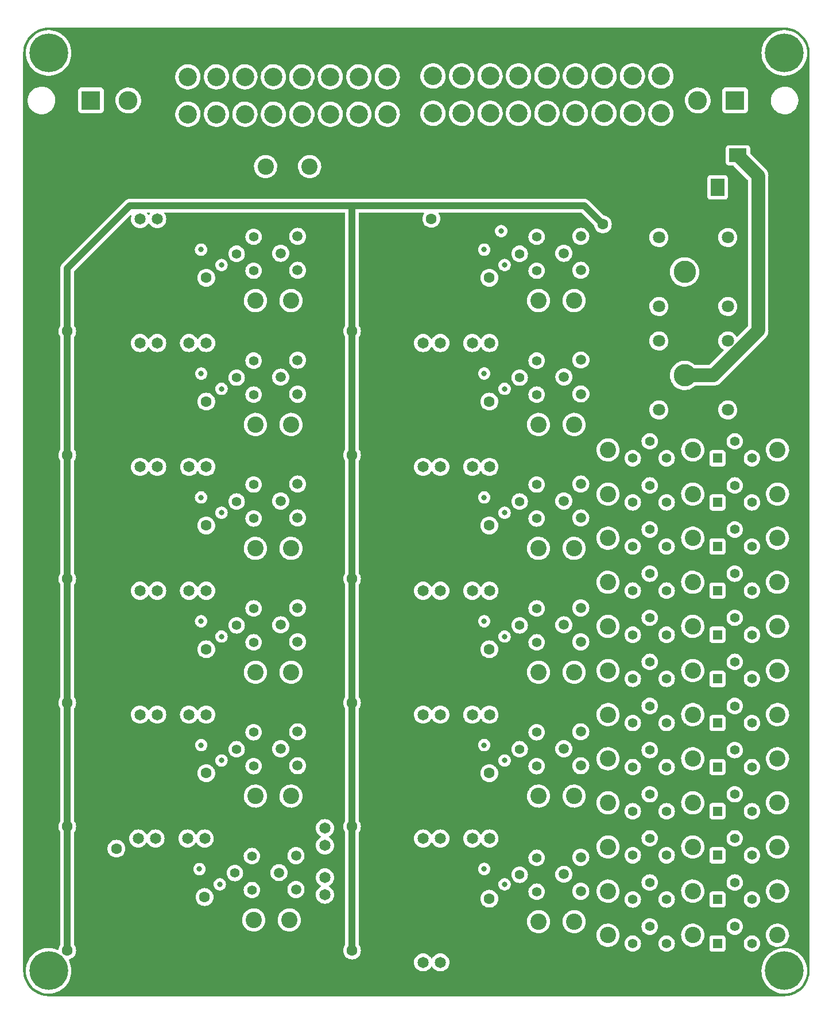
<source format=gbr>
%TF.GenerationSoftware,KiCad,Pcbnew,(6.0.1)*%
%TF.CreationDate,2024-03-16T13:10:29+01:00*%
%TF.ProjectId,CMU,434d552e-6b69-4636-9164-5f7063625858,rev?*%
%TF.SameCoordinates,Original*%
%TF.FileFunction,Copper,L2,Inr*%
%TF.FilePolarity,Positive*%
%FSLAX46Y46*%
G04 Gerber Fmt 4.6, Leading zero omitted, Abs format (unit mm)*
G04 Created by KiCad (PCBNEW (6.0.1)) date 2024-03-16 13:10:29*
%MOMM*%
%LPD*%
G01*
G04 APERTURE LIST*
%TA.AperFunction,ComponentPad*%
%ADD10C,5.700000*%
%TD*%
%TA.AperFunction,ComponentPad*%
%ADD11C,1.400000*%
%TD*%
%TA.AperFunction,ComponentPad*%
%ADD12R,1.400000X1.400000*%
%TD*%
%TA.AperFunction,ComponentPad*%
%ADD13C,1.650000*%
%TD*%
%TA.AperFunction,ComponentPad*%
%ADD14C,2.400000*%
%TD*%
%TA.AperFunction,ComponentPad*%
%ADD15C,1.500000*%
%TD*%
%TA.AperFunction,ComponentPad*%
%ADD16R,2.775000X2.775000*%
%TD*%
%TA.AperFunction,ComponentPad*%
%ADD17C,2.775000*%
%TD*%
%TA.AperFunction,ComponentPad*%
%ADD18C,1.800000*%
%TD*%
%TA.AperFunction,ComponentPad*%
%ADD19C,3.300000*%
%TD*%
%TA.AperFunction,ComponentPad*%
%ADD20R,2.000000X2.600000*%
%TD*%
%TA.AperFunction,ComponentPad*%
%ADD21R,2.600000X2.000000*%
%TD*%
%TA.AperFunction,ComponentPad*%
%ADD22C,2.700000*%
%TD*%
%TA.AperFunction,ViaPad*%
%ADD23C,1.600000*%
%TD*%
%TA.AperFunction,ViaPad*%
%ADD24C,0.800000*%
%TD*%
%TA.AperFunction,Conductor*%
%ADD25C,1.000000*%
%TD*%
%TA.AperFunction,Conductor*%
%ADD26C,2.000000*%
%TD*%
G04 APERTURE END LIST*
D10*
%TO.N,N/C*%
%TO.C,H4*%
X71500000Y-231000000D03*
%TD*%
D11*
%TO.N,Net-(C13-Pad2)*%
%TO.C,VR27*%
X143480000Y-200845000D03*
%TO.N,Net-(VR27-Pad2)*%
X140980000Y-198345000D03*
%TO.N,unconnected-(VR27-Pad3)*%
X143480000Y-195845000D03*
%TD*%
D12*
%TO.N,Net-(TP27-Pad1)*%
%TO.C,VR25*%
X170155000Y-220480000D03*
D11*
%TO.N,GND_NTC_1_2*%
X172695000Y-217980000D03*
%TO.N,unconnected-(VR25-Pad3)*%
X175235000Y-220480000D03*
%TD*%
D13*
%TO.N,/CMU10/ISO-*%
%TO.C,J28*%
X94770000Y-156750000D03*
%TO.N,CMU11+*%
X92230000Y-156750000D03*
%TD*%
D14*
%TO.N,NTC_3*%
%TO.C,TP14*%
X154000000Y-212750000D03*
%TD*%
%TO.N,Net-(TP21-Pad1)*%
%TO.C,TP21*%
X166500000Y-180250000D03*
%TD*%
D13*
%TO.N,CMU1-*%
%TO.C,J19*%
X136520000Y-211500000D03*
%TO.N,CMU2+*%
X133980000Y-211500000D03*
%TD*%
D14*
%TO.N,GND_NTC_1_2*%
%TO.C,TP40*%
X179000000Y-225750000D03*
%TD*%
%TO.N,NTC_4*%
%TO.C,TP13*%
X154000000Y-206250000D03*
%TD*%
D15*
%TO.N,Net-(VR27-Pad2)*%
%TO.C,VR28*%
X149980000Y-200777000D03*
%TO.N,Net-(R8-Pad1)*%
X147480000Y-198277000D03*
%TO.N,unconnected-(VR28-Pad3)*%
X149980000Y-195777000D03*
%TD*%
D13*
%TO.N,/CMU7/ISO-*%
%TO.C,J25*%
X94520000Y-211500000D03*
%TO.N,CMU8+*%
X91980000Y-211500000D03*
%TD*%
D14*
%TO.N,/CMU5/ISO-*%
%TO.C,TP48*%
X149000000Y-150500000D03*
%TD*%
D12*
%TO.N,Net-(TP24-Pad1)*%
%TO.C,VR22*%
X170155000Y-200980000D03*
D11*
%TO.N,GND_NTC_5_6*%
X172695000Y-198480000D03*
%TO.N,unconnected-(VR22-Pad3)*%
X175235000Y-200980000D03*
%TD*%
D10*
%TO.N,N/C*%
%TO.C,H1*%
X71500000Y-95750000D03*
%TD*%
D13*
%TO.N,/CMU2/ISO+*%
%TO.C,J5*%
X126730000Y-211500000D03*
%TO.N,CMU1-*%
X129270000Y-211500000D03*
%TD*%
%TO.N,/CMU9/ISO-*%
%TO.C,J27*%
X94750000Y-175000000D03*
%TO.N,CMU10+*%
X92210000Y-175000000D03*
%TD*%
D14*
%TO.N,NTC_1*%
%TO.C,TP16*%
X154000000Y-225750000D03*
%TD*%
%TO.N,NTC_7*%
%TO.C,TP10*%
X154000000Y-186750000D03*
%TD*%
D13*
%TO.N,/CMU7/ISO+*%
%TO.C,J10*%
X112250000Y-212520000D03*
%TO.N,/CMU6/ISO-*%
X112250000Y-209980000D03*
%TD*%
D11*
%TO.N,Net-(C31-Pad2)*%
%TO.C,VR33*%
X143480000Y-146095000D03*
%TO.N,Net-(VR33-Pad2)*%
X140980000Y-143595000D03*
%TO.N,unconnected-(VR33-Pad3)*%
X143480000Y-141095000D03*
%TD*%
D14*
%TO.N,Net-(TP17-Pad1)*%
%TO.C,TP17*%
X166500000Y-154250000D03*
%TD*%
%TO.N,GND_NTC_7_8*%
%TO.C,TP34*%
X179000000Y-186750000D03*
%TD*%
%TO.N,CMU9+*%
%TO.C,TP53*%
X102000000Y-187000000D03*
%TD*%
%TO.N,NTC_12*%
%TO.C,TP5*%
X154000000Y-154250000D03*
%TD*%
%TO.N,/CMU3/ISO-*%
%TO.C,TP44*%
X149000000Y-187000000D03*
%TD*%
%TO.N,Net-(TP22-Pad1)*%
%TO.C,TP22*%
X166500000Y-186750000D03*
%TD*%
D16*
%TO.N,/CMU12/ISO-*%
%TO.C,J18*%
X77750000Y-102750000D03*
D17*
X83250000Y-102750000D03*
%TD*%
D14*
%TO.N,GND_NTC_5_6*%
%TO.C,TP36*%
X179000000Y-199750000D03*
%TD*%
%TO.N,/CMU9/ISO-*%
%TO.C,TP54*%
X107250000Y-187000000D03*
%TD*%
%TO.N,NTC_2*%
%TO.C,TP15*%
X154000000Y-219250000D03*
%TD*%
D10*
%TO.N,N/C*%
%TO.C,H2*%
X180000000Y-95750000D03*
%TD*%
D14*
%TO.N,/CMU7/ISO-*%
%TO.C,TP62*%
X107000000Y-223500000D03*
%TD*%
%TO.N,CMU7+*%
%TO.C,TP61*%
X101750000Y-223500000D03*
%TD*%
%TO.N,GND_NTC_11_12*%
%TO.C,TP30*%
X179000000Y-160750000D03*
%TD*%
%TO.N,CMU5+*%
%TO.C,TP47*%
X143750000Y-150500000D03*
%TD*%
D13*
%TO.N,/CMU6/ISO-*%
%TO.C,J24*%
X112250000Y-217230000D03*
%TO.N,CMU7+*%
X112250000Y-219770000D03*
%TD*%
D15*
%TO.N,Net-(VR1-Pad2)*%
%TO.C,VR2*%
X149980000Y-219277000D03*
%TO.N,Net-(R4-Pad1)*%
X147480000Y-216777000D03*
%TO.N,unconnected-(VR2-Pad3)*%
X149980000Y-214277000D03*
%TD*%
D11*
%TO.N,Net-(C55-Pad2)*%
%TO.C,VR41*%
X101730000Y-164345000D03*
%TO.N,Net-(VR41-Pad2)*%
X99230000Y-161845000D03*
%TO.N,unconnected-(VR41-Pad3)*%
X101730000Y-159345000D03*
%TD*%
D12*
%TO.N,Net-(TP17-Pad1)*%
%TO.C,VR15*%
X170155000Y-155480000D03*
D11*
%TO.N,GND_NTC_11_12*%
X172695000Y-152980000D03*
%TO.N,unconnected-(VR15-Pad3)*%
X175235000Y-155480000D03*
%TD*%
D13*
%TO.N,/CMU8/ISO-*%
%TO.C,J26*%
X94750000Y-193250000D03*
%TO.N,CMU9+*%
X92210000Y-193250000D03*
%TD*%
D11*
%TO.N,NTC_9*%
%TO.C,VR6*%
X157655000Y-174980000D03*
%TO.N,Net-(TP20-Pad1)*%
X160155000Y-172480000D03*
%TO.N,unconnected-(VR6-Pad3)*%
X162655000Y-174980000D03*
%TD*%
D13*
%TO.N,/CMU8/ISO+*%
%TO.C,J11*%
X84730000Y-211500000D03*
%TO.N,/CMU7/ISO-*%
X87270000Y-211500000D03*
%TD*%
D14*
%TO.N,GND_NTC_3_4*%
%TO.C,TP38*%
X179000000Y-212750000D03*
%TD*%
%TO.N,CMU1+*%
%TO.C,TP1*%
X143750000Y-223750000D03*
%TD*%
D15*
%TO.N,Net-(VR43-Pad2)*%
%TO.C,VR44*%
X108230000Y-146027000D03*
%TO.N,Net-(R40-Pad1)*%
X105730000Y-143527000D03*
%TO.N,unconnected-(VR44-Pad3)*%
X108230000Y-141027000D03*
%TD*%
D14*
%TO.N,Net-(TP20-Pad1)*%
%TO.C,TP20*%
X166500000Y-173750000D03*
%TD*%
D11*
%TO.N,Net-(C49-Pad2)*%
%TO.C,VR39*%
X101730000Y-182595000D03*
%TO.N,Net-(VR39-Pad2)*%
X99230000Y-180095000D03*
%TO.N,unconnected-(VR39-Pad3)*%
X101730000Y-177595000D03*
%TD*%
D14*
%TO.N,CMU11+*%
%TO.C,TP57*%
X102000000Y-150500000D03*
%TD*%
D18*
%TO.N,unconnected-(J1-Pad1)*%
%TO.C,J1*%
X171660000Y-133104000D03*
%TO.N,unconnected-(J1-Pad2)*%
X161500000Y-133104000D03*
%TO.N,unconnected-(J1-Pad3)*%
X171660000Y-122944000D03*
%TO.N,unconnected-(J1-Pad4)*%
X161500000Y-122944000D03*
D19*
%TO.N,Net-(F1-Pad1)*%
X165300000Y-128024000D03*
%TD*%
D11*
%TO.N,NTC_8*%
%TO.C,VR7*%
X157655000Y-181480000D03*
%TO.N,Net-(TP21-Pad1)*%
X160155000Y-178980000D03*
%TO.N,unconnected-(VR7-Pad3)*%
X162655000Y-181480000D03*
%TD*%
D14*
%TO.N,NTC_10*%
%TO.C,TP7*%
X154000000Y-167250000D03*
%TD*%
%TO.N,Net-(TP28-Pad1)*%
%TO.C,TP28*%
X166500000Y-225750000D03*
%TD*%
%TO.N,CMU12+*%
%TO.C,TP59*%
X102000000Y-132250000D03*
%TD*%
D11*
%TO.N,NTC_3*%
%TO.C,VR12*%
X157655000Y-213980000D03*
%TO.N,Net-(TP26-Pad1)*%
X160155000Y-211480000D03*
%TO.N,unconnected-(VR12-Pad3)*%
X162655000Y-213980000D03*
%TD*%
%TO.N,NTC_11*%
%TO.C,VR4*%
X157655000Y-161980000D03*
%TO.N,Net-(TP18-Pad1)*%
X160155000Y-159480000D03*
%TO.N,unconnected-(VR4-Pad3)*%
X162655000Y-161980000D03*
%TD*%
D12*
%TO.N,Net-(TP19-Pad1)*%
%TO.C,VR17*%
X170155000Y-168480000D03*
D11*
%TO.N,GND_NTC_9_10*%
X172695000Y-165980000D03*
%TO.N,unconnected-(VR17-Pad3)*%
X175235000Y-168480000D03*
%TD*%
D14*
%TO.N,CMU1-*%
%TO.C,TP4*%
X110000000Y-112500000D03*
%TD*%
D15*
%TO.N,Net-(VR33-Pad2)*%
%TO.C,VR34*%
X150000000Y-146000000D03*
%TO.N,Net-(R20-Pad1)*%
X147500000Y-143500000D03*
%TO.N,unconnected-(VR34-Pad3)*%
X150000000Y-141000000D03*
%TD*%
D11*
%TO.N,Net-(C43-Pad2)*%
%TO.C,VR37*%
X101730000Y-200845000D03*
%TO.N,Net-(VR37-Pad2)*%
X99230000Y-198345000D03*
%TO.N,unconnected-(VR37-Pad3)*%
X101730000Y-195845000D03*
%TD*%
D12*
%TO.N,Net-(TP28-Pad1)*%
%TO.C,VR26*%
X170155000Y-226980000D03*
D11*
%TO.N,GND_NTC_1_2*%
X172695000Y-224480000D03*
%TO.N,unconnected-(VR26-Pad3)*%
X175235000Y-226980000D03*
%TD*%
%TO.N,Net-(C6-Pad2)*%
%TO.C,VR1*%
X143480000Y-219345000D03*
%TO.N,Net-(VR1-Pad2)*%
X140980000Y-216845000D03*
%TO.N,unconnected-(VR1-Pad3)*%
X143480000Y-214345000D03*
%TD*%
D14*
%TO.N,/CMU8/ISO-*%
%TO.C,TP52*%
X107250000Y-205250000D03*
%TD*%
D20*
%TO.N,Net-(F1-Pad1)*%
%TO.C,Power_in1*%
X170150000Y-115550000D03*
%TO.N,/CMU1/IN-*%
X176150000Y-115550000D03*
D21*
X173150000Y-110850000D03*
%TD*%
D14*
%TO.N,/CMU4/ISO-*%
%TO.C,TP46*%
X149000000Y-168750000D03*
%TD*%
D15*
%TO.N,Net-(VR35-Pad2)*%
%TO.C,VR36*%
X149980000Y-127777000D03*
%TO.N,Net-(R24-Pad1)*%
X147480000Y-125277000D03*
%TO.N,unconnected-(VR36-Pad3)*%
X149980000Y-122777000D03*
%TD*%
D12*
%TO.N,Net-(TP25-Pad1)*%
%TO.C,VR23*%
X170155000Y-207480000D03*
D11*
%TO.N,GND_NTC_3_4*%
X172695000Y-204980000D03*
%TO.N,unconnected-(VR23-Pad3)*%
X175235000Y-207480000D03*
%TD*%
%TO.N,NTC_12*%
%TO.C,VR3*%
X157655000Y-155480000D03*
%TO.N,Net-(TP17-Pad1)*%
X160155000Y-152980000D03*
%TO.N,unconnected-(VR3-Pad3)*%
X162655000Y-155480000D03*
%TD*%
D14*
%TO.N,CMU8+*%
%TO.C,TP51*%
X102000000Y-205250000D03*
%TD*%
%TO.N,GND_NTC_1_2*%
%TO.C,TP39*%
X179000000Y-219250000D03*
%TD*%
%TO.N,CMU3+*%
%TO.C,TP43*%
X143750000Y-187000000D03*
%TD*%
%TO.N,GND_NTC_11_12*%
%TO.C,TP29*%
X179000000Y-154250000D03*
%TD*%
D11*
%TO.N,NTC_6*%
%TO.C,VR9*%
X157655000Y-194480000D03*
%TO.N,Net-(TP23-Pad1)*%
X160155000Y-191980000D03*
%TO.N,unconnected-(VR9-Pad3)*%
X162655000Y-194480000D03*
%TD*%
D14*
%TO.N,GND_NTC_9_10*%
%TO.C,TP31*%
X179000000Y-167250000D03*
%TD*%
%TO.N,CMU10+*%
%TO.C,TP55*%
X102000000Y-168750000D03*
%TD*%
D13*
%TO.N,/CMU3/ISO+*%
%TO.C,J6*%
X126730000Y-193250000D03*
%TO.N,/CMU2/ISO-*%
X129270000Y-193250000D03*
%TD*%
D11*
%TO.N,NTC_10*%
%TO.C,VR5*%
X157655000Y-168480000D03*
%TO.N,Net-(TP19-Pad1)*%
X160155000Y-165980000D03*
%TO.N,unconnected-(VR5-Pad3)*%
X162655000Y-168480000D03*
%TD*%
%TO.N,Net-(C73-Pad2)*%
%TO.C,VR47*%
X101480000Y-219095000D03*
%TO.N,Net-(VR47-Pad2)*%
X98980000Y-216595000D03*
%TO.N,unconnected-(VR47-Pad3)*%
X101480000Y-214095000D03*
%TD*%
D22*
%TO.N,CMU9+*%
%TO.C,J2*%
X92050000Y-99275000D03*
%TO.N,CMU11+*%
X96250000Y-99275000D03*
%TO.N,CMU12+*%
X100450000Y-99275000D03*
X104650000Y-99275000D03*
%TO.N,CMU3+*%
X108850000Y-99275000D03*
%TO.N,CMU4+*%
X113050000Y-99275000D03*
%TO.N,CMU5+*%
X117250000Y-99275000D03*
%TO.N,CMU6+*%
X121450000Y-99275000D03*
%TO.N,CMU7+*%
X92050000Y-104775000D03*
%TO.N,CMU8+*%
X96250000Y-104775000D03*
%TO.N,CMU10+*%
X100450000Y-104775000D03*
%TO.N,unconnected-(J2-Pad12)*%
X104650000Y-104775000D03*
%TO.N,CMU1-*%
X108850000Y-104775000D03*
X113050000Y-104775000D03*
%TO.N,CMU1+*%
X117250000Y-104775000D03*
%TO.N,CMU2+*%
X121450000Y-104775000D03*
%TD*%
D15*
%TO.N,Net-(VR37-Pad2)*%
%TO.C,VR38*%
X108230000Y-200777000D03*
%TO.N,Net-(R28-Pad1)*%
X105730000Y-198277000D03*
%TO.N,unconnected-(VR38-Pad3)*%
X108230000Y-195777000D03*
%TD*%
D14*
%TO.N,NTC_5*%
%TO.C,TP12*%
X154000000Y-199750000D03*
%TD*%
D16*
%TO.N,CMU1+*%
%TO.C,J17*%
X172743500Y-102750000D03*
D17*
X167243500Y-102750000D03*
%TD*%
D14*
%TO.N,Net-(TP27-Pad1)*%
%TO.C,TP27*%
X166500000Y-219250000D03*
%TD*%
D12*
%TO.N,Net-(TP26-Pad1)*%
%TO.C,VR24*%
X170155000Y-213980000D03*
D11*
%TO.N,GND_NTC_3_4*%
X172695000Y-211480000D03*
%TO.N,unconnected-(VR24-Pad3)*%
X175235000Y-213980000D03*
%TD*%
%TO.N,Net-(C37-Pad2)*%
%TO.C,VR35*%
X143480000Y-127845000D03*
%TO.N,Net-(VR35-Pad2)*%
X140980000Y-125345000D03*
%TO.N,unconnected-(VR35-Pad3)*%
X143480000Y-122845000D03*
%TD*%
D14*
%TO.N,Net-(TP18-Pad1)*%
%TO.C,TP18*%
X166500000Y-160750000D03*
%TD*%
%TO.N,CMU1-*%
%TO.C,TP2*%
X149000000Y-223750000D03*
%TD*%
D11*
%TO.N,NTC_1*%
%TO.C,VR14*%
X157655000Y-226980000D03*
%TO.N,Net-(TP28-Pad1)*%
X160155000Y-224480000D03*
%TO.N,unconnected-(VR14-Pad3)*%
X162655000Y-226980000D03*
%TD*%
D13*
%TO.N,/CMU5/ISO-*%
%TO.C,J23*%
X136520000Y-138500000D03*
%TO.N,CMU6+*%
X133980000Y-138500000D03*
%TD*%
D11*
%TO.N,NTC_4*%
%TO.C,VR11*%
X157655000Y-207480000D03*
%TO.N,Net-(TP25-Pad1)*%
X160155000Y-204980000D03*
%TO.N,unconnected-(VR11-Pad3)*%
X162655000Y-207480000D03*
%TD*%
D15*
%TO.N,Net-(VR45-Pad2)*%
%TO.C,VR46*%
X108230000Y-127777000D03*
%TO.N,Net-(R44-Pad1)*%
X105730000Y-125277000D03*
%TO.N,unconnected-(VR46-Pad3)*%
X108230000Y-122777000D03*
%TD*%
%TO.N,Net-(VR31-Pad2)*%
%TO.C,VR32*%
X149980000Y-164277000D03*
%TO.N,Net-(R16-Pad1)*%
X147480000Y-161777000D03*
%TO.N,unconnected-(VR32-Pad3)*%
X149980000Y-159277000D03*
%TD*%
D14*
%TO.N,CMU2+*%
%TO.C,TP41*%
X143750000Y-205250000D03*
%TD*%
%TO.N,Net-(TP23-Pad1)*%
%TO.C,TP23*%
X166500000Y-193250000D03*
%TD*%
D11*
%TO.N,NTC_2*%
%TO.C,VR13*%
X157655000Y-220480000D03*
%TO.N,Net-(TP27-Pad1)*%
X160155000Y-217980000D03*
%TO.N,unconnected-(VR13-Pad3)*%
X162655000Y-220480000D03*
%TD*%
D12*
%TO.N,Net-(TP21-Pad1)*%
%TO.C,VR19*%
X170155000Y-181480000D03*
D11*
%TO.N,GND_NTC_7_8*%
X172695000Y-178980000D03*
%TO.N,unconnected-(VR19-Pad3)*%
X175235000Y-181480000D03*
%TD*%
D14*
%TO.N,CMU12+*%
%TO.C,TP3*%
X103500000Y-112500000D03*
%TD*%
%TO.N,Net-(TP19-Pad1)*%
%TO.C,TP19*%
X166500000Y-167250000D03*
%TD*%
%TO.N,GND_NTC_9_10*%
%TO.C,TP32*%
X179000000Y-173750000D03*
%TD*%
D13*
%TO.N,/CMU11/ISO+*%
%TO.C,J14*%
X84980000Y-156750000D03*
%TO.N,/CMU10/ISO-*%
X87520000Y-156750000D03*
%TD*%
%TO.N,/CMU2/ISO-*%
%TO.C,J20*%
X136520000Y-193250000D03*
%TO.N,CMU3+*%
X133980000Y-193250000D03*
%TD*%
D14*
%TO.N,/CMU2/ISO-*%
%TO.C,TP42*%
X149000000Y-205250000D03*
%TD*%
D11*
%TO.N,Net-(C25-Pad2)*%
%TO.C,VR31*%
X143480000Y-164345000D03*
%TO.N,Net-(VR31-Pad2)*%
X140980000Y-161845000D03*
%TO.N,unconnected-(VR31-Pad3)*%
X143480000Y-159345000D03*
%TD*%
D12*
%TO.N,Net-(TP23-Pad1)*%
%TO.C,VR21*%
X170155000Y-194480000D03*
D11*
%TO.N,GND_NTC_5_6*%
X172695000Y-191980000D03*
%TO.N,unconnected-(VR21-Pad3)*%
X175235000Y-194480000D03*
%TD*%
D14*
%TO.N,/CMU6/ISO-*%
%TO.C,TP50*%
X149000000Y-132250000D03*
%TD*%
D13*
%TO.N,/CMU6/ISO+*%
%TO.C,J9*%
X126730000Y-138500000D03*
%TO.N,/CMU5/ISO-*%
X129270000Y-138500000D03*
%TD*%
D15*
%TO.N,Net-(VR41-Pad2)*%
%TO.C,VR42*%
X108230000Y-164277000D03*
%TO.N,Net-(R36-Pad1)*%
X105730000Y-161777000D03*
%TO.N,unconnected-(VR42-Pad3)*%
X108230000Y-159277000D03*
%TD*%
%TO.N,Net-(VR47-Pad2)*%
%TO.C,VR48*%
X107980000Y-219027000D03*
%TO.N,Net-(R48-Pad1)*%
X105480000Y-216527000D03*
%TO.N,unconnected-(VR48-Pad3)*%
X107980000Y-214027000D03*
%TD*%
D14*
%TO.N,/CMU10/ISO-*%
%TO.C,TP56*%
X107250000Y-168750000D03*
%TD*%
D11*
%TO.N,Net-(C19-Pad2)*%
%TO.C,VR29*%
X143480000Y-182595000D03*
%TO.N,Net-(VR29-Pad2)*%
X140980000Y-180095000D03*
%TO.N,unconnected-(VR29-Pad3)*%
X143480000Y-177595000D03*
%TD*%
D13*
%TO.N,/CMU1/ISO+*%
%TO.C,J4*%
X126730000Y-229750000D03*
%TO.N,unconnected-(J4-Pad2)*%
X129270000Y-229750000D03*
%TD*%
D14*
%TO.N,GND_NTC_7_8*%
%TO.C,TP33*%
X179000000Y-180250000D03*
%TD*%
%TO.N,/CMU11/ISO-*%
%TO.C,TP58*%
X107250000Y-150500000D03*
%TD*%
D12*
%TO.N,Net-(TP20-Pad1)*%
%TO.C,VR18*%
X170155000Y-174980000D03*
D11*
%TO.N,GND_NTC_9_10*%
X172695000Y-172480000D03*
%TO.N,unconnected-(VR18-Pad3)*%
X175235000Y-174980000D03*
%TD*%
D14*
%TO.N,GND_NTC_5_6*%
%TO.C,TP35*%
X179000000Y-193250000D03*
%TD*%
D11*
%TO.N,NTC_7*%
%TO.C,VR8*%
X157655000Y-187980000D03*
%TO.N,Net-(TP22-Pad1)*%
X160155000Y-185480000D03*
%TO.N,unconnected-(VR8-Pad3)*%
X162655000Y-187980000D03*
%TD*%
%TO.N,Net-(C67-Pad2)*%
%TO.C,VR45*%
X101730000Y-127845000D03*
%TO.N,Net-(VR45-Pad2)*%
X99230000Y-125345000D03*
%TO.N,unconnected-(VR45-Pad3)*%
X101730000Y-122845000D03*
%TD*%
D12*
%TO.N,Net-(TP22-Pad1)*%
%TO.C,VR20*%
X170155000Y-187980000D03*
D11*
%TO.N,GND_NTC_7_8*%
X172695000Y-185480000D03*
%TO.N,unconnected-(VR20-Pad3)*%
X175235000Y-187980000D03*
%TD*%
D13*
%TO.N,/CMU9/ISO+*%
%TO.C,J12*%
X84980000Y-193250000D03*
%TO.N,/CMU8/ISO-*%
X87520000Y-193250000D03*
%TD*%
D14*
%TO.N,Net-(TP24-Pad1)*%
%TO.C,TP24*%
X166500000Y-199750000D03*
%TD*%
%TO.N,NTC_8*%
%TO.C,TP9*%
X154000000Y-180250000D03*
%TD*%
D13*
%TO.N,/CMU3/ISO-*%
%TO.C,J21*%
X136520000Y-175000000D03*
%TO.N,CMU4+*%
X133980000Y-175000000D03*
%TD*%
D14*
%TO.N,Net-(TP25-Pad1)*%
%TO.C,TP25*%
X166500000Y-206250000D03*
%TD*%
D18*
%TO.N,unconnected-(J3-Pad1)*%
%TO.C,J3*%
X171660000Y-148354000D03*
%TO.N,unconnected-(J3-Pad2)*%
X161500000Y-148354000D03*
%TO.N,unconnected-(J3-Pad3)*%
X171660000Y-138194000D03*
%TO.N,unconnected-(J3-Pad4)*%
X161500000Y-138194000D03*
D19*
%TO.N,/CMU1/IN-*%
X165300000Y-143274000D03*
%TD*%
D11*
%TO.N,NTC_5*%
%TO.C,VR10*%
X157655000Y-200980000D03*
%TO.N,Net-(TP24-Pad1)*%
X160155000Y-198480000D03*
%TO.N,unconnected-(VR10-Pad3)*%
X162655000Y-200980000D03*
%TD*%
D14*
%TO.N,NTC_6*%
%TO.C,TP11*%
X154000000Y-193250000D03*
%TD*%
D11*
%TO.N,Net-(C61-Pad2)*%
%TO.C,VR43*%
X101730000Y-146095000D03*
%TO.N,Net-(VR43-Pad2)*%
X99230000Y-143595000D03*
%TO.N,unconnected-(VR43-Pad3)*%
X101730000Y-141095000D03*
%TD*%
D13*
%TO.N,/CMU4/ISO-*%
%TO.C,J22*%
X136520000Y-156750000D03*
%TO.N,CMU5+*%
X133980000Y-156750000D03*
%TD*%
D15*
%TO.N,Net-(VR39-Pad2)*%
%TO.C,VR40*%
X108230000Y-182527000D03*
%TO.N,Net-(R32-Pad1)*%
X105730000Y-180027000D03*
%TO.N,unconnected-(VR40-Pad3)*%
X108230000Y-177527000D03*
%TD*%
D14*
%TO.N,Net-(TP26-Pad1)*%
%TO.C,TP26*%
X166500000Y-212750000D03*
%TD*%
%TO.N,/CMU12/ISO-*%
%TO.C,TP60*%
X107250000Y-132250000D03*
%TD*%
%TO.N,CMU4+*%
%TO.C,TP45*%
X143750000Y-168750000D03*
%TD*%
%TO.N,CMU6+*%
%TO.C,TP49*%
X143750000Y-132250000D03*
%TD*%
D10*
%TO.N,N/C*%
%TO.C,H3*%
X180000000Y-231000000D03*
%TD*%
D12*
%TO.N,Net-(TP18-Pad1)*%
%TO.C,VR16*%
X170155000Y-161980000D03*
D11*
%TO.N,GND_NTC_11_12*%
X172695000Y-159480000D03*
%TO.N,unconnected-(VR16-Pad3)*%
X175235000Y-161980000D03*
%TD*%
D13*
%TO.N,/CMU4/ISO+*%
%TO.C,J7*%
X126730000Y-175000000D03*
%TO.N,/CMU3/ISO-*%
X129270000Y-175000000D03*
%TD*%
%TO.N,unconnected-(J16-Pad1)*%
%TO.C,J16*%
X84980000Y-120250000D03*
%TO.N,/CMU12/ISO-*%
X87520000Y-120250000D03*
%TD*%
D15*
%TO.N,Net-(VR29-Pad2)*%
%TO.C,VR30*%
X149980000Y-182527000D03*
%TO.N,Net-(R12-Pad1)*%
X147480000Y-180027000D03*
%TO.N,unconnected-(VR30-Pad3)*%
X149980000Y-177527000D03*
%TD*%
D13*
%TO.N,/CMU12/ISO+*%
%TO.C,J15*%
X84980000Y-138500000D03*
%TO.N,/CMU11/ISO-*%
X87520000Y-138500000D03*
%TD*%
%TO.N,/CMU11/ISO-*%
%TO.C,J29*%
X94750000Y-138500000D03*
%TO.N,CMU12+*%
X92210000Y-138500000D03*
%TD*%
D22*
%TO.N,GND_NTC_1_2*%
%TO.C,J30*%
X128200000Y-99150000D03*
%TO.N,GND_NTC_3_4*%
X132400000Y-99150000D03*
%TO.N,GND_NTC_5_6*%
X136600000Y-99150000D03*
%TO.N,GND_NTC_7_8*%
X140800000Y-99150000D03*
%TO.N,GND_NTC_9_10*%
X145000000Y-99150000D03*
%TO.N,GND_NTC_11_12*%
X149200000Y-99150000D03*
%TO.N,NTC_10*%
X153400000Y-99150000D03*
%TO.N,NTC_11*%
X157600000Y-99150000D03*
%TO.N,NTC_12*%
X161800000Y-99150000D03*
%TO.N,NTC_1*%
X128200000Y-104650000D03*
%TO.N,NTC_2*%
X132400000Y-104650000D03*
%TO.N,NTC_3*%
X136600000Y-104650000D03*
%TO.N,NTC_4*%
X140800000Y-104650000D03*
%TO.N,NTC_5*%
X145000000Y-104650000D03*
%TO.N,NTC_6*%
X149200000Y-104650000D03*
%TO.N,NTC_7*%
X153400000Y-104650000D03*
%TO.N,NTC_8*%
X157600000Y-104650000D03*
%TO.N,NTC_9*%
X161800000Y-104650000D03*
%TD*%
D13*
%TO.N,/CMU10/ISO+*%
%TO.C,J13*%
X84980000Y-175000000D03*
%TO.N,/CMU9/ISO-*%
X87520000Y-175000000D03*
%TD*%
D14*
%TO.N,GND_NTC_3_4*%
%TO.C,TP37*%
X179000000Y-206250000D03*
%TD*%
D13*
%TO.N,/CMU5/ISO+*%
%TO.C,J8*%
X126730000Y-156750000D03*
%TO.N,/CMU4/ISO-*%
X129270000Y-156750000D03*
%TD*%
D14*
%TO.N,NTC_9*%
%TO.C,TP8*%
X154000000Y-173750000D03*
%TD*%
%TO.N,NTC_11*%
%TO.C,TP6*%
X154000000Y-160750000D03*
%TD*%
D23*
%TO.N,/CMU1/IN-*%
X74250000Y-191500000D03*
X116250000Y-228000000D03*
X153250000Y-121000000D03*
X74250000Y-209750000D03*
X116250000Y-155000000D03*
X74250000Y-173250000D03*
X74250000Y-228000000D03*
X116250000Y-173250000D03*
X116250000Y-136750000D03*
X116250000Y-209750000D03*
X74250000Y-155000000D03*
X74250000Y-136750000D03*
X116250000Y-191500000D03*
D24*
%TO.N,CMU6+*%
X138250000Y-122000000D03*
D23*
%TO.N,CMU1-*%
X136500000Y-220375500D03*
D24*
%TO.N,Net-(PS1-Pad2)*%
X135739043Y-215991234D03*
X138750000Y-218250000D03*
%TO.N,Net-(PS2-Pad2)*%
X138750000Y-200000000D03*
X135739043Y-197741234D03*
%TO.N,Net-(PS3-Pad2)*%
X135739043Y-179491234D03*
X138750000Y-181750000D03*
%TO.N,Net-(PS4-Pad2)*%
X135739043Y-161241234D03*
X138750000Y-163500000D03*
%TO.N,Net-(PS5-Pad2)*%
X135739043Y-142991234D03*
X138750000Y-145250000D03*
%TO.N,Net-(PS6-Pad2)*%
X138750000Y-127000000D03*
X135739043Y-124741234D03*
%TO.N,Net-(PS7-Pad2)*%
X93750000Y-216000000D03*
X96750000Y-218250000D03*
%TO.N,Net-(PS8-Pad2)*%
X97000000Y-200000000D03*
X94000000Y-197750000D03*
%TO.N,Net-(PS9-Pad2)*%
X97000000Y-181750000D03*
X93989043Y-179491234D03*
%TO.N,Net-(PS10-Pad2)*%
X93989043Y-161241234D03*
X97000000Y-163500000D03*
%TO.N,Net-(PS11-Pad2)*%
X94000000Y-143000000D03*
X97000000Y-145250000D03*
%TO.N,Net-(PS12-Pad2)*%
X97000000Y-127000000D03*
X93989043Y-124741234D03*
D23*
%TO.N,/CMU7/ISO+*%
X81500000Y-213000000D03*
%TO.N,/CMU2/ISO-*%
X136500000Y-201875500D03*
%TO.N,/CMU3/ISO-*%
X136500000Y-183625500D03*
%TO.N,/CMU4/ISO-*%
X136500000Y-165375500D03*
%TO.N,/CMU5/ISO-*%
X136500000Y-147125500D03*
%TO.N,/CMU6/ISO-*%
X127939943Y-120189443D03*
X136500000Y-128875500D03*
%TO.N,/CMU8/ISO-*%
X94750000Y-201875500D03*
%TO.N,/CMU9/ISO-*%
X94750000Y-183625500D03*
%TO.N,/CMU10/ISO-*%
X94750000Y-165375500D03*
%TO.N,/CMU11/ISO-*%
X94750000Y-147125500D03*
%TO.N,/CMU12/ISO-*%
X94750000Y-128875500D03*
%TO.N,/CMU7/ISO-*%
X94500000Y-220125500D03*
%TD*%
D25*
%TO.N,/CMU1/IN-*%
X74250000Y-209750000D02*
X74250000Y-191500000D01*
D26*
X169549158Y-143274000D02*
X165300000Y-143274000D01*
D25*
X116250000Y-118250000D02*
X150500000Y-118250000D01*
X74250000Y-173250000D02*
X74250000Y-155000000D01*
D26*
X176150000Y-113850000D02*
X173150000Y-110850000D01*
D25*
X74250000Y-228000000D02*
X74250000Y-209750000D01*
X83500000Y-118250000D02*
X116250000Y-118250000D01*
X116250000Y-136750000D02*
X116250000Y-118250000D01*
X116250000Y-136750000D02*
X116250000Y-155000000D01*
D26*
X176150000Y-115550000D02*
X176150000Y-136673158D01*
D25*
X116250000Y-191500000D02*
X116250000Y-209750000D01*
X116250000Y-209750000D02*
X116250000Y-228000000D01*
X74250000Y-191500000D02*
X74250000Y-173250000D01*
X74250000Y-136750000D02*
X74250000Y-127500000D01*
D26*
X176150000Y-136673158D02*
X169549158Y-143274000D01*
D25*
X116250000Y-155000000D02*
X116250000Y-173250000D01*
X150500000Y-118250000D02*
X153250000Y-121000000D01*
D26*
X176150000Y-115550000D02*
X176150000Y-113850000D01*
D25*
X74250000Y-155000000D02*
X74250000Y-136750000D01*
X74250000Y-127500000D02*
X83500000Y-118250000D01*
X116250000Y-173250000D02*
X116250000Y-191500000D01*
%TD*%
%TA.AperFunction,NonConductor*%
G36*
X86412430Y-119278502D02*
G01*
X86458923Y-119332158D01*
X86469027Y-119402432D01*
X86447522Y-119456771D01*
X86360744Y-119580703D01*
X86358877Y-119584707D01*
X86307736Y-119633469D01*
X86238023Y-119646905D01*
X86172112Y-119620518D01*
X86141172Y-119584812D01*
X86139256Y-119580703D01*
X86052478Y-119456771D01*
X86029790Y-119389497D01*
X86047075Y-119320636D01*
X86098845Y-119272052D01*
X86155691Y-119258500D01*
X86344309Y-119258500D01*
X86412430Y-119278502D01*
G37*
%TD.AperFunction*%
%TA.AperFunction,NonConductor*%
G36*
X179970057Y-92009500D02*
G01*
X179984858Y-92011805D01*
X179984861Y-92011805D01*
X179993730Y-92013186D01*
X180013054Y-92010659D01*
X180035570Y-92009747D01*
X180360604Y-92025716D01*
X180372898Y-92026927D01*
X180723904Y-92078993D01*
X180736026Y-92081403D01*
X180817006Y-92101688D01*
X181080239Y-92167625D01*
X181092071Y-92171214D01*
X181426174Y-92290758D01*
X181437598Y-92295490D01*
X181613769Y-92378812D01*
X181758377Y-92447206D01*
X181769274Y-92453031D01*
X181866927Y-92511562D01*
X182073638Y-92635460D01*
X182083919Y-92642330D01*
X182368928Y-92853708D01*
X182378486Y-92861552D01*
X182641407Y-93099849D01*
X182650151Y-93108593D01*
X182888448Y-93371514D01*
X182896292Y-93381072D01*
X183107670Y-93666081D01*
X183114540Y-93676362D01*
X183296967Y-93980722D01*
X183302796Y-93991627D01*
X183454510Y-94312402D01*
X183459242Y-94323826D01*
X183578786Y-94657929D01*
X183582375Y-94669761D01*
X183668596Y-95013971D01*
X183671007Y-95026096D01*
X183671754Y-95031125D01*
X183723073Y-95377097D01*
X183724285Y-95389403D01*
X183739890Y-95707062D01*
X183738543Y-95732624D01*
X183738195Y-95734857D01*
X183738195Y-95734860D01*
X183736814Y-95743730D01*
X183737978Y-95752632D01*
X183737978Y-95752635D01*
X183740936Y-95775251D01*
X183742000Y-95791589D01*
X183742000Y-230950672D01*
X183740500Y-230970056D01*
X183736814Y-230993730D01*
X183738542Y-231006941D01*
X183739341Y-231013050D01*
X183740253Y-231035570D01*
X183737648Y-231088594D01*
X183724285Y-231360598D01*
X183723073Y-231372903D01*
X183671008Y-231723901D01*
X183668596Y-231736029D01*
X183582375Y-232080239D01*
X183578786Y-232092071D01*
X183459242Y-232426174D01*
X183454510Y-232437598D01*
X183302796Y-232758373D01*
X183296967Y-232769278D01*
X183114540Y-233073638D01*
X183107670Y-233083919D01*
X182896292Y-233368928D01*
X182888448Y-233378486D01*
X182650151Y-233641407D01*
X182641407Y-233650151D01*
X182378486Y-233888448D01*
X182368928Y-233896292D01*
X182083919Y-234107670D01*
X182073638Y-234114540D01*
X181769278Y-234296967D01*
X181758377Y-234302794D01*
X181639395Y-234359068D01*
X181437598Y-234454510D01*
X181426174Y-234459242D01*
X181092071Y-234578786D01*
X181080239Y-234582375D01*
X180836510Y-234643426D01*
X180736026Y-234668597D01*
X180723904Y-234671007D01*
X180372898Y-234723073D01*
X180360602Y-234724285D01*
X180264524Y-234729005D01*
X180042938Y-234739890D01*
X180017376Y-234738543D01*
X180015143Y-234738195D01*
X180015139Y-234738195D01*
X180006270Y-234736814D01*
X179997368Y-234737978D01*
X179997365Y-234737978D01*
X179978083Y-234740500D01*
X179975728Y-234740808D01*
X179974749Y-234740936D01*
X179958411Y-234742000D01*
X71549328Y-234742000D01*
X71529943Y-234740500D01*
X71515142Y-234738195D01*
X71515139Y-234738195D01*
X71506270Y-234736814D01*
X71486946Y-234739341D01*
X71464430Y-234740253D01*
X71139396Y-234724284D01*
X71127102Y-234723073D01*
X70776096Y-234671007D01*
X70763974Y-234668597D01*
X70663490Y-234643426D01*
X70419761Y-234582375D01*
X70407929Y-234578786D01*
X70073826Y-234459242D01*
X70062402Y-234454510D01*
X69860605Y-234359068D01*
X69741623Y-234302794D01*
X69730722Y-234296967D01*
X69426362Y-234114540D01*
X69416081Y-234107670D01*
X69131072Y-233896292D01*
X69121514Y-233888448D01*
X68858593Y-233650151D01*
X68849849Y-233641407D01*
X68611552Y-233378486D01*
X68603708Y-233368928D01*
X68392330Y-233083919D01*
X68385460Y-233073638D01*
X68203033Y-232769278D01*
X68197204Y-232758373D01*
X68045490Y-232437598D01*
X68040758Y-232426174D01*
X67921214Y-232092071D01*
X67917625Y-232080239D01*
X67831404Y-231736029D01*
X67828992Y-231723901D01*
X67776927Y-231372903D01*
X67775715Y-231360597D01*
X67760110Y-231042938D01*
X67761457Y-231017376D01*
X67761805Y-231015143D01*
X67761805Y-231015139D01*
X67763186Y-231006270D01*
X67761547Y-230993730D01*
X67760831Y-230988259D01*
X68136587Y-230988259D01*
X68154992Y-231351574D01*
X68155529Y-231354929D01*
X68155530Y-231354935D01*
X68165164Y-231415082D01*
X68212527Y-231710777D01*
X68308519Y-232061664D01*
X68441845Y-232400133D01*
X68443428Y-232403148D01*
X68609362Y-232719206D01*
X68609367Y-232719214D01*
X68610946Y-232722222D01*
X68612840Y-232725040D01*
X68612845Y-232725049D01*
X68635238Y-232758373D01*
X68813843Y-233024165D01*
X69048163Y-233302428D01*
X69175392Y-233424010D01*
X69308702Y-233551405D01*
X69308709Y-233551411D01*
X69311165Y-233553758D01*
X69599771Y-233775214D01*
X69602689Y-233776988D01*
X69907692Y-233962433D01*
X69907697Y-233962436D01*
X69910607Y-233964205D01*
X69913695Y-233965651D01*
X69913694Y-233965651D01*
X70236952Y-234117077D01*
X70236962Y-234117081D01*
X70240036Y-234118521D01*
X70243254Y-234119623D01*
X70243257Y-234119624D01*
X70580981Y-234235253D01*
X70580989Y-234235255D01*
X70584204Y-234236356D01*
X70939084Y-234316332D01*
X70992123Y-234322375D01*
X71297144Y-234357128D01*
X71297152Y-234357128D01*
X71300527Y-234357513D01*
X71303931Y-234357531D01*
X71303934Y-234357531D01*
X71502058Y-234358568D01*
X71664303Y-234359418D01*
X71667689Y-234359068D01*
X71667691Y-234359068D01*
X72022765Y-234322375D01*
X72022774Y-234322374D01*
X72026157Y-234322024D01*
X72029490Y-234321310D01*
X72029493Y-234321309D01*
X72143036Y-234296967D01*
X72381856Y-234245768D01*
X72727239Y-234131544D01*
X72730323Y-234130138D01*
X72730332Y-234130135D01*
X73055171Y-233982096D01*
X73058265Y-233980686D01*
X73102276Y-233954554D01*
X73368128Y-233796704D01*
X73368132Y-233796701D01*
X73371063Y-233794961D01*
X73661973Y-233576539D01*
X73927592Y-233327977D01*
X74164813Y-233052182D01*
X74272983Y-232894794D01*
X74368931Y-232755190D01*
X74368936Y-232755182D01*
X74370861Y-232752381D01*
X74372473Y-232749387D01*
X74372478Y-232749379D01*
X74541703Y-232435092D01*
X74543325Y-232432080D01*
X74680188Y-232095027D01*
X74779850Y-231745164D01*
X74780423Y-231741812D01*
X74840571Y-231389930D01*
X74840571Y-231389928D01*
X74841143Y-231386583D01*
X74842355Y-231366780D01*
X74863241Y-231025278D01*
X74863351Y-231023481D01*
X74863433Y-231000000D01*
X74843760Y-230636751D01*
X74784972Y-230277752D01*
X74687756Y-229927202D01*
X74683331Y-229916081D01*
X74617239Y-229750000D01*
X125391406Y-229750000D01*
X125411742Y-229982444D01*
X125472133Y-230207826D01*
X125474455Y-230212806D01*
X125474456Y-230212808D01*
X125568418Y-230414310D01*
X125568421Y-230414315D01*
X125570744Y-230419297D01*
X125704578Y-230610432D01*
X125869568Y-230775422D01*
X125874076Y-230778579D01*
X125874079Y-230778581D01*
X126056194Y-230906099D01*
X126060703Y-230909256D01*
X126065685Y-230911579D01*
X126065690Y-230911582D01*
X126267192Y-231005544D01*
X126272174Y-231007867D01*
X126277482Y-231009289D01*
X126277484Y-231009290D01*
X126492241Y-231066834D01*
X126492243Y-231066834D01*
X126497556Y-231068258D01*
X126730000Y-231088594D01*
X126962444Y-231068258D01*
X126967757Y-231066834D01*
X126967759Y-231066834D01*
X127182516Y-231009290D01*
X127182518Y-231009289D01*
X127187826Y-231007867D01*
X127192808Y-231005544D01*
X127394310Y-230911582D01*
X127394315Y-230911579D01*
X127399297Y-230909256D01*
X127403806Y-230906099D01*
X127585921Y-230778581D01*
X127585924Y-230778579D01*
X127590432Y-230775422D01*
X127755422Y-230610432D01*
X127889256Y-230419297D01*
X127891123Y-230415293D01*
X127942264Y-230366531D01*
X128011977Y-230353095D01*
X128077888Y-230379482D01*
X128108828Y-230415188D01*
X128110744Y-230419297D01*
X128244578Y-230610432D01*
X128409568Y-230775422D01*
X128414076Y-230778579D01*
X128414079Y-230778581D01*
X128596194Y-230906099D01*
X128600703Y-230909256D01*
X128605685Y-230911579D01*
X128605690Y-230911582D01*
X128807192Y-231005544D01*
X128812174Y-231007867D01*
X128817482Y-231009289D01*
X128817484Y-231009290D01*
X129032241Y-231066834D01*
X129032243Y-231066834D01*
X129037556Y-231068258D01*
X129270000Y-231088594D01*
X129502444Y-231068258D01*
X129507757Y-231066834D01*
X129507759Y-231066834D01*
X129722516Y-231009290D01*
X129722518Y-231009289D01*
X129727826Y-231007867D01*
X129732808Y-231005544D01*
X129769876Y-230988259D01*
X176636587Y-230988259D01*
X176654992Y-231351574D01*
X176655529Y-231354929D01*
X176655530Y-231354935D01*
X176665164Y-231415082D01*
X176712527Y-231710777D01*
X176808519Y-232061664D01*
X176941845Y-232400133D01*
X176943428Y-232403148D01*
X177109362Y-232719206D01*
X177109367Y-232719214D01*
X177110946Y-232722222D01*
X177112840Y-232725040D01*
X177112845Y-232725049D01*
X177135238Y-232758373D01*
X177313843Y-233024165D01*
X177548163Y-233302428D01*
X177675392Y-233424010D01*
X177808702Y-233551405D01*
X177808709Y-233551411D01*
X177811165Y-233553758D01*
X178099771Y-233775214D01*
X178102689Y-233776988D01*
X178407692Y-233962433D01*
X178407697Y-233962436D01*
X178410607Y-233964205D01*
X178413695Y-233965651D01*
X178413694Y-233965651D01*
X178736952Y-234117077D01*
X178736962Y-234117081D01*
X178740036Y-234118521D01*
X178743254Y-234119623D01*
X178743257Y-234119624D01*
X179080981Y-234235253D01*
X179080989Y-234235255D01*
X179084204Y-234236356D01*
X179439084Y-234316332D01*
X179492123Y-234322375D01*
X179797144Y-234357128D01*
X179797152Y-234357128D01*
X179800527Y-234357513D01*
X179803931Y-234357531D01*
X179803934Y-234357531D01*
X180002058Y-234358568D01*
X180164303Y-234359418D01*
X180167689Y-234359068D01*
X180167691Y-234359068D01*
X180522765Y-234322375D01*
X180522774Y-234322374D01*
X180526157Y-234322024D01*
X180529490Y-234321310D01*
X180529493Y-234321309D01*
X180643036Y-234296967D01*
X180881856Y-234245768D01*
X181227239Y-234131544D01*
X181230323Y-234130138D01*
X181230332Y-234130135D01*
X181555171Y-233982096D01*
X181558265Y-233980686D01*
X181602276Y-233954554D01*
X181868128Y-233796704D01*
X181868132Y-233796701D01*
X181871063Y-233794961D01*
X182161973Y-233576539D01*
X182427592Y-233327977D01*
X182664813Y-233052182D01*
X182772983Y-232894794D01*
X182868931Y-232755190D01*
X182868936Y-232755182D01*
X182870861Y-232752381D01*
X182872473Y-232749387D01*
X182872478Y-232749379D01*
X183041703Y-232435092D01*
X183043325Y-232432080D01*
X183180188Y-232095027D01*
X183279850Y-231745164D01*
X183280423Y-231741812D01*
X183340571Y-231389930D01*
X183340571Y-231389928D01*
X183341143Y-231386583D01*
X183342355Y-231366780D01*
X183363241Y-231025278D01*
X183363351Y-231023481D01*
X183363433Y-231000000D01*
X183343760Y-230636751D01*
X183284972Y-230277752D01*
X183187756Y-229927202D01*
X183183331Y-229916081D01*
X183054508Y-229592365D01*
X183053249Y-229589201D01*
X183012501Y-229512241D01*
X182884624Y-229270723D01*
X182884620Y-229270716D01*
X182883025Y-229267704D01*
X182881118Y-229264888D01*
X182881113Y-229264879D01*
X182680985Y-228969292D01*
X182679075Y-228966471D01*
X182443785Y-228689027D01*
X182196355Y-228454225D01*
X182182375Y-228440958D01*
X182182374Y-228440957D01*
X182179908Y-228438617D01*
X181903548Y-228228087D01*
X181893237Y-228220232D01*
X181893235Y-228220230D01*
X181890530Y-228218170D01*
X181887618Y-228216413D01*
X181887613Y-228216410D01*
X181581951Y-228032023D01*
X181581945Y-228032020D01*
X181579036Y-228030265D01*
X181249071Y-227877100D01*
X180904494Y-227760467D01*
X180895234Y-227758414D01*
X180758648Y-227728134D01*
X180549336Y-227681731D01*
X180420217Y-227667476D01*
X180191133Y-227642184D01*
X180191128Y-227642184D01*
X180187752Y-227641811D01*
X180184353Y-227641805D01*
X180184352Y-227641805D01*
X180012762Y-227641506D01*
X179823972Y-227641176D01*
X179688831Y-227655618D01*
X179465634Y-227679471D01*
X179465628Y-227679472D01*
X179462250Y-227679833D01*
X179106820Y-227757330D01*
X178761838Y-227872759D01*
X178758745Y-227874182D01*
X178758744Y-227874182D01*
X178690858Y-227905406D01*
X178431340Y-228024771D01*
X178428406Y-228026527D01*
X178428404Y-228026528D01*
X178335771Y-228081968D01*
X178119192Y-228211588D01*
X177829046Y-228431023D01*
X177564296Y-228680511D01*
X177328040Y-228957132D01*
X177326112Y-228959959D01*
X177326110Y-228959961D01*
X177263870Y-229051201D01*
X177123040Y-229257651D01*
X176951694Y-229578552D01*
X176950419Y-229581724D01*
X176950417Y-229581728D01*
X176882773Y-229750000D01*
X176816009Y-229916081D01*
X176815090Y-229919349D01*
X176815088Y-229919356D01*
X176732602Y-230212808D01*
X176717569Y-230266290D01*
X176717007Y-230269647D01*
X176717007Y-230269648D01*
X176659980Y-230610432D01*
X176657528Y-230625082D01*
X176636587Y-230988259D01*
X129769876Y-230988259D01*
X129934310Y-230911582D01*
X129934315Y-230911579D01*
X129939297Y-230909256D01*
X129943806Y-230906099D01*
X130125921Y-230778581D01*
X130125924Y-230778579D01*
X130130432Y-230775422D01*
X130295422Y-230610432D01*
X130429256Y-230419297D01*
X130431579Y-230414315D01*
X130431582Y-230414310D01*
X130525544Y-230212808D01*
X130525545Y-230212806D01*
X130527867Y-230207826D01*
X130588258Y-229982444D01*
X130608594Y-229750000D01*
X130588258Y-229517556D01*
X130586834Y-229512241D01*
X130529290Y-229297484D01*
X130529289Y-229297482D01*
X130527867Y-229292174D01*
X130517864Y-229270723D01*
X130431582Y-229085690D01*
X130431579Y-229085685D01*
X130429256Y-229080703D01*
X130377087Y-229006198D01*
X130298581Y-228894079D01*
X130298579Y-228894076D01*
X130295422Y-228889568D01*
X130130432Y-228724578D01*
X130125924Y-228721421D01*
X130125921Y-228721419D01*
X129943806Y-228593901D01*
X129943804Y-228593900D01*
X129939297Y-228590744D01*
X129934315Y-228588421D01*
X129934310Y-228588418D01*
X129732808Y-228494456D01*
X129732806Y-228494455D01*
X129727826Y-228492133D01*
X129722518Y-228490711D01*
X129722516Y-228490710D01*
X129507759Y-228433166D01*
X129507757Y-228433166D01*
X129502444Y-228431742D01*
X129270000Y-228411406D01*
X129037556Y-228431742D01*
X129032243Y-228433166D01*
X129032241Y-228433166D01*
X128817484Y-228490710D01*
X128817482Y-228490711D01*
X128812174Y-228492133D01*
X128807194Y-228494455D01*
X128807192Y-228494456D01*
X128605690Y-228588418D01*
X128605685Y-228588421D01*
X128600703Y-228590744D01*
X128596196Y-228593900D01*
X128596194Y-228593901D01*
X128414079Y-228721419D01*
X128414076Y-228721421D01*
X128409568Y-228724578D01*
X128244578Y-228889568D01*
X128241421Y-228894076D01*
X128241419Y-228894079D01*
X128197269Y-228957132D01*
X128110744Y-229080703D01*
X128108877Y-229084707D01*
X128057736Y-229133469D01*
X127988023Y-229146905D01*
X127922112Y-229120518D01*
X127891172Y-229084812D01*
X127889256Y-229080703D01*
X127802731Y-228957132D01*
X127758581Y-228894079D01*
X127758579Y-228894076D01*
X127755422Y-228889568D01*
X127590432Y-228724578D01*
X127585924Y-228721421D01*
X127585921Y-228721419D01*
X127403806Y-228593901D01*
X127403804Y-228593900D01*
X127399297Y-228590744D01*
X127394315Y-228588421D01*
X127394310Y-228588418D01*
X127192808Y-228494456D01*
X127192806Y-228494455D01*
X127187826Y-228492133D01*
X127182518Y-228490711D01*
X127182516Y-228490710D01*
X126967759Y-228433166D01*
X126967757Y-228433166D01*
X126962444Y-228431742D01*
X126730000Y-228411406D01*
X126497556Y-228431742D01*
X126492243Y-228433166D01*
X126492241Y-228433166D01*
X126277484Y-228490710D01*
X126277482Y-228490711D01*
X126272174Y-228492133D01*
X126267194Y-228494455D01*
X126267192Y-228494456D01*
X126065690Y-228588418D01*
X126065685Y-228588421D01*
X126060703Y-228590744D01*
X126056196Y-228593900D01*
X126056194Y-228593901D01*
X125874079Y-228721419D01*
X125874076Y-228721421D01*
X125869568Y-228724578D01*
X125704578Y-228889568D01*
X125701421Y-228894076D01*
X125701419Y-228894079D01*
X125622913Y-229006198D01*
X125570744Y-229080703D01*
X125568421Y-229085685D01*
X125568418Y-229085690D01*
X125482136Y-229270723D01*
X125472133Y-229292174D01*
X125470711Y-229297482D01*
X125470710Y-229297484D01*
X125413166Y-229512241D01*
X125411742Y-229517556D01*
X125391406Y-229750000D01*
X74617239Y-229750000D01*
X74554508Y-229592365D01*
X74553249Y-229589201D01*
X74480806Y-229452380D01*
X74466607Y-229382819D01*
X74492270Y-229316623D01*
X74549648Y-229274810D01*
X74559545Y-229271716D01*
X74623930Y-229254464D01*
X74693933Y-229235707D01*
X74693935Y-229235706D01*
X74699243Y-229234284D01*
X74704225Y-229231961D01*
X74901762Y-229139849D01*
X74901767Y-229139846D01*
X74906749Y-229137523D01*
X75011611Y-229064098D01*
X75089789Y-229009357D01*
X75089792Y-229009355D01*
X75094300Y-229006198D01*
X75256198Y-228844300D01*
X75387523Y-228656749D01*
X75389846Y-228651767D01*
X75389849Y-228651762D01*
X75481961Y-228454225D01*
X75481961Y-228454224D01*
X75484284Y-228449243D01*
X75488974Y-228431742D01*
X75542119Y-228233402D01*
X75542119Y-228233400D01*
X75543543Y-228228087D01*
X75563498Y-228000000D01*
X75543543Y-227771913D01*
X75541335Y-227763671D01*
X75485707Y-227556067D01*
X75485706Y-227556065D01*
X75484284Y-227550757D01*
X75481961Y-227545775D01*
X75389849Y-227348238D01*
X75389846Y-227348233D01*
X75387523Y-227343251D01*
X75281287Y-227191531D01*
X75258500Y-227119260D01*
X75258500Y-223455151D01*
X100037296Y-223455151D01*
X100037520Y-223459817D01*
X100037520Y-223459822D01*
X100039299Y-223496851D01*
X100049480Y-223708798D01*
X100057676Y-223750000D01*
X100083221Y-223878423D01*
X100099021Y-223957857D01*
X100100600Y-223962255D01*
X100100602Y-223962262D01*
X100165816Y-224143897D01*
X100184831Y-224196858D01*
X100187048Y-224200984D01*
X100302507Y-224415864D01*
X100305025Y-224420551D01*
X100307820Y-224424294D01*
X100307822Y-224424297D01*
X100454171Y-224620282D01*
X100454176Y-224620288D01*
X100456963Y-224624020D01*
X100460272Y-224627300D01*
X100460277Y-224627306D01*
X100626355Y-224791940D01*
X100637307Y-224802797D01*
X100641069Y-224805555D01*
X100641072Y-224805558D01*
X100729345Y-224870282D01*
X100842094Y-224952953D01*
X100846229Y-224955129D01*
X100846233Y-224955131D01*
X100947392Y-225008353D01*
X101066827Y-225071191D01*
X101123732Y-225091063D01*
X101259706Y-225138547D01*
X101306568Y-225154912D01*
X101556050Y-225202278D01*
X101676532Y-225207011D01*
X101805125Y-225212064D01*
X101805130Y-225212064D01*
X101809793Y-225212247D01*
X101908774Y-225201407D01*
X102057569Y-225185112D01*
X102057575Y-225185111D01*
X102062222Y-225184602D01*
X102171680Y-225155784D01*
X102303273Y-225121138D01*
X102307793Y-225119948D01*
X102471746Y-225049509D01*
X102536807Y-225021557D01*
X102536810Y-225021555D01*
X102541110Y-225019708D01*
X102545090Y-225017245D01*
X102545094Y-225017243D01*
X102753064Y-224888547D01*
X102753066Y-224888545D01*
X102757047Y-224886082D01*
X102855428Y-224802797D01*
X102947289Y-224725031D01*
X102947291Y-224725029D01*
X102950862Y-224722006D01*
X103118295Y-224531084D01*
X103151154Y-224480000D01*
X103253141Y-224321442D01*
X103255669Y-224317512D01*
X103359967Y-224085980D01*
X103428896Y-223841575D01*
X103445788Y-223708798D01*
X103460545Y-223592798D01*
X103460545Y-223592792D01*
X103460943Y-223589667D01*
X103461862Y-223554594D01*
X103463208Y-223503160D01*
X103463291Y-223500000D01*
X103459958Y-223455151D01*
X105287296Y-223455151D01*
X105287520Y-223459817D01*
X105287520Y-223459822D01*
X105289299Y-223496851D01*
X105299480Y-223708798D01*
X105307676Y-223750000D01*
X105333221Y-223878423D01*
X105349021Y-223957857D01*
X105350600Y-223962255D01*
X105350602Y-223962262D01*
X105415816Y-224143897D01*
X105434831Y-224196858D01*
X105437048Y-224200984D01*
X105552507Y-224415864D01*
X105555025Y-224420551D01*
X105557820Y-224424294D01*
X105557822Y-224424297D01*
X105704171Y-224620282D01*
X105704176Y-224620288D01*
X105706963Y-224624020D01*
X105710272Y-224627300D01*
X105710277Y-224627306D01*
X105876355Y-224791940D01*
X105887307Y-224802797D01*
X105891069Y-224805555D01*
X105891072Y-224805558D01*
X105979345Y-224870282D01*
X106092094Y-224952953D01*
X106096229Y-224955129D01*
X106096233Y-224955131D01*
X106197392Y-225008353D01*
X106316827Y-225071191D01*
X106373732Y-225091063D01*
X106509706Y-225138547D01*
X106556568Y-225154912D01*
X106806050Y-225202278D01*
X106926532Y-225207011D01*
X107055125Y-225212064D01*
X107055130Y-225212064D01*
X107059793Y-225212247D01*
X107158774Y-225201407D01*
X107307569Y-225185112D01*
X107307575Y-225185111D01*
X107312222Y-225184602D01*
X107421680Y-225155784D01*
X107553273Y-225121138D01*
X107557793Y-225119948D01*
X107721746Y-225049509D01*
X107786807Y-225021557D01*
X107786810Y-225021555D01*
X107791110Y-225019708D01*
X107795090Y-225017245D01*
X107795094Y-225017243D01*
X108003064Y-224888547D01*
X108003066Y-224888545D01*
X108007047Y-224886082D01*
X108105428Y-224802797D01*
X108197289Y-224725031D01*
X108197291Y-224725029D01*
X108200862Y-224722006D01*
X108368295Y-224531084D01*
X108401154Y-224480000D01*
X108503141Y-224321442D01*
X108505669Y-224317512D01*
X108609967Y-224085980D01*
X108678896Y-223841575D01*
X108695788Y-223708798D01*
X108710545Y-223592798D01*
X108710545Y-223592792D01*
X108710943Y-223589667D01*
X108711862Y-223554594D01*
X108713208Y-223503160D01*
X108713291Y-223500000D01*
X108695968Y-223266884D01*
X108694818Y-223251411D01*
X108694817Y-223251407D01*
X108694472Y-223246759D01*
X108684356Y-223202050D01*
X108652562Y-223061543D01*
X108638428Y-222999082D01*
X108546391Y-222762409D01*
X108542206Y-222755087D01*
X108422702Y-222545997D01*
X108422700Y-222545995D01*
X108420383Y-222541940D01*
X108263171Y-222342517D01*
X108078209Y-222168523D01*
X108034483Y-222138189D01*
X107873393Y-222026437D01*
X107873390Y-222026435D01*
X107869561Y-222023779D01*
X107865384Y-222021719D01*
X107865377Y-222021715D01*
X107645996Y-221913528D01*
X107645992Y-221913527D01*
X107641810Y-221911464D01*
X107399960Y-221834047D01*
X107395355Y-221833297D01*
X107153935Y-221793980D01*
X107153934Y-221793980D01*
X107149323Y-221793229D01*
X107022365Y-221791567D01*
X106900083Y-221789966D01*
X106900080Y-221789966D01*
X106895406Y-221789905D01*
X106643787Y-221824149D01*
X106399993Y-221895208D01*
X106169380Y-222001522D01*
X106165471Y-222004085D01*
X105960928Y-222138189D01*
X105960923Y-222138193D01*
X105957015Y-222140755D01*
X105862288Y-222225302D01*
X105835104Y-222249565D01*
X105767562Y-222309848D01*
X105605183Y-222505087D01*
X105473447Y-222722182D01*
X105375246Y-222956365D01*
X105374095Y-222960897D01*
X105374094Y-222960900D01*
X105359907Y-223016762D01*
X105312738Y-223202490D01*
X105287296Y-223455151D01*
X103459958Y-223455151D01*
X103445968Y-223266884D01*
X103444818Y-223251411D01*
X103444817Y-223251407D01*
X103444472Y-223246759D01*
X103434356Y-223202050D01*
X103402562Y-223061543D01*
X103388428Y-222999082D01*
X103296391Y-222762409D01*
X103292206Y-222755087D01*
X103172702Y-222545997D01*
X103172700Y-222545995D01*
X103170383Y-222541940D01*
X103013171Y-222342517D01*
X102828209Y-222168523D01*
X102784483Y-222138189D01*
X102623393Y-222026437D01*
X102623390Y-222026435D01*
X102619561Y-222023779D01*
X102615384Y-222021719D01*
X102615377Y-222021715D01*
X102395996Y-221913528D01*
X102395992Y-221913527D01*
X102391810Y-221911464D01*
X102149960Y-221834047D01*
X102145355Y-221833297D01*
X101903935Y-221793980D01*
X101903934Y-221793980D01*
X101899323Y-221793229D01*
X101772365Y-221791567D01*
X101650083Y-221789966D01*
X101650080Y-221789966D01*
X101645406Y-221789905D01*
X101393787Y-221824149D01*
X101149993Y-221895208D01*
X100919380Y-222001522D01*
X100915471Y-222004085D01*
X100710928Y-222138189D01*
X100710923Y-222138193D01*
X100707015Y-222140755D01*
X100612288Y-222225302D01*
X100585104Y-222249565D01*
X100517562Y-222309848D01*
X100355183Y-222505087D01*
X100223447Y-222722182D01*
X100125246Y-222956365D01*
X100124095Y-222960897D01*
X100124094Y-222960900D01*
X100109907Y-223016762D01*
X100062738Y-223202490D01*
X100037296Y-223455151D01*
X75258500Y-223455151D01*
X75258500Y-220125500D01*
X93186502Y-220125500D01*
X93206457Y-220353587D01*
X93207881Y-220358900D01*
X93207881Y-220358902D01*
X93259836Y-220552797D01*
X93265716Y-220574743D01*
X93268039Y-220579724D01*
X93268039Y-220579725D01*
X93360151Y-220777262D01*
X93360154Y-220777267D01*
X93362477Y-220782249D01*
X93493802Y-220969800D01*
X93655700Y-221131698D01*
X93660208Y-221134855D01*
X93660211Y-221134857D01*
X93738389Y-221189598D01*
X93843251Y-221263023D01*
X93848233Y-221265346D01*
X93848238Y-221265349D01*
X94045775Y-221357461D01*
X94050757Y-221359784D01*
X94056065Y-221361206D01*
X94056067Y-221361207D01*
X94266598Y-221417619D01*
X94266600Y-221417619D01*
X94271913Y-221419043D01*
X94500000Y-221438998D01*
X94728087Y-221419043D01*
X94733400Y-221417619D01*
X94733402Y-221417619D01*
X94943933Y-221361207D01*
X94943935Y-221361206D01*
X94949243Y-221359784D01*
X94954225Y-221357461D01*
X95151762Y-221265349D01*
X95151767Y-221265346D01*
X95156749Y-221263023D01*
X95261611Y-221189598D01*
X95339789Y-221134857D01*
X95339792Y-221134855D01*
X95344300Y-221131698D01*
X95506198Y-220969800D01*
X95637523Y-220782249D01*
X95639846Y-220777267D01*
X95639849Y-220777262D01*
X95731961Y-220579725D01*
X95731961Y-220579724D01*
X95734284Y-220574743D01*
X95740165Y-220552797D01*
X95792119Y-220358902D01*
X95792119Y-220358900D01*
X95793543Y-220353587D01*
X95813498Y-220125500D01*
X95793543Y-219897413D01*
X95788455Y-219878423D01*
X95735707Y-219681567D01*
X95735706Y-219681565D01*
X95734284Y-219676257D01*
X95696894Y-219596073D01*
X95639849Y-219473738D01*
X95639846Y-219473733D01*
X95637523Y-219468751D01*
X95537731Y-219326233D01*
X95509357Y-219285711D01*
X95509355Y-219285708D01*
X95506198Y-219281200D01*
X95344300Y-219119302D01*
X95339792Y-219116145D01*
X95339789Y-219116143D01*
X95248639Y-219052319D01*
X95156749Y-218987977D01*
X95151767Y-218985654D01*
X95151762Y-218985651D01*
X94954225Y-218893539D01*
X94954224Y-218893539D01*
X94949243Y-218891216D01*
X94943935Y-218889794D01*
X94943933Y-218889793D01*
X94733402Y-218833381D01*
X94733400Y-218833381D01*
X94728087Y-218831957D01*
X94500000Y-218812002D01*
X94271913Y-218831957D01*
X94266600Y-218833381D01*
X94266598Y-218833381D01*
X94056067Y-218889793D01*
X94056065Y-218889794D01*
X94050757Y-218891216D01*
X94045776Y-218893539D01*
X94045775Y-218893539D01*
X93848238Y-218985651D01*
X93848233Y-218985654D01*
X93843251Y-218987977D01*
X93751361Y-219052319D01*
X93660211Y-219116143D01*
X93660208Y-219116145D01*
X93655700Y-219119302D01*
X93493802Y-219281200D01*
X93490645Y-219285708D01*
X93490643Y-219285711D01*
X93462269Y-219326233D01*
X93362477Y-219468751D01*
X93360154Y-219473733D01*
X93360151Y-219473738D01*
X93303106Y-219596073D01*
X93265716Y-219676257D01*
X93264294Y-219681565D01*
X93264293Y-219681567D01*
X93211545Y-219878423D01*
X93206457Y-219897413D01*
X93186502Y-220125500D01*
X75258500Y-220125500D01*
X75258500Y-218250000D01*
X95836496Y-218250000D01*
X95837186Y-218256565D01*
X95852297Y-218400334D01*
X95856458Y-218439928D01*
X95915473Y-218621556D01*
X96010960Y-218786944D01*
X96015378Y-218791851D01*
X96015379Y-218791852D01*
X96121371Y-218909568D01*
X96138747Y-218928866D01*
X96171263Y-218952490D01*
X96274414Y-219027434D01*
X96293248Y-219041118D01*
X96299276Y-219043802D01*
X96299278Y-219043803D01*
X96461681Y-219116109D01*
X96467712Y-219118794D01*
X96561112Y-219138647D01*
X96648056Y-219157128D01*
X96648061Y-219157128D01*
X96654513Y-219158500D01*
X96845487Y-219158500D01*
X96851939Y-219157128D01*
X96851944Y-219157128D01*
X96938887Y-219138647D01*
X97032288Y-219118794D01*
X97038319Y-219116109D01*
X97085731Y-219095000D01*
X100266884Y-219095000D01*
X100285314Y-219305655D01*
X100286738Y-219310968D01*
X100286738Y-219310970D01*
X100334949Y-219490894D01*
X100340044Y-219509910D01*
X100342366Y-219514891D01*
X100342367Y-219514892D01*
X100426973Y-219696329D01*
X100429411Y-219701558D01*
X100550699Y-219874776D01*
X100700224Y-220024301D01*
X100873442Y-220145589D01*
X100878420Y-220147910D01*
X100878423Y-220147912D01*
X101060108Y-220232633D01*
X101065090Y-220234956D01*
X101070398Y-220236378D01*
X101070400Y-220236379D01*
X101264030Y-220288262D01*
X101264032Y-220288262D01*
X101269345Y-220289686D01*
X101480000Y-220308116D01*
X101690655Y-220289686D01*
X101695968Y-220288262D01*
X101695970Y-220288262D01*
X101889600Y-220236379D01*
X101889602Y-220236378D01*
X101894910Y-220234956D01*
X101899892Y-220232633D01*
X102081577Y-220147912D01*
X102081580Y-220147910D01*
X102086558Y-220145589D01*
X102259776Y-220024301D01*
X102409301Y-219874776D01*
X102530589Y-219701558D01*
X102533028Y-219696329D01*
X102617633Y-219514892D01*
X102617634Y-219514891D01*
X102619956Y-219509910D01*
X102625052Y-219490894D01*
X102673262Y-219310970D01*
X102673262Y-219310968D01*
X102674686Y-219305655D01*
X102693116Y-219095000D01*
X102687167Y-219027000D01*
X106716693Y-219027000D01*
X106735885Y-219246371D01*
X106792880Y-219459076D01*
X106832031Y-219543036D01*
X106883618Y-219653666D01*
X106883621Y-219653671D01*
X106885944Y-219658653D01*
X106889100Y-219663160D01*
X106889101Y-219663162D01*
X107006952Y-219831470D01*
X107012251Y-219839038D01*
X107167962Y-219994749D01*
X107172471Y-219997906D01*
X107172473Y-219997908D01*
X107210166Y-220024301D01*
X107348346Y-220121056D01*
X107547924Y-220214120D01*
X107760629Y-220271115D01*
X107980000Y-220290307D01*
X108199371Y-220271115D01*
X108412076Y-220214120D01*
X108611654Y-220121056D01*
X108749834Y-220024301D01*
X108787527Y-219997908D01*
X108787529Y-219997906D01*
X108792038Y-219994749D01*
X108947749Y-219839038D01*
X108953049Y-219831470D01*
X108996091Y-219770000D01*
X110911406Y-219770000D01*
X110931742Y-220002444D01*
X110933166Y-220007757D01*
X110933166Y-220007759D01*
X110987838Y-220211795D01*
X110992133Y-220227826D01*
X110994455Y-220232806D01*
X110994456Y-220232808D01*
X111088418Y-220434310D01*
X111088421Y-220434315D01*
X111090744Y-220439297D01*
X111093900Y-220443804D01*
X111093901Y-220443806D01*
X111209503Y-220608902D01*
X111224578Y-220630432D01*
X111389568Y-220795422D01*
X111394076Y-220798579D01*
X111394079Y-220798581D01*
X111543734Y-220903370D01*
X111580703Y-220929256D01*
X111585685Y-220931579D01*
X111585690Y-220931582D01*
X111787192Y-221025544D01*
X111792174Y-221027867D01*
X111797482Y-221029289D01*
X111797484Y-221029290D01*
X112012241Y-221086834D01*
X112012243Y-221086834D01*
X112017556Y-221088258D01*
X112250000Y-221108594D01*
X112482444Y-221088258D01*
X112487757Y-221086834D01*
X112487759Y-221086834D01*
X112702516Y-221029290D01*
X112702518Y-221029289D01*
X112707826Y-221027867D01*
X112712808Y-221025544D01*
X112914310Y-220931582D01*
X112914315Y-220931579D01*
X112919297Y-220929256D01*
X112956266Y-220903370D01*
X113105921Y-220798581D01*
X113105924Y-220798579D01*
X113110432Y-220795422D01*
X113275422Y-220630432D01*
X113290498Y-220608902D01*
X113406099Y-220443806D01*
X113406100Y-220443804D01*
X113409256Y-220439297D01*
X113411579Y-220434315D01*
X113411582Y-220434310D01*
X113505544Y-220232808D01*
X113505545Y-220232806D01*
X113507867Y-220227826D01*
X113512163Y-220211795D01*
X113566834Y-220007759D01*
X113566834Y-220007757D01*
X113568258Y-220002444D01*
X113588594Y-219770000D01*
X113568258Y-219537556D01*
X113560850Y-219509910D01*
X113509290Y-219317484D01*
X113509289Y-219317482D01*
X113507867Y-219312174D01*
X113492050Y-219278255D01*
X113411582Y-219105690D01*
X113411579Y-219105685D01*
X113409256Y-219100703D01*
X113395795Y-219081478D01*
X113278581Y-218914079D01*
X113278579Y-218914076D01*
X113275422Y-218909568D01*
X113110432Y-218744578D01*
X113105924Y-218741421D01*
X113105921Y-218741419D01*
X112923801Y-218613898D01*
X112919297Y-218610744D01*
X112915293Y-218608877D01*
X112866531Y-218557736D01*
X112853095Y-218488023D01*
X112879482Y-218422112D01*
X112915188Y-218391172D01*
X112919297Y-218389256D01*
X113027991Y-218313148D01*
X113105921Y-218258581D01*
X113105924Y-218258579D01*
X113110432Y-218255422D01*
X113275422Y-218090432D01*
X113294527Y-218063148D01*
X113406099Y-217903806D01*
X113406100Y-217903804D01*
X113409256Y-217899297D01*
X113411579Y-217894315D01*
X113411582Y-217894310D01*
X113505544Y-217692808D01*
X113505545Y-217692806D01*
X113507867Y-217687826D01*
X113519185Y-217645589D01*
X113566834Y-217467759D01*
X113566834Y-217467757D01*
X113568258Y-217462444D01*
X113588594Y-217230000D01*
X113568258Y-216997556D01*
X113549376Y-216927088D01*
X113509290Y-216777484D01*
X113509289Y-216777482D01*
X113507867Y-216772174D01*
X113493281Y-216740894D01*
X113411582Y-216565690D01*
X113411579Y-216565685D01*
X113409256Y-216560703D01*
X113406099Y-216556194D01*
X113278581Y-216374079D01*
X113278579Y-216374076D01*
X113275422Y-216369568D01*
X113110432Y-216204578D01*
X113105924Y-216201421D01*
X113105921Y-216201419D01*
X112923806Y-216073901D01*
X112923804Y-216073900D01*
X112919297Y-216070744D01*
X112914315Y-216068421D01*
X112914310Y-216068418D01*
X112712808Y-215974456D01*
X112712806Y-215974455D01*
X112707826Y-215972133D01*
X112702518Y-215970711D01*
X112702516Y-215970710D01*
X112487759Y-215913166D01*
X112487757Y-215913166D01*
X112482444Y-215911742D01*
X112250000Y-215891406D01*
X112017556Y-215911742D01*
X112012243Y-215913166D01*
X112012241Y-215913166D01*
X111797484Y-215970710D01*
X111797482Y-215970711D01*
X111792174Y-215972133D01*
X111787194Y-215974455D01*
X111787192Y-215974456D01*
X111585690Y-216068418D01*
X111585685Y-216068421D01*
X111580703Y-216070744D01*
X111576196Y-216073900D01*
X111576194Y-216073901D01*
X111394079Y-216201419D01*
X111394076Y-216201421D01*
X111389568Y-216204578D01*
X111224578Y-216369568D01*
X111221421Y-216374076D01*
X111221419Y-216374079D01*
X111093901Y-216556194D01*
X111090744Y-216560703D01*
X111088421Y-216565685D01*
X111088418Y-216565690D01*
X111006719Y-216740894D01*
X110992133Y-216772174D01*
X110990711Y-216777482D01*
X110990710Y-216777484D01*
X110950624Y-216927088D01*
X110931742Y-216997556D01*
X110911406Y-217230000D01*
X110931742Y-217462444D01*
X110933166Y-217467757D01*
X110933166Y-217467759D01*
X110980816Y-217645589D01*
X110992133Y-217687826D01*
X110994455Y-217692806D01*
X110994456Y-217692808D01*
X111088418Y-217894310D01*
X111088421Y-217894315D01*
X111090744Y-217899297D01*
X111093900Y-217903804D01*
X111093901Y-217903806D01*
X111205474Y-218063148D01*
X111224578Y-218090432D01*
X111389568Y-218255422D01*
X111394076Y-218258579D01*
X111394079Y-218258581D01*
X111472009Y-218313148D01*
X111580703Y-218389256D01*
X111584707Y-218391123D01*
X111633469Y-218442264D01*
X111646905Y-218511977D01*
X111620518Y-218577888D01*
X111584812Y-218608828D01*
X111580703Y-218610744D01*
X111576199Y-218613898D01*
X111394079Y-218741419D01*
X111394076Y-218741421D01*
X111389568Y-218744578D01*
X111224578Y-218909568D01*
X111221421Y-218914076D01*
X111221419Y-218914079D01*
X111104205Y-219081478D01*
X111090744Y-219100703D01*
X111088421Y-219105685D01*
X111088418Y-219105690D01*
X111007950Y-219278255D01*
X110992133Y-219312174D01*
X110990711Y-219317482D01*
X110990710Y-219317484D01*
X110939150Y-219509910D01*
X110931742Y-219537556D01*
X110911406Y-219770000D01*
X108996091Y-219770000D01*
X109070899Y-219663162D01*
X109070900Y-219663160D01*
X109074056Y-219658653D01*
X109076379Y-219653671D01*
X109076382Y-219653666D01*
X109127969Y-219543036D01*
X109167120Y-219459076D01*
X109224115Y-219246371D01*
X109243307Y-219027000D01*
X109224115Y-218807629D01*
X109167120Y-218594924D01*
X109109885Y-218472182D01*
X109076382Y-218400334D01*
X109076379Y-218400329D01*
X109074056Y-218395347D01*
X109021113Y-218319736D01*
X108950908Y-218219473D01*
X108950906Y-218219470D01*
X108947749Y-218214962D01*
X108792038Y-218059251D01*
X108775351Y-218047566D01*
X108712759Y-218003739D01*
X108611654Y-217932944D01*
X108412076Y-217839880D01*
X108199371Y-217782885D01*
X107980000Y-217763693D01*
X107760629Y-217782885D01*
X107547924Y-217839880D01*
X107487837Y-217867899D01*
X107353334Y-217930618D01*
X107353329Y-217930621D01*
X107348347Y-217932944D01*
X107343840Y-217936100D01*
X107343838Y-217936101D01*
X107172473Y-218056092D01*
X107172470Y-218056094D01*
X107167962Y-218059251D01*
X107012251Y-218214962D01*
X107009094Y-218219470D01*
X107009092Y-218219473D01*
X106938887Y-218319736D01*
X106885944Y-218395347D01*
X106883621Y-218400329D01*
X106883618Y-218400334D01*
X106850115Y-218472182D01*
X106792880Y-218594924D01*
X106735885Y-218807629D01*
X106716693Y-219027000D01*
X102687167Y-219027000D01*
X102674686Y-218884345D01*
X102664123Y-218844924D01*
X102621379Y-218685400D01*
X102621378Y-218685398D01*
X102619956Y-218680090D01*
X102603755Y-218645347D01*
X102532912Y-218493423D01*
X102532910Y-218493420D01*
X102530589Y-218488442D01*
X102409301Y-218315224D01*
X102259776Y-218165699D01*
X102086558Y-218044411D01*
X102081580Y-218042090D01*
X102081577Y-218042088D01*
X101899892Y-217957367D01*
X101899891Y-217957366D01*
X101894910Y-217955044D01*
X101889602Y-217953622D01*
X101889600Y-217953621D01*
X101695970Y-217901738D01*
X101695968Y-217901738D01*
X101690655Y-217900314D01*
X101480000Y-217881884D01*
X101269345Y-217900314D01*
X101264032Y-217901738D01*
X101264030Y-217901738D01*
X101070400Y-217953621D01*
X101070398Y-217953622D01*
X101065090Y-217955044D01*
X101060109Y-217957366D01*
X101060108Y-217957367D01*
X100878423Y-218042088D01*
X100878420Y-218042090D01*
X100873442Y-218044411D01*
X100700224Y-218165699D01*
X100550699Y-218315224D01*
X100429411Y-218488442D01*
X100427090Y-218493420D01*
X100427088Y-218493423D01*
X100356245Y-218645347D01*
X100340044Y-218680090D01*
X100338622Y-218685398D01*
X100338621Y-218685400D01*
X100295877Y-218844924D01*
X100285314Y-218884345D01*
X100266884Y-219095000D01*
X97085731Y-219095000D01*
X97200722Y-219043803D01*
X97200724Y-219043802D01*
X97206752Y-219041118D01*
X97225587Y-219027434D01*
X97328737Y-218952490D01*
X97361253Y-218928866D01*
X97378629Y-218909568D01*
X97484621Y-218791852D01*
X97484622Y-218791851D01*
X97489040Y-218786944D01*
X97584527Y-218621556D01*
X97643542Y-218439928D01*
X97647704Y-218400334D01*
X97662814Y-218256565D01*
X97663504Y-218250000D01*
X97646616Y-218089317D01*
X97644232Y-218066635D01*
X97644232Y-218066633D01*
X97643542Y-218060072D01*
X97584527Y-217878444D01*
X97561441Y-217838457D01*
X97524400Y-217774301D01*
X97489040Y-217713056D01*
X97442587Y-217661464D01*
X97365675Y-217576045D01*
X97365674Y-217576044D01*
X97361253Y-217571134D01*
X97260466Y-217497908D01*
X97212094Y-217462763D01*
X97212093Y-217462762D01*
X97206752Y-217458882D01*
X97200724Y-217456198D01*
X97200722Y-217456197D01*
X97038319Y-217383891D01*
X97038318Y-217383891D01*
X97032288Y-217381206D01*
X96938888Y-217361353D01*
X96851944Y-217342872D01*
X96851939Y-217342872D01*
X96845487Y-217341500D01*
X96654513Y-217341500D01*
X96648061Y-217342872D01*
X96648056Y-217342872D01*
X96561113Y-217361353D01*
X96467712Y-217381206D01*
X96461682Y-217383891D01*
X96461681Y-217383891D01*
X96299278Y-217456197D01*
X96299276Y-217456198D01*
X96293248Y-217458882D01*
X96287907Y-217462762D01*
X96287906Y-217462763D01*
X96239534Y-217497908D01*
X96138747Y-217571134D01*
X96134326Y-217576044D01*
X96134325Y-217576045D01*
X96057414Y-217661464D01*
X96010960Y-217713056D01*
X95975600Y-217774301D01*
X95938560Y-217838457D01*
X95915473Y-217878444D01*
X95856458Y-218060072D01*
X95855768Y-218066633D01*
X95855768Y-218066635D01*
X95853384Y-218089317D01*
X95836496Y-218250000D01*
X75258500Y-218250000D01*
X75258500Y-216000000D01*
X92836496Y-216000000D01*
X92837186Y-216006565D01*
X92855537Y-216181162D01*
X92856458Y-216189928D01*
X92915473Y-216371556D01*
X92918776Y-216377278D01*
X92918777Y-216377279D01*
X92946391Y-216425108D01*
X93010960Y-216536944D01*
X93015378Y-216541851D01*
X93015379Y-216541852D01*
X93098660Y-216634345D01*
X93138747Y-216678866D01*
X93224121Y-216740894D01*
X93285260Y-216785314D01*
X93293248Y-216791118D01*
X93299276Y-216793802D01*
X93299278Y-216793803D01*
X93461681Y-216866109D01*
X93467712Y-216868794D01*
X93561113Y-216888647D01*
X93648056Y-216907128D01*
X93648061Y-216907128D01*
X93654513Y-216908500D01*
X93845487Y-216908500D01*
X93851939Y-216907128D01*
X93851944Y-216907128D01*
X93938887Y-216888647D01*
X94032288Y-216868794D01*
X94038319Y-216866109D01*
X94200722Y-216793803D01*
X94200724Y-216793802D01*
X94206752Y-216791118D01*
X94214741Y-216785314D01*
X94275879Y-216740894D01*
X94361253Y-216678866D01*
X94401340Y-216634345D01*
X94436766Y-216595000D01*
X97766884Y-216595000D01*
X97785314Y-216805655D01*
X97786738Y-216810968D01*
X97786738Y-216810970D01*
X97835310Y-216992241D01*
X97840044Y-217009910D01*
X97842366Y-217014891D01*
X97842367Y-217014892D01*
X97926973Y-217196329D01*
X97929411Y-217201558D01*
X98050699Y-217374776D01*
X98200224Y-217524301D01*
X98373442Y-217645589D01*
X98378420Y-217647910D01*
X98378423Y-217647912D01*
X98560108Y-217732633D01*
X98565090Y-217734956D01*
X98570398Y-217736378D01*
X98570400Y-217736379D01*
X98764030Y-217788262D01*
X98764032Y-217788262D01*
X98769345Y-217789686D01*
X98980000Y-217808116D01*
X99190655Y-217789686D01*
X99195968Y-217788262D01*
X99195970Y-217788262D01*
X99389600Y-217736379D01*
X99389602Y-217736378D01*
X99394910Y-217734956D01*
X99399892Y-217732633D01*
X99581577Y-217647912D01*
X99581580Y-217647910D01*
X99586558Y-217645589D01*
X99759776Y-217524301D01*
X99909301Y-217374776D01*
X100030589Y-217201558D01*
X100033028Y-217196329D01*
X100117633Y-217014892D01*
X100117634Y-217014891D01*
X100119956Y-217009910D01*
X100124691Y-216992241D01*
X100173262Y-216810970D01*
X100173262Y-216810968D01*
X100174686Y-216805655D01*
X100193116Y-216595000D01*
X100187167Y-216527000D01*
X104216693Y-216527000D01*
X104235885Y-216746371D01*
X104292880Y-216959076D01*
X104334131Y-217047540D01*
X104383618Y-217153666D01*
X104383621Y-217153671D01*
X104385944Y-217158653D01*
X104389100Y-217163160D01*
X104389101Y-217163162D01*
X104435902Y-217230000D01*
X104512251Y-217339038D01*
X104667962Y-217494749D01*
X104672471Y-217497906D01*
X104672473Y-217497908D01*
X104710166Y-217524301D01*
X104848346Y-217621056D01*
X105047924Y-217714120D01*
X105260629Y-217771115D01*
X105480000Y-217790307D01*
X105699371Y-217771115D01*
X105912076Y-217714120D01*
X106111654Y-217621056D01*
X106249834Y-217524301D01*
X106287527Y-217497908D01*
X106287529Y-217497906D01*
X106292038Y-217494749D01*
X106447749Y-217339038D01*
X106524099Y-217230000D01*
X106570899Y-217163162D01*
X106570900Y-217163160D01*
X106574056Y-217158653D01*
X106576379Y-217153671D01*
X106576382Y-217153666D01*
X106625869Y-217047540D01*
X106667120Y-216959076D01*
X106724115Y-216746371D01*
X106743307Y-216527000D01*
X106724115Y-216307629D01*
X106667120Y-216094924D01*
X106609198Y-215970710D01*
X106576382Y-215900334D01*
X106576379Y-215900329D01*
X106574056Y-215895347D01*
X106521113Y-215819736D01*
X106450908Y-215719473D01*
X106450906Y-215719470D01*
X106447749Y-215714962D01*
X106292038Y-215559251D01*
X106275351Y-215547566D01*
X106212759Y-215503739D01*
X106111654Y-215432944D01*
X105912076Y-215339880D01*
X105699371Y-215282885D01*
X105480000Y-215263693D01*
X105260629Y-215282885D01*
X105047924Y-215339880D01*
X104987837Y-215367899D01*
X104853334Y-215430618D01*
X104853329Y-215430621D01*
X104848347Y-215432944D01*
X104843840Y-215436100D01*
X104843838Y-215436101D01*
X104672473Y-215556092D01*
X104672470Y-215556094D01*
X104667962Y-215559251D01*
X104512251Y-215714962D01*
X104509094Y-215719470D01*
X104509092Y-215719473D01*
X104438887Y-215819736D01*
X104385944Y-215895347D01*
X104383621Y-215900329D01*
X104383618Y-215900334D01*
X104350802Y-215970710D01*
X104292880Y-216094924D01*
X104235885Y-216307629D01*
X104216693Y-216527000D01*
X100187167Y-216527000D01*
X100174686Y-216384345D01*
X100169575Y-216365271D01*
X100121379Y-216185400D01*
X100121378Y-216185398D01*
X100119956Y-216180090D01*
X100103755Y-216145347D01*
X100032912Y-215993423D01*
X100032910Y-215993420D01*
X100030589Y-215988442D01*
X99909301Y-215815224D01*
X99759776Y-215665699D01*
X99586558Y-215544411D01*
X99581580Y-215542090D01*
X99581577Y-215542088D01*
X99399892Y-215457367D01*
X99399891Y-215457366D01*
X99394910Y-215455044D01*
X99389602Y-215453622D01*
X99389600Y-215453621D01*
X99195970Y-215401738D01*
X99195968Y-215401738D01*
X99190655Y-215400314D01*
X98980000Y-215381884D01*
X98769345Y-215400314D01*
X98764032Y-215401738D01*
X98764030Y-215401738D01*
X98570400Y-215453621D01*
X98570398Y-215453622D01*
X98565090Y-215455044D01*
X98560109Y-215457366D01*
X98560108Y-215457367D01*
X98378423Y-215542088D01*
X98378420Y-215542090D01*
X98373442Y-215544411D01*
X98200224Y-215665699D01*
X98050699Y-215815224D01*
X97929411Y-215988442D01*
X97927090Y-215993420D01*
X97927088Y-215993423D01*
X97856245Y-216145347D01*
X97840044Y-216180090D01*
X97838622Y-216185398D01*
X97838621Y-216185400D01*
X97790425Y-216365271D01*
X97785314Y-216384345D01*
X97766884Y-216595000D01*
X94436766Y-216595000D01*
X94484621Y-216541852D01*
X94484622Y-216541851D01*
X94489040Y-216536944D01*
X94553609Y-216425108D01*
X94581223Y-216377279D01*
X94581224Y-216377278D01*
X94584527Y-216371556D01*
X94643542Y-216189928D01*
X94644464Y-216181162D01*
X94662814Y-216006565D01*
X94663504Y-216000000D01*
X94654644Y-215915699D01*
X94644232Y-215816635D01*
X94644232Y-215816633D01*
X94643542Y-215810072D01*
X94584527Y-215628444D01*
X94561441Y-215588457D01*
X94518275Y-215513693D01*
X94489040Y-215463056D01*
X94415953Y-215381884D01*
X94365675Y-215326045D01*
X94365674Y-215326044D01*
X94361253Y-215321134D01*
X94260466Y-215247908D01*
X94212094Y-215212763D01*
X94212093Y-215212762D01*
X94206752Y-215208882D01*
X94200724Y-215206198D01*
X94200722Y-215206197D01*
X94038319Y-215133891D01*
X94038318Y-215133891D01*
X94032288Y-215131206D01*
X93938888Y-215111353D01*
X93851944Y-215092872D01*
X93851939Y-215092872D01*
X93845487Y-215091500D01*
X93654513Y-215091500D01*
X93648061Y-215092872D01*
X93648056Y-215092872D01*
X93561113Y-215111353D01*
X93467712Y-215131206D01*
X93461682Y-215133891D01*
X93461681Y-215133891D01*
X93299278Y-215206197D01*
X93299276Y-215206198D01*
X93293248Y-215208882D01*
X93287907Y-215212762D01*
X93287906Y-215212763D01*
X93239534Y-215247908D01*
X93138747Y-215321134D01*
X93134326Y-215326044D01*
X93134325Y-215326045D01*
X93084048Y-215381884D01*
X93010960Y-215463056D01*
X92981725Y-215513693D01*
X92938560Y-215588457D01*
X92915473Y-215628444D01*
X92856458Y-215810072D01*
X92855768Y-215816633D01*
X92855768Y-215816635D01*
X92845356Y-215915699D01*
X92836496Y-216000000D01*
X75258500Y-216000000D01*
X75258500Y-213000000D01*
X80186502Y-213000000D01*
X80206457Y-213228087D01*
X80207881Y-213233400D01*
X80207881Y-213233402D01*
X80263896Y-213442449D01*
X80265716Y-213449243D01*
X80268039Y-213454224D01*
X80268039Y-213454225D01*
X80360151Y-213651762D01*
X80360154Y-213651767D01*
X80362477Y-213656749D01*
X80382539Y-213685400D01*
X80489907Y-213838737D01*
X80493802Y-213844300D01*
X80655700Y-214006198D01*
X80660208Y-214009355D01*
X80660211Y-214009357D01*
X80677589Y-214021525D01*
X80843251Y-214137523D01*
X80848233Y-214139846D01*
X80848238Y-214139849D01*
X81045775Y-214231961D01*
X81050757Y-214234284D01*
X81056065Y-214235706D01*
X81056067Y-214235707D01*
X81266598Y-214292119D01*
X81266600Y-214292119D01*
X81271913Y-214293543D01*
X81500000Y-214313498D01*
X81728087Y-214293543D01*
X81733400Y-214292119D01*
X81733402Y-214292119D01*
X81943933Y-214235707D01*
X81943935Y-214235706D01*
X81949243Y-214234284D01*
X81954225Y-214231961D01*
X82151762Y-214139849D01*
X82151767Y-214139846D01*
X82156749Y-214137523D01*
X82217478Y-214095000D01*
X100266884Y-214095000D01*
X100285314Y-214305655D01*
X100286738Y-214310968D01*
X100286738Y-214310970D01*
X100334949Y-214490894D01*
X100340044Y-214509910D01*
X100342366Y-214514891D01*
X100342367Y-214514892D01*
X100411507Y-214663162D01*
X100429411Y-214701558D01*
X100550699Y-214874776D01*
X100700224Y-215024301D01*
X100873442Y-215145589D01*
X100878420Y-215147910D01*
X100878423Y-215147912D01*
X101060108Y-215232633D01*
X101065090Y-215234956D01*
X101070398Y-215236378D01*
X101070400Y-215236379D01*
X101264030Y-215288262D01*
X101264032Y-215288262D01*
X101269345Y-215289686D01*
X101480000Y-215308116D01*
X101690655Y-215289686D01*
X101695968Y-215288262D01*
X101695970Y-215288262D01*
X101889600Y-215236379D01*
X101889602Y-215236378D01*
X101894910Y-215234956D01*
X101899892Y-215232633D01*
X102081577Y-215147912D01*
X102081580Y-215147910D01*
X102086558Y-215145589D01*
X102259776Y-215024301D01*
X102409301Y-214874776D01*
X102530589Y-214701558D01*
X102548494Y-214663162D01*
X102617633Y-214514892D01*
X102617634Y-214514891D01*
X102619956Y-214509910D01*
X102625052Y-214490894D01*
X102673262Y-214310970D01*
X102673262Y-214310968D01*
X102674686Y-214305655D01*
X102693116Y-214095000D01*
X102687167Y-214027000D01*
X106716693Y-214027000D01*
X106735885Y-214246371D01*
X106792880Y-214459076D01*
X106835360Y-214550175D01*
X106883618Y-214653666D01*
X106883621Y-214653671D01*
X106885944Y-214658653D01*
X106889100Y-214663160D01*
X106889101Y-214663162D01*
X106972635Y-214782460D01*
X107012251Y-214839038D01*
X107167962Y-214994749D01*
X107172471Y-214997906D01*
X107172473Y-214997908D01*
X107222464Y-215032912D01*
X107348346Y-215121056D01*
X107547924Y-215214120D01*
X107760629Y-215271115D01*
X107980000Y-215290307D01*
X108199371Y-215271115D01*
X108412076Y-215214120D01*
X108611654Y-215121056D01*
X108737536Y-215032912D01*
X108787527Y-214997908D01*
X108787529Y-214997906D01*
X108792038Y-214994749D01*
X108947749Y-214839038D01*
X108987366Y-214782460D01*
X109070899Y-214663162D01*
X109070900Y-214663160D01*
X109074056Y-214658653D01*
X109076379Y-214653671D01*
X109076382Y-214653666D01*
X109124640Y-214550175D01*
X109167120Y-214459076D01*
X109224115Y-214246371D01*
X109243307Y-214027000D01*
X109224115Y-213807629D01*
X109167120Y-213594924D01*
X109115366Y-213483937D01*
X109076382Y-213400334D01*
X109076379Y-213400329D01*
X109074056Y-213395347D01*
X109066341Y-213384329D01*
X108950908Y-213219473D01*
X108950906Y-213219470D01*
X108947749Y-213214962D01*
X108792038Y-213059251D01*
X108785388Y-213054594D01*
X108646533Y-212957367D01*
X108611654Y-212932944D01*
X108412076Y-212839880D01*
X108199371Y-212782885D01*
X107980000Y-212763693D01*
X107760629Y-212782885D01*
X107547924Y-212839880D01*
X107457846Y-212881884D01*
X107353334Y-212930618D01*
X107353329Y-212930621D01*
X107348347Y-212932944D01*
X107343840Y-212936100D01*
X107343838Y-212936101D01*
X107172473Y-213056092D01*
X107172470Y-213056094D01*
X107167962Y-213059251D01*
X107012251Y-213214962D01*
X107009094Y-213219470D01*
X107009092Y-213219473D01*
X106893659Y-213384329D01*
X106885944Y-213395347D01*
X106883621Y-213400329D01*
X106883618Y-213400334D01*
X106844634Y-213483937D01*
X106792880Y-213594924D01*
X106735885Y-213807629D01*
X106716693Y-214027000D01*
X102687167Y-214027000D01*
X102674686Y-213884345D01*
X102672800Y-213877306D01*
X102621379Y-213685400D01*
X102621378Y-213685398D01*
X102619956Y-213680090D01*
X102609072Y-213656749D01*
X102532912Y-213493423D01*
X102532910Y-213493420D01*
X102530589Y-213488442D01*
X102409301Y-213315224D01*
X102259776Y-213165699D01*
X102086558Y-213044411D01*
X102081580Y-213042090D01*
X102081577Y-213042088D01*
X101899892Y-212957367D01*
X101899891Y-212957366D01*
X101894910Y-212955044D01*
X101889602Y-212953622D01*
X101889600Y-212953621D01*
X101695970Y-212901738D01*
X101695968Y-212901738D01*
X101690655Y-212900314D01*
X101480000Y-212881884D01*
X101269345Y-212900314D01*
X101264032Y-212901738D01*
X101264030Y-212901738D01*
X101070400Y-212953621D01*
X101070398Y-212953622D01*
X101065090Y-212955044D01*
X101060109Y-212957366D01*
X101060108Y-212957367D01*
X100878423Y-213042088D01*
X100878420Y-213042090D01*
X100873442Y-213044411D01*
X100700224Y-213165699D01*
X100550699Y-213315224D01*
X100429411Y-213488442D01*
X100427090Y-213493420D01*
X100427088Y-213493423D01*
X100350928Y-213656749D01*
X100340044Y-213680090D01*
X100338622Y-213685398D01*
X100338621Y-213685400D01*
X100287200Y-213877306D01*
X100285314Y-213884345D01*
X100266884Y-214095000D01*
X82217478Y-214095000D01*
X82322411Y-214021525D01*
X82339789Y-214009357D01*
X82339792Y-214009355D01*
X82344300Y-214006198D01*
X82506198Y-213844300D01*
X82510094Y-213838737D01*
X82617461Y-213685400D01*
X82637523Y-213656749D01*
X82639846Y-213651767D01*
X82639849Y-213651762D01*
X82731961Y-213454225D01*
X82731961Y-213454224D01*
X82734284Y-213449243D01*
X82736105Y-213442449D01*
X82792119Y-213233402D01*
X82792119Y-213233400D01*
X82793543Y-213228087D01*
X82813498Y-213000000D01*
X82793543Y-212771913D01*
X82791469Y-212764172D01*
X82735707Y-212556067D01*
X82735706Y-212556065D01*
X82734284Y-212550757D01*
X82723943Y-212528581D01*
X82639849Y-212348238D01*
X82639846Y-212348233D01*
X82637523Y-212343251D01*
X82518876Y-212173806D01*
X82509357Y-212160211D01*
X82509355Y-212160208D01*
X82506198Y-212155700D01*
X82344300Y-211993802D01*
X82339792Y-211990645D01*
X82339789Y-211990643D01*
X82203068Y-211894910D01*
X82156749Y-211862477D01*
X82151767Y-211860154D01*
X82151762Y-211860151D01*
X81954225Y-211768039D01*
X81954224Y-211768039D01*
X81949243Y-211765716D01*
X81943935Y-211764294D01*
X81943933Y-211764293D01*
X81733402Y-211707881D01*
X81733400Y-211707881D01*
X81728087Y-211706457D01*
X81500000Y-211686502D01*
X81271913Y-211706457D01*
X81266600Y-211707881D01*
X81266598Y-211707881D01*
X81056067Y-211764293D01*
X81056065Y-211764294D01*
X81050757Y-211765716D01*
X81045776Y-211768039D01*
X81045775Y-211768039D01*
X80848238Y-211860151D01*
X80848233Y-211860154D01*
X80843251Y-211862477D01*
X80796932Y-211894910D01*
X80660211Y-211990643D01*
X80660208Y-211990645D01*
X80655700Y-211993802D01*
X80493802Y-212155700D01*
X80490645Y-212160208D01*
X80490643Y-212160211D01*
X80481124Y-212173806D01*
X80362477Y-212343251D01*
X80360154Y-212348233D01*
X80360151Y-212348238D01*
X80276057Y-212528581D01*
X80265716Y-212550757D01*
X80264294Y-212556065D01*
X80264293Y-212556067D01*
X80208531Y-212764172D01*
X80206457Y-212771913D01*
X80186502Y-213000000D01*
X75258500Y-213000000D01*
X75258500Y-211500000D01*
X83391406Y-211500000D01*
X83411742Y-211732444D01*
X83413166Y-211737757D01*
X83413166Y-211737759D01*
X83456610Y-211899892D01*
X83472133Y-211957826D01*
X83474455Y-211962806D01*
X83474456Y-211962808D01*
X83568418Y-212164310D01*
X83568421Y-212164315D01*
X83570744Y-212169297D01*
X83573898Y-212173801D01*
X83573901Y-212173806D01*
X83696040Y-212348238D01*
X83704578Y-212360432D01*
X83869568Y-212525422D01*
X83874076Y-212528579D01*
X83874079Y-212528581D01*
X84006609Y-212621379D01*
X84060703Y-212659256D01*
X84065685Y-212661579D01*
X84065690Y-212661582D01*
X84267192Y-212755544D01*
X84272174Y-212757867D01*
X84277482Y-212759289D01*
X84277484Y-212759290D01*
X84492241Y-212816834D01*
X84492243Y-212816834D01*
X84497556Y-212818258D01*
X84730000Y-212838594D01*
X84962444Y-212818258D01*
X84967757Y-212816834D01*
X84967759Y-212816834D01*
X85182516Y-212759290D01*
X85182518Y-212759289D01*
X85187826Y-212757867D01*
X85192808Y-212755544D01*
X85394310Y-212661582D01*
X85394315Y-212661579D01*
X85399297Y-212659256D01*
X85453391Y-212621379D01*
X85585921Y-212528581D01*
X85585924Y-212528579D01*
X85590432Y-212525422D01*
X85755422Y-212360432D01*
X85763961Y-212348238D01*
X85866322Y-212202050D01*
X85889256Y-212169297D01*
X85891123Y-212165293D01*
X85942264Y-212116531D01*
X86011977Y-212103095D01*
X86077888Y-212129482D01*
X86108828Y-212165188D01*
X86110744Y-212169297D01*
X86133678Y-212202050D01*
X86236040Y-212348238D01*
X86244578Y-212360432D01*
X86409568Y-212525422D01*
X86414076Y-212528579D01*
X86414079Y-212528581D01*
X86546609Y-212621379D01*
X86600703Y-212659256D01*
X86605685Y-212661579D01*
X86605690Y-212661582D01*
X86807192Y-212755544D01*
X86812174Y-212757867D01*
X86817482Y-212759289D01*
X86817484Y-212759290D01*
X87032241Y-212816834D01*
X87032243Y-212816834D01*
X87037556Y-212818258D01*
X87270000Y-212838594D01*
X87502444Y-212818258D01*
X87507757Y-212816834D01*
X87507759Y-212816834D01*
X87722516Y-212759290D01*
X87722518Y-212759289D01*
X87727826Y-212757867D01*
X87732808Y-212755544D01*
X87934310Y-212661582D01*
X87934315Y-212661579D01*
X87939297Y-212659256D01*
X87993391Y-212621379D01*
X88125921Y-212528581D01*
X88125924Y-212528579D01*
X88130432Y-212525422D01*
X88295422Y-212360432D01*
X88303961Y-212348238D01*
X88426099Y-212173806D01*
X88426102Y-212173801D01*
X88429256Y-212169297D01*
X88431579Y-212164315D01*
X88431582Y-212164310D01*
X88525544Y-211962808D01*
X88525545Y-211962806D01*
X88527867Y-211957826D01*
X88543391Y-211899892D01*
X88586834Y-211737759D01*
X88586834Y-211737757D01*
X88588258Y-211732444D01*
X88608594Y-211500000D01*
X90641406Y-211500000D01*
X90661742Y-211732444D01*
X90663166Y-211737757D01*
X90663166Y-211737759D01*
X90706610Y-211899892D01*
X90722133Y-211957826D01*
X90724455Y-211962806D01*
X90724456Y-211962808D01*
X90818418Y-212164310D01*
X90818421Y-212164315D01*
X90820744Y-212169297D01*
X90823898Y-212173801D01*
X90823901Y-212173806D01*
X90946040Y-212348238D01*
X90954578Y-212360432D01*
X91119568Y-212525422D01*
X91124076Y-212528579D01*
X91124079Y-212528581D01*
X91256609Y-212621379D01*
X91310703Y-212659256D01*
X91315685Y-212661579D01*
X91315690Y-212661582D01*
X91517192Y-212755544D01*
X91522174Y-212757867D01*
X91527482Y-212759289D01*
X91527484Y-212759290D01*
X91742241Y-212816834D01*
X91742243Y-212816834D01*
X91747556Y-212818258D01*
X91980000Y-212838594D01*
X92212444Y-212818258D01*
X92217757Y-212816834D01*
X92217759Y-212816834D01*
X92432516Y-212759290D01*
X92432518Y-212759289D01*
X92437826Y-212757867D01*
X92442808Y-212755544D01*
X92644310Y-212661582D01*
X92644315Y-212661579D01*
X92649297Y-212659256D01*
X92703391Y-212621379D01*
X92835921Y-212528581D01*
X92835924Y-212528579D01*
X92840432Y-212525422D01*
X93005422Y-212360432D01*
X93013961Y-212348238D01*
X93116322Y-212202050D01*
X93139256Y-212169297D01*
X93141123Y-212165293D01*
X93192264Y-212116531D01*
X93261977Y-212103095D01*
X93327888Y-212129482D01*
X93358828Y-212165188D01*
X93360744Y-212169297D01*
X93383678Y-212202050D01*
X93486040Y-212348238D01*
X93494578Y-212360432D01*
X93659568Y-212525422D01*
X93664076Y-212528579D01*
X93664079Y-212528581D01*
X93796609Y-212621379D01*
X93850703Y-212659256D01*
X93855685Y-212661579D01*
X93855690Y-212661582D01*
X94057192Y-212755544D01*
X94062174Y-212757867D01*
X94067482Y-212759289D01*
X94067484Y-212759290D01*
X94282241Y-212816834D01*
X94282243Y-212816834D01*
X94287556Y-212818258D01*
X94520000Y-212838594D01*
X94752444Y-212818258D01*
X94757757Y-212816834D01*
X94757759Y-212816834D01*
X94972516Y-212759290D01*
X94972518Y-212759289D01*
X94977826Y-212757867D01*
X94982808Y-212755544D01*
X95184310Y-212661582D01*
X95184315Y-212661579D01*
X95189297Y-212659256D01*
X95243391Y-212621379D01*
X95375921Y-212528581D01*
X95375924Y-212528579D01*
X95380432Y-212525422D01*
X95385854Y-212520000D01*
X110911406Y-212520000D01*
X110931742Y-212752444D01*
X110933166Y-212757757D01*
X110933166Y-212757759D01*
X110986029Y-212955044D01*
X110992133Y-212977826D01*
X110994455Y-212982806D01*
X110994456Y-212982808D01*
X111088418Y-213184310D01*
X111088421Y-213184315D01*
X111090744Y-213189297D01*
X111093900Y-213193804D01*
X111093901Y-213193806D01*
X111219684Y-213373442D01*
X111224578Y-213380432D01*
X111389568Y-213545422D01*
X111394076Y-213548579D01*
X111394079Y-213548581D01*
X111574779Y-213675108D01*
X111580703Y-213679256D01*
X111585685Y-213681579D01*
X111585690Y-213681582D01*
X111785650Y-213774825D01*
X111792174Y-213777867D01*
X111797482Y-213779289D01*
X111797484Y-213779290D01*
X112012241Y-213836834D01*
X112012243Y-213836834D01*
X112017556Y-213838258D01*
X112250000Y-213858594D01*
X112482444Y-213838258D01*
X112487757Y-213836834D01*
X112487759Y-213836834D01*
X112702516Y-213779290D01*
X112702518Y-213779289D01*
X112707826Y-213777867D01*
X112714350Y-213774825D01*
X112914310Y-213681582D01*
X112914315Y-213681579D01*
X112919297Y-213679256D01*
X112925221Y-213675108D01*
X113105921Y-213548581D01*
X113105924Y-213548579D01*
X113110432Y-213545422D01*
X113275422Y-213380432D01*
X113280317Y-213373442D01*
X113406099Y-213193806D01*
X113406100Y-213193804D01*
X113409256Y-213189297D01*
X113411579Y-213184315D01*
X113411582Y-213184310D01*
X113505544Y-212982808D01*
X113505545Y-212982806D01*
X113507867Y-212977826D01*
X113513972Y-212955044D01*
X113566834Y-212757759D01*
X113566834Y-212757757D01*
X113568258Y-212752444D01*
X113588594Y-212520000D01*
X113568258Y-212287556D01*
X113561858Y-212263671D01*
X113509290Y-212067484D01*
X113509289Y-212067482D01*
X113507867Y-212062174D01*
X113477802Y-211997699D01*
X113411582Y-211855690D01*
X113411579Y-211855685D01*
X113409256Y-211850703D01*
X113406099Y-211846194D01*
X113278581Y-211664079D01*
X113278579Y-211664076D01*
X113275422Y-211659568D01*
X113110432Y-211494578D01*
X113105924Y-211491421D01*
X113105921Y-211491419D01*
X112962157Y-211390755D01*
X112919297Y-211360744D01*
X112915293Y-211358877D01*
X112866531Y-211307736D01*
X112853095Y-211238023D01*
X112879482Y-211172112D01*
X112915188Y-211141172D01*
X112919297Y-211139256D01*
X113050361Y-211047484D01*
X113105921Y-211008581D01*
X113105924Y-211008579D01*
X113110432Y-211005422D01*
X113275422Y-210840432D01*
X113278743Y-210835690D01*
X113406099Y-210653806D01*
X113406100Y-210653804D01*
X113409256Y-210649297D01*
X113411579Y-210644315D01*
X113411582Y-210644310D01*
X113505544Y-210442808D01*
X113505545Y-210442806D01*
X113507867Y-210437826D01*
X113517531Y-210401762D01*
X113566834Y-210217759D01*
X113566834Y-210217757D01*
X113568258Y-210212444D01*
X113588594Y-209980000D01*
X113568258Y-209747556D01*
X113507867Y-209522174D01*
X113505267Y-209516598D01*
X113411582Y-209315690D01*
X113411579Y-209315685D01*
X113409256Y-209310703D01*
X113402292Y-209300757D01*
X113278581Y-209124079D01*
X113278579Y-209124076D01*
X113275422Y-209119568D01*
X113110432Y-208954578D01*
X113105924Y-208951421D01*
X113105921Y-208951419D01*
X112923806Y-208823901D01*
X112923804Y-208823900D01*
X112919297Y-208820744D01*
X112914315Y-208818421D01*
X112914310Y-208818418D01*
X112712808Y-208724456D01*
X112712806Y-208724455D01*
X112707826Y-208722133D01*
X112702518Y-208720711D01*
X112702516Y-208720710D01*
X112487759Y-208663166D01*
X112487757Y-208663166D01*
X112482444Y-208661742D01*
X112250000Y-208641406D01*
X112017556Y-208661742D01*
X112012243Y-208663166D01*
X112012241Y-208663166D01*
X111797484Y-208720710D01*
X111797482Y-208720711D01*
X111792174Y-208722133D01*
X111787194Y-208724455D01*
X111787192Y-208724456D01*
X111585690Y-208818418D01*
X111585685Y-208818421D01*
X111580703Y-208820744D01*
X111576196Y-208823900D01*
X111576194Y-208823901D01*
X111394079Y-208951419D01*
X111394076Y-208951421D01*
X111389568Y-208954578D01*
X111224578Y-209119568D01*
X111221421Y-209124076D01*
X111221419Y-209124079D01*
X111097708Y-209300757D01*
X111090744Y-209310703D01*
X111088421Y-209315685D01*
X111088418Y-209315690D01*
X110994733Y-209516598D01*
X110992133Y-209522174D01*
X110931742Y-209747556D01*
X110911406Y-209980000D01*
X110931742Y-210212444D01*
X110933166Y-210217757D01*
X110933166Y-210217759D01*
X110982470Y-210401762D01*
X110992133Y-210437826D01*
X110994455Y-210442806D01*
X110994456Y-210442808D01*
X111088418Y-210644310D01*
X111088421Y-210644315D01*
X111090744Y-210649297D01*
X111093900Y-210653804D01*
X111093901Y-210653806D01*
X111221258Y-210835690D01*
X111224578Y-210840432D01*
X111389568Y-211005422D01*
X111394076Y-211008579D01*
X111394079Y-211008581D01*
X111449639Y-211047484D01*
X111580703Y-211139256D01*
X111584707Y-211141123D01*
X111633469Y-211192264D01*
X111646905Y-211261977D01*
X111620518Y-211327888D01*
X111584812Y-211358828D01*
X111580703Y-211360744D01*
X111537843Y-211390755D01*
X111394079Y-211491419D01*
X111394076Y-211491421D01*
X111389568Y-211494578D01*
X111224578Y-211659568D01*
X111221421Y-211664076D01*
X111221419Y-211664079D01*
X111093901Y-211846194D01*
X111090744Y-211850703D01*
X111088421Y-211855685D01*
X111088418Y-211855690D01*
X111022198Y-211997699D01*
X110992133Y-212062174D01*
X110990711Y-212067482D01*
X110990710Y-212067484D01*
X110938142Y-212263671D01*
X110931742Y-212287556D01*
X110911406Y-212520000D01*
X95385854Y-212520000D01*
X95545422Y-212360432D01*
X95553961Y-212348238D01*
X95676099Y-212173806D01*
X95676102Y-212173801D01*
X95679256Y-212169297D01*
X95681579Y-212164315D01*
X95681582Y-212164310D01*
X95775544Y-211962808D01*
X95775545Y-211962806D01*
X95777867Y-211957826D01*
X95793391Y-211899892D01*
X95836834Y-211737759D01*
X95836834Y-211737757D01*
X95838258Y-211732444D01*
X95858594Y-211500000D01*
X95838258Y-211267556D01*
X95836763Y-211261977D01*
X95779290Y-211047484D01*
X95779289Y-211047482D01*
X95777867Y-211042174D01*
X95710127Y-210896905D01*
X95681582Y-210835690D01*
X95681579Y-210835685D01*
X95679256Y-210830703D01*
X95587894Y-210700224D01*
X95548581Y-210644079D01*
X95548579Y-210644076D01*
X95545422Y-210639568D01*
X95380432Y-210474578D01*
X95375924Y-210471421D01*
X95375921Y-210471419D01*
X95193806Y-210343901D01*
X95193804Y-210343900D01*
X95189297Y-210340744D01*
X95184315Y-210338421D01*
X95184310Y-210338418D01*
X94982808Y-210244456D01*
X94982806Y-210244455D01*
X94977826Y-210242133D01*
X94972518Y-210240711D01*
X94972516Y-210240710D01*
X94757759Y-210183166D01*
X94757757Y-210183166D01*
X94752444Y-210181742D01*
X94520000Y-210161406D01*
X94287556Y-210181742D01*
X94282243Y-210183166D01*
X94282241Y-210183166D01*
X94067484Y-210240710D01*
X94067482Y-210240711D01*
X94062174Y-210242133D01*
X94057194Y-210244455D01*
X94057192Y-210244456D01*
X93855690Y-210338418D01*
X93855685Y-210338421D01*
X93850703Y-210340744D01*
X93846196Y-210343900D01*
X93846194Y-210343901D01*
X93664079Y-210471419D01*
X93664076Y-210471421D01*
X93659568Y-210474578D01*
X93494578Y-210639568D01*
X93491421Y-210644076D01*
X93491419Y-210644079D01*
X93452106Y-210700224D01*
X93360744Y-210830703D01*
X93358877Y-210834707D01*
X93307736Y-210883469D01*
X93238023Y-210896905D01*
X93172112Y-210870518D01*
X93141172Y-210834812D01*
X93139256Y-210830703D01*
X93047894Y-210700224D01*
X93008581Y-210644079D01*
X93008579Y-210644076D01*
X93005422Y-210639568D01*
X92840432Y-210474578D01*
X92835924Y-210471421D01*
X92835921Y-210471419D01*
X92653806Y-210343901D01*
X92653804Y-210343900D01*
X92649297Y-210340744D01*
X92644315Y-210338421D01*
X92644310Y-210338418D01*
X92442808Y-210244456D01*
X92442806Y-210244455D01*
X92437826Y-210242133D01*
X92432518Y-210240711D01*
X92432516Y-210240710D01*
X92217759Y-210183166D01*
X92217757Y-210183166D01*
X92212444Y-210181742D01*
X91980000Y-210161406D01*
X91747556Y-210181742D01*
X91742243Y-210183166D01*
X91742241Y-210183166D01*
X91527484Y-210240710D01*
X91527482Y-210240711D01*
X91522174Y-210242133D01*
X91517194Y-210244455D01*
X91517192Y-210244456D01*
X91315690Y-210338418D01*
X91315685Y-210338421D01*
X91310703Y-210340744D01*
X91306196Y-210343900D01*
X91306194Y-210343901D01*
X91124079Y-210471419D01*
X91124076Y-210471421D01*
X91119568Y-210474578D01*
X90954578Y-210639568D01*
X90951421Y-210644076D01*
X90951419Y-210644079D01*
X90912106Y-210700224D01*
X90820744Y-210830703D01*
X90818421Y-210835685D01*
X90818418Y-210835690D01*
X90789873Y-210896905D01*
X90722133Y-211042174D01*
X90720711Y-211047482D01*
X90720710Y-211047484D01*
X90663237Y-211261977D01*
X90661742Y-211267556D01*
X90641406Y-211500000D01*
X88608594Y-211500000D01*
X88588258Y-211267556D01*
X88586763Y-211261977D01*
X88529290Y-211047484D01*
X88529289Y-211047482D01*
X88527867Y-211042174D01*
X88460127Y-210896905D01*
X88431582Y-210835690D01*
X88431579Y-210835685D01*
X88429256Y-210830703D01*
X88337894Y-210700224D01*
X88298581Y-210644079D01*
X88298579Y-210644076D01*
X88295422Y-210639568D01*
X88130432Y-210474578D01*
X88125924Y-210471421D01*
X88125921Y-210471419D01*
X87943806Y-210343901D01*
X87943804Y-210343900D01*
X87939297Y-210340744D01*
X87934315Y-210338421D01*
X87934310Y-210338418D01*
X87732808Y-210244456D01*
X87732806Y-210244455D01*
X87727826Y-210242133D01*
X87722518Y-210240711D01*
X87722516Y-210240710D01*
X87507759Y-210183166D01*
X87507757Y-210183166D01*
X87502444Y-210181742D01*
X87270000Y-210161406D01*
X87037556Y-210181742D01*
X87032243Y-210183166D01*
X87032241Y-210183166D01*
X86817484Y-210240710D01*
X86817482Y-210240711D01*
X86812174Y-210242133D01*
X86807194Y-210244455D01*
X86807192Y-210244456D01*
X86605690Y-210338418D01*
X86605685Y-210338421D01*
X86600703Y-210340744D01*
X86596196Y-210343900D01*
X86596194Y-210343901D01*
X86414079Y-210471419D01*
X86414076Y-210471421D01*
X86409568Y-210474578D01*
X86244578Y-210639568D01*
X86241421Y-210644076D01*
X86241419Y-210644079D01*
X86202106Y-210700224D01*
X86110744Y-210830703D01*
X86108877Y-210834707D01*
X86057736Y-210883469D01*
X85988023Y-210896905D01*
X85922112Y-210870518D01*
X85891172Y-210834812D01*
X85889256Y-210830703D01*
X85797894Y-210700224D01*
X85758581Y-210644079D01*
X85758579Y-210644076D01*
X85755422Y-210639568D01*
X85590432Y-210474578D01*
X85585924Y-210471421D01*
X85585921Y-210471419D01*
X85403806Y-210343901D01*
X85403804Y-210343900D01*
X85399297Y-210340744D01*
X85394315Y-210338421D01*
X85394310Y-210338418D01*
X85192808Y-210244456D01*
X85192806Y-210244455D01*
X85187826Y-210242133D01*
X85182518Y-210240711D01*
X85182516Y-210240710D01*
X84967759Y-210183166D01*
X84967757Y-210183166D01*
X84962444Y-210181742D01*
X84730000Y-210161406D01*
X84497556Y-210181742D01*
X84492243Y-210183166D01*
X84492241Y-210183166D01*
X84277484Y-210240710D01*
X84277482Y-210240711D01*
X84272174Y-210242133D01*
X84267194Y-210244455D01*
X84267192Y-210244456D01*
X84065690Y-210338418D01*
X84065685Y-210338421D01*
X84060703Y-210340744D01*
X84056196Y-210343900D01*
X84056194Y-210343901D01*
X83874079Y-210471419D01*
X83874076Y-210471421D01*
X83869568Y-210474578D01*
X83704578Y-210639568D01*
X83701421Y-210644076D01*
X83701419Y-210644079D01*
X83662106Y-210700224D01*
X83570744Y-210830703D01*
X83568421Y-210835685D01*
X83568418Y-210835690D01*
X83539873Y-210896905D01*
X83472133Y-211042174D01*
X83470711Y-211047482D01*
X83470710Y-211047484D01*
X83413237Y-211261977D01*
X83411742Y-211267556D01*
X83391406Y-211500000D01*
X75258500Y-211500000D01*
X75258500Y-210630740D01*
X75281287Y-210558469D01*
X75288940Y-210547540D01*
X75387523Y-210406749D01*
X75389846Y-210401767D01*
X75389849Y-210401762D01*
X75481961Y-210204225D01*
X75481961Y-210204224D01*
X75484284Y-210199243D01*
X75488974Y-210181742D01*
X75542119Y-209983402D01*
X75542119Y-209983400D01*
X75543543Y-209978087D01*
X75563498Y-209750000D01*
X75543543Y-209521913D01*
X75484284Y-209300757D01*
X75481961Y-209295775D01*
X75389849Y-209098238D01*
X75389846Y-209098233D01*
X75387523Y-209093251D01*
X75281287Y-208941531D01*
X75258500Y-208869260D01*
X75258500Y-205205151D01*
X100287296Y-205205151D01*
X100287520Y-205209817D01*
X100287520Y-205209822D01*
X100291289Y-205288272D01*
X100299480Y-205458798D01*
X100349021Y-205707857D01*
X100350600Y-205712255D01*
X100350602Y-205712262D01*
X100395022Y-205835980D01*
X100434831Y-205946858D01*
X100555025Y-206170551D01*
X100557820Y-206174294D01*
X100557822Y-206174297D01*
X100704171Y-206370282D01*
X100704176Y-206370288D01*
X100706963Y-206374020D01*
X100710272Y-206377300D01*
X100710277Y-206377306D01*
X100808859Y-206475031D01*
X100887307Y-206552797D01*
X100891069Y-206555555D01*
X100891072Y-206555558D01*
X100946328Y-206596073D01*
X101092094Y-206702953D01*
X101096229Y-206705129D01*
X101096233Y-206705131D01*
X101147048Y-206731866D01*
X101316827Y-206821191D01*
X101556568Y-206904912D01*
X101806050Y-206952278D01*
X101926532Y-206957011D01*
X102055125Y-206962064D01*
X102055130Y-206962064D01*
X102059793Y-206962247D01*
X102158774Y-206951407D01*
X102307569Y-206935112D01*
X102307575Y-206935111D01*
X102312222Y-206934602D01*
X102421680Y-206905784D01*
X102553273Y-206871138D01*
X102557793Y-206869948D01*
X102676353Y-206819011D01*
X102786807Y-206771557D01*
X102786810Y-206771555D01*
X102791110Y-206769708D01*
X102795090Y-206767245D01*
X102795094Y-206767243D01*
X103003064Y-206638547D01*
X103003066Y-206638545D01*
X103007047Y-206636082D01*
X103059621Y-206591575D01*
X103197289Y-206475031D01*
X103197291Y-206475029D01*
X103200862Y-206472006D01*
X103368295Y-206281084D01*
X103374223Y-206271869D01*
X103503141Y-206071442D01*
X103505669Y-206067512D01*
X103609967Y-205835980D01*
X103678896Y-205591575D01*
X103696382Y-205454126D01*
X103710545Y-205342798D01*
X103710545Y-205342792D01*
X103710943Y-205339667D01*
X103713291Y-205250000D01*
X103709958Y-205205151D01*
X105537296Y-205205151D01*
X105537520Y-205209817D01*
X105537520Y-205209822D01*
X105541289Y-205288272D01*
X105549480Y-205458798D01*
X105599021Y-205707857D01*
X105600600Y-205712255D01*
X105600602Y-205712262D01*
X105645022Y-205835980D01*
X105684831Y-205946858D01*
X105805025Y-206170551D01*
X105807820Y-206174294D01*
X105807822Y-206174297D01*
X105954171Y-206370282D01*
X105954176Y-206370288D01*
X105956963Y-206374020D01*
X105960272Y-206377300D01*
X105960277Y-206377306D01*
X106058859Y-206475031D01*
X106137307Y-206552797D01*
X106141069Y-206555555D01*
X106141072Y-206555558D01*
X106196328Y-206596073D01*
X106342094Y-206702953D01*
X106346229Y-206705129D01*
X106346233Y-206705131D01*
X106397048Y-206731866D01*
X106566827Y-206821191D01*
X106806568Y-206904912D01*
X107056050Y-206952278D01*
X107176532Y-206957011D01*
X107305125Y-206962064D01*
X107305130Y-206962064D01*
X107309793Y-206962247D01*
X107408774Y-206951407D01*
X107557569Y-206935112D01*
X107557575Y-206935111D01*
X107562222Y-206934602D01*
X107671680Y-206905784D01*
X107803273Y-206871138D01*
X107807793Y-206869948D01*
X107926353Y-206819011D01*
X108036807Y-206771557D01*
X108036810Y-206771555D01*
X108041110Y-206769708D01*
X108045090Y-206767245D01*
X108045094Y-206767243D01*
X108253064Y-206638547D01*
X108253066Y-206638545D01*
X108257047Y-206636082D01*
X108309621Y-206591575D01*
X108447289Y-206475031D01*
X108447291Y-206475029D01*
X108450862Y-206472006D01*
X108618295Y-206281084D01*
X108624223Y-206271869D01*
X108753141Y-206071442D01*
X108755669Y-206067512D01*
X108859967Y-205835980D01*
X108928896Y-205591575D01*
X108946382Y-205454126D01*
X108960545Y-205342798D01*
X108960545Y-205342792D01*
X108960943Y-205339667D01*
X108963291Y-205250000D01*
X108949428Y-205063447D01*
X108944818Y-205001411D01*
X108944817Y-205001407D01*
X108944472Y-204996759D01*
X108888428Y-204749082D01*
X108824803Y-204585470D01*
X108798084Y-204516762D01*
X108798083Y-204516760D01*
X108796391Y-204512409D01*
X108775866Y-204476498D01*
X108672702Y-204295997D01*
X108672700Y-204295995D01*
X108670383Y-204291940D01*
X108513171Y-204092517D01*
X108429625Y-204013925D01*
X108331610Y-203921722D01*
X108331608Y-203921720D01*
X108328209Y-203918523D01*
X108284483Y-203888189D01*
X108123393Y-203776437D01*
X108123390Y-203776435D01*
X108119561Y-203773779D01*
X108115384Y-203771719D01*
X108115377Y-203771715D01*
X107895996Y-203663528D01*
X107895992Y-203663527D01*
X107891810Y-203661464D01*
X107649960Y-203584047D01*
X107645355Y-203583297D01*
X107403935Y-203543980D01*
X107403934Y-203543980D01*
X107399323Y-203543229D01*
X107272364Y-203541567D01*
X107150083Y-203539966D01*
X107150080Y-203539966D01*
X107145406Y-203539905D01*
X106893787Y-203574149D01*
X106649993Y-203645208D01*
X106419380Y-203751522D01*
X106415471Y-203754085D01*
X106210928Y-203888189D01*
X106210923Y-203888193D01*
X106207015Y-203890755D01*
X106166307Y-203927088D01*
X106023449Y-204054594D01*
X106017562Y-204059848D01*
X105855183Y-204255087D01*
X105723447Y-204472182D01*
X105721638Y-204476496D01*
X105721637Y-204476498D01*
X105644075Y-204661464D01*
X105625246Y-204706365D01*
X105624095Y-204710897D01*
X105624094Y-204710900D01*
X105610601Y-204764030D01*
X105562738Y-204952490D01*
X105537296Y-205205151D01*
X103709958Y-205205151D01*
X103699428Y-205063447D01*
X103694818Y-205001411D01*
X103694817Y-205001407D01*
X103694472Y-204996759D01*
X103638428Y-204749082D01*
X103574803Y-204585470D01*
X103548084Y-204516762D01*
X103548083Y-204516760D01*
X103546391Y-204512409D01*
X103525866Y-204476498D01*
X103422702Y-204295997D01*
X103422700Y-204295995D01*
X103420383Y-204291940D01*
X103263171Y-204092517D01*
X103179625Y-204013925D01*
X103081610Y-203921722D01*
X103081608Y-203921720D01*
X103078209Y-203918523D01*
X103034483Y-203888189D01*
X102873393Y-203776437D01*
X102873390Y-203776435D01*
X102869561Y-203773779D01*
X102865384Y-203771719D01*
X102865377Y-203771715D01*
X102645996Y-203663528D01*
X102645992Y-203663527D01*
X102641810Y-203661464D01*
X102399960Y-203584047D01*
X102395355Y-203583297D01*
X102153935Y-203543980D01*
X102153934Y-203543980D01*
X102149323Y-203543229D01*
X102022364Y-203541567D01*
X101900083Y-203539966D01*
X101900080Y-203539966D01*
X101895406Y-203539905D01*
X101643787Y-203574149D01*
X101399993Y-203645208D01*
X101169380Y-203751522D01*
X101165471Y-203754085D01*
X100960928Y-203888189D01*
X100960923Y-203888193D01*
X100957015Y-203890755D01*
X100916307Y-203927088D01*
X100773449Y-204054594D01*
X100767562Y-204059848D01*
X100605183Y-204255087D01*
X100473447Y-204472182D01*
X100471638Y-204476496D01*
X100471637Y-204476498D01*
X100394075Y-204661464D01*
X100375246Y-204706365D01*
X100374095Y-204710897D01*
X100374094Y-204710900D01*
X100360601Y-204764030D01*
X100312738Y-204952490D01*
X100287296Y-205205151D01*
X75258500Y-205205151D01*
X75258500Y-201875500D01*
X93436502Y-201875500D01*
X93456457Y-202103587D01*
X93457881Y-202108900D01*
X93457881Y-202108902D01*
X93479210Y-202188500D01*
X93515716Y-202324743D01*
X93518039Y-202329724D01*
X93518039Y-202329725D01*
X93610151Y-202527262D01*
X93610154Y-202527267D01*
X93612477Y-202532249D01*
X93743802Y-202719800D01*
X93905700Y-202881698D01*
X93910208Y-202884855D01*
X93910211Y-202884857D01*
X93988389Y-202939598D01*
X94093251Y-203013023D01*
X94098233Y-203015346D01*
X94098238Y-203015349D01*
X94295775Y-203107461D01*
X94300757Y-203109784D01*
X94306065Y-203111206D01*
X94306067Y-203111207D01*
X94516598Y-203167619D01*
X94516600Y-203167619D01*
X94521913Y-203169043D01*
X94750000Y-203188998D01*
X94978087Y-203169043D01*
X94983400Y-203167619D01*
X94983402Y-203167619D01*
X95193933Y-203111207D01*
X95193935Y-203111206D01*
X95199243Y-203109784D01*
X95204225Y-203107461D01*
X95401762Y-203015349D01*
X95401767Y-203015346D01*
X95406749Y-203013023D01*
X95511611Y-202939598D01*
X95589789Y-202884857D01*
X95589792Y-202884855D01*
X95594300Y-202881698D01*
X95756198Y-202719800D01*
X95887523Y-202532249D01*
X95889846Y-202527267D01*
X95889849Y-202527262D01*
X95981961Y-202329725D01*
X95981961Y-202329724D01*
X95984284Y-202324743D01*
X96020791Y-202188500D01*
X96042119Y-202108902D01*
X96042119Y-202108900D01*
X96043543Y-202103587D01*
X96063498Y-201875500D01*
X96043543Y-201647413D01*
X96038521Y-201628671D01*
X95985707Y-201431567D01*
X95985706Y-201431565D01*
X95984284Y-201426257D01*
X95976075Y-201408653D01*
X95889849Y-201223738D01*
X95889846Y-201223733D01*
X95887523Y-201218751D01*
X95773254Y-201055558D01*
X95759357Y-201035711D01*
X95759355Y-201035708D01*
X95756198Y-201031200D01*
X95594300Y-200869302D01*
X95589792Y-200866145D01*
X95589789Y-200866143D01*
X95511611Y-200811402D01*
X95406749Y-200737977D01*
X95401767Y-200735654D01*
X95401762Y-200735651D01*
X95204225Y-200643539D01*
X95204224Y-200643539D01*
X95199243Y-200641216D01*
X95193935Y-200639794D01*
X95193933Y-200639793D01*
X94983402Y-200583381D01*
X94983400Y-200583381D01*
X94978087Y-200581957D01*
X94750000Y-200562002D01*
X94521913Y-200581957D01*
X94516600Y-200583381D01*
X94516598Y-200583381D01*
X94306067Y-200639793D01*
X94306065Y-200639794D01*
X94300757Y-200641216D01*
X94295776Y-200643539D01*
X94295775Y-200643539D01*
X94098238Y-200735651D01*
X94098233Y-200735654D01*
X94093251Y-200737977D01*
X93988389Y-200811402D01*
X93910211Y-200866143D01*
X93910208Y-200866145D01*
X93905700Y-200869302D01*
X93743802Y-201031200D01*
X93740645Y-201035708D01*
X93740643Y-201035711D01*
X93726746Y-201055558D01*
X93612477Y-201218751D01*
X93610154Y-201223733D01*
X93610151Y-201223738D01*
X93523925Y-201408653D01*
X93515716Y-201426257D01*
X93514294Y-201431565D01*
X93514293Y-201431567D01*
X93461479Y-201628671D01*
X93456457Y-201647413D01*
X93436502Y-201875500D01*
X75258500Y-201875500D01*
X75258500Y-200000000D01*
X96086496Y-200000000D01*
X96087186Y-200006565D01*
X96103553Y-200162285D01*
X96106458Y-200189928D01*
X96165473Y-200371556D01*
X96168776Y-200377278D01*
X96168777Y-200377279D01*
X96196391Y-200425108D01*
X96260960Y-200536944D01*
X96265378Y-200541851D01*
X96265379Y-200541852D01*
X96353594Y-200639825D01*
X96388747Y-200678866D01*
X96466905Y-200735651D01*
X96534273Y-200784597D01*
X96543248Y-200791118D01*
X96549276Y-200793802D01*
X96549278Y-200793803D01*
X96711681Y-200866109D01*
X96717712Y-200868794D01*
X96811113Y-200888647D01*
X96898056Y-200907128D01*
X96898061Y-200907128D01*
X96904513Y-200908500D01*
X97095487Y-200908500D01*
X97101939Y-200907128D01*
X97101944Y-200907128D01*
X97188887Y-200888647D01*
X97282288Y-200868794D01*
X97288319Y-200866109D01*
X97335731Y-200845000D01*
X100516884Y-200845000D01*
X100535314Y-201055655D01*
X100536738Y-201060968D01*
X100536738Y-201060970D01*
X100577808Y-201214243D01*
X100590044Y-201259910D01*
X100592366Y-201264891D01*
X100592367Y-201264892D01*
X100665290Y-201421275D01*
X100679411Y-201451558D01*
X100800699Y-201624776D01*
X100950224Y-201774301D01*
X101123442Y-201895589D01*
X101128420Y-201897910D01*
X101128423Y-201897912D01*
X101310108Y-201982633D01*
X101315090Y-201984956D01*
X101320398Y-201986378D01*
X101320400Y-201986379D01*
X101514030Y-202038262D01*
X101514032Y-202038262D01*
X101519345Y-202039686D01*
X101730000Y-202058116D01*
X101940655Y-202039686D01*
X101945968Y-202038262D01*
X101945970Y-202038262D01*
X102139600Y-201986379D01*
X102139602Y-201986378D01*
X102144910Y-201984956D01*
X102149892Y-201982633D01*
X102331577Y-201897912D01*
X102331580Y-201897910D01*
X102336558Y-201895589D01*
X102509776Y-201774301D01*
X102659301Y-201624776D01*
X102780589Y-201451558D01*
X102794711Y-201421275D01*
X102867633Y-201264892D01*
X102867634Y-201264891D01*
X102869956Y-201259910D01*
X102882193Y-201214243D01*
X102923262Y-201060970D01*
X102923262Y-201060968D01*
X102924686Y-201055655D01*
X102943116Y-200845000D01*
X102937167Y-200777000D01*
X106966693Y-200777000D01*
X106985885Y-200996371D01*
X107042880Y-201209076D01*
X107070004Y-201267243D01*
X107133618Y-201403666D01*
X107133621Y-201403671D01*
X107135944Y-201408653D01*
X107139100Y-201413160D01*
X107139101Y-201413162D01*
X107257027Y-201581577D01*
X107262251Y-201589038D01*
X107417962Y-201744749D01*
X107422471Y-201747906D01*
X107422473Y-201747908D01*
X107483038Y-201790316D01*
X107598346Y-201871056D01*
X107797924Y-201964120D01*
X108010629Y-202021115D01*
X108230000Y-202040307D01*
X108449371Y-202021115D01*
X108662076Y-201964120D01*
X108861654Y-201871056D01*
X108976962Y-201790316D01*
X109037527Y-201747908D01*
X109037529Y-201747906D01*
X109042038Y-201744749D01*
X109197749Y-201589038D01*
X109202974Y-201581577D01*
X109320899Y-201413162D01*
X109320900Y-201413160D01*
X109324056Y-201408653D01*
X109326379Y-201403671D01*
X109326382Y-201403666D01*
X109389996Y-201267243D01*
X109417120Y-201209076D01*
X109474115Y-200996371D01*
X109493307Y-200777000D01*
X109474115Y-200557629D01*
X109417120Y-200344924D01*
X109353205Y-200207857D01*
X109326382Y-200150334D01*
X109326379Y-200150329D01*
X109324056Y-200145347D01*
X109289554Y-200096073D01*
X109200908Y-199969473D01*
X109200906Y-199969470D01*
X109197749Y-199964962D01*
X109042038Y-199809251D01*
X109025351Y-199797566D01*
X108952922Y-199746851D01*
X108861654Y-199682944D01*
X108662076Y-199589880D01*
X108449371Y-199532885D01*
X108230000Y-199513693D01*
X108010629Y-199532885D01*
X107797924Y-199589880D01*
X107733426Y-199619956D01*
X107603334Y-199680618D01*
X107603329Y-199680621D01*
X107598347Y-199682944D01*
X107593840Y-199686100D01*
X107593838Y-199686101D01*
X107422473Y-199806092D01*
X107422470Y-199806094D01*
X107417962Y-199809251D01*
X107262251Y-199964962D01*
X107259094Y-199969470D01*
X107259092Y-199969473D01*
X107170446Y-200096073D01*
X107135944Y-200145347D01*
X107133621Y-200150329D01*
X107133618Y-200150334D01*
X107106795Y-200207857D01*
X107042880Y-200344924D01*
X106985885Y-200557629D01*
X106966693Y-200777000D01*
X102937167Y-200777000D01*
X102924686Y-200634345D01*
X102906129Y-200565090D01*
X102871379Y-200435400D01*
X102871378Y-200435398D01*
X102869956Y-200430090D01*
X102841440Y-200368937D01*
X102782912Y-200243423D01*
X102782910Y-200243420D01*
X102780589Y-200238442D01*
X102659301Y-200065224D01*
X102509776Y-199915699D01*
X102336558Y-199794411D01*
X102331580Y-199792090D01*
X102331577Y-199792088D01*
X102149892Y-199707367D01*
X102149891Y-199707366D01*
X102144910Y-199705044D01*
X102139602Y-199703622D01*
X102139600Y-199703621D01*
X101945970Y-199651738D01*
X101945968Y-199651738D01*
X101940655Y-199650314D01*
X101730000Y-199631884D01*
X101519345Y-199650314D01*
X101514032Y-199651738D01*
X101514030Y-199651738D01*
X101320400Y-199703621D01*
X101320398Y-199703622D01*
X101315090Y-199705044D01*
X101310109Y-199707366D01*
X101310108Y-199707367D01*
X101128423Y-199792088D01*
X101128420Y-199792090D01*
X101123442Y-199794411D01*
X100950224Y-199915699D01*
X100800699Y-200065224D01*
X100679411Y-200238442D01*
X100677090Y-200243420D01*
X100677088Y-200243423D01*
X100618560Y-200368937D01*
X100590044Y-200430090D01*
X100588622Y-200435398D01*
X100588621Y-200435400D01*
X100553871Y-200565090D01*
X100535314Y-200634345D01*
X100516884Y-200845000D01*
X97335731Y-200845000D01*
X97450722Y-200793803D01*
X97450724Y-200793802D01*
X97456752Y-200791118D01*
X97465728Y-200784597D01*
X97533095Y-200735651D01*
X97611253Y-200678866D01*
X97646406Y-200639825D01*
X97734621Y-200541852D01*
X97734622Y-200541851D01*
X97739040Y-200536944D01*
X97803609Y-200425108D01*
X97831223Y-200377279D01*
X97831224Y-200377278D01*
X97834527Y-200371556D01*
X97893542Y-200189928D01*
X97896448Y-200162285D01*
X97912814Y-200006565D01*
X97913504Y-200000000D01*
X97908683Y-199954126D01*
X97894232Y-199816635D01*
X97894232Y-199816633D01*
X97893542Y-199810072D01*
X97834527Y-199628444D01*
X97829627Y-199619956D01*
X97755869Y-199492205D01*
X97739040Y-199463056D01*
X97733721Y-199457148D01*
X97615675Y-199326045D01*
X97615674Y-199326044D01*
X97611253Y-199321134D01*
X97510466Y-199247908D01*
X97462094Y-199212763D01*
X97462093Y-199212762D01*
X97456752Y-199208882D01*
X97450724Y-199206198D01*
X97450722Y-199206197D01*
X97288319Y-199133891D01*
X97288318Y-199133891D01*
X97282288Y-199131206D01*
X97188888Y-199111353D01*
X97101944Y-199092872D01*
X97101939Y-199092872D01*
X97095487Y-199091500D01*
X96904513Y-199091500D01*
X96898061Y-199092872D01*
X96898056Y-199092872D01*
X96811112Y-199111353D01*
X96717712Y-199131206D01*
X96711682Y-199133891D01*
X96711681Y-199133891D01*
X96549278Y-199206197D01*
X96549276Y-199206198D01*
X96543248Y-199208882D01*
X96537907Y-199212762D01*
X96537906Y-199212763D01*
X96489534Y-199247908D01*
X96388747Y-199321134D01*
X96384326Y-199326044D01*
X96384325Y-199326045D01*
X96266280Y-199457148D01*
X96260960Y-199463056D01*
X96244131Y-199492205D01*
X96170374Y-199619956D01*
X96165473Y-199628444D01*
X96106458Y-199810072D01*
X96105768Y-199816633D01*
X96105768Y-199816635D01*
X96091317Y-199954126D01*
X96086496Y-200000000D01*
X75258500Y-200000000D01*
X75258500Y-197750000D01*
X93086496Y-197750000D01*
X93087186Y-197756565D01*
X93105537Y-197931162D01*
X93106458Y-197939928D01*
X93165473Y-198121556D01*
X93168776Y-198127278D01*
X93168777Y-198127279D01*
X93180261Y-198147169D01*
X93260960Y-198286944D01*
X93265378Y-198291851D01*
X93265379Y-198291852D01*
X93384325Y-198423955D01*
X93388747Y-198428866D01*
X93451591Y-198474525D01*
X93531183Y-198532352D01*
X93543248Y-198541118D01*
X93549276Y-198543802D01*
X93549278Y-198543803D01*
X93711681Y-198616109D01*
X93717712Y-198618794D01*
X93811113Y-198638647D01*
X93898056Y-198657128D01*
X93898061Y-198657128D01*
X93904513Y-198658500D01*
X94095487Y-198658500D01*
X94101939Y-198657128D01*
X94101944Y-198657128D01*
X94188887Y-198638647D01*
X94282288Y-198618794D01*
X94288319Y-198616109D01*
X94450722Y-198543803D01*
X94450724Y-198543802D01*
X94456752Y-198541118D01*
X94468818Y-198532352D01*
X94548409Y-198474525D01*
X94611253Y-198428866D01*
X94615675Y-198423955D01*
X94686766Y-198345000D01*
X98016884Y-198345000D01*
X98035314Y-198555655D01*
X98036738Y-198560968D01*
X98036738Y-198560970D01*
X98062504Y-198657128D01*
X98090044Y-198759910D01*
X98092366Y-198764891D01*
X98092367Y-198764892D01*
X98161507Y-198913162D01*
X98179411Y-198951558D01*
X98300699Y-199124776D01*
X98450224Y-199274301D01*
X98623442Y-199395589D01*
X98628420Y-199397910D01*
X98628423Y-199397912D01*
X98810108Y-199482633D01*
X98815090Y-199484956D01*
X98820398Y-199486378D01*
X98820400Y-199486379D01*
X99014030Y-199538262D01*
X99014032Y-199538262D01*
X99019345Y-199539686D01*
X99230000Y-199558116D01*
X99440655Y-199539686D01*
X99445968Y-199538262D01*
X99445970Y-199538262D01*
X99639600Y-199486379D01*
X99639602Y-199486378D01*
X99644910Y-199484956D01*
X99649892Y-199482633D01*
X99831577Y-199397912D01*
X99831580Y-199397910D01*
X99836558Y-199395589D01*
X100009776Y-199274301D01*
X100159301Y-199124776D01*
X100280589Y-198951558D01*
X100298494Y-198913162D01*
X100367633Y-198764892D01*
X100367634Y-198764891D01*
X100369956Y-198759910D01*
X100397497Y-198657128D01*
X100423262Y-198560970D01*
X100423262Y-198560968D01*
X100424686Y-198555655D01*
X100443116Y-198345000D01*
X100437167Y-198277000D01*
X104466693Y-198277000D01*
X104485885Y-198496371D01*
X104542880Y-198709076D01*
X104579810Y-198788272D01*
X104633618Y-198903666D01*
X104633621Y-198903671D01*
X104635944Y-198908653D01*
X104639100Y-198913160D01*
X104639101Y-198913162D01*
X104757027Y-199081577D01*
X104762251Y-199089038D01*
X104917962Y-199244749D01*
X104922471Y-199247906D01*
X104922473Y-199247908D01*
X104960166Y-199274301D01*
X105098346Y-199371056D01*
X105297924Y-199464120D01*
X105510629Y-199521115D01*
X105730000Y-199540307D01*
X105949371Y-199521115D01*
X106162076Y-199464120D01*
X106361654Y-199371056D01*
X106499834Y-199274301D01*
X106537527Y-199247908D01*
X106537529Y-199247906D01*
X106542038Y-199244749D01*
X106697749Y-199089038D01*
X106702974Y-199081577D01*
X106820899Y-198913162D01*
X106820900Y-198913160D01*
X106824056Y-198908653D01*
X106826379Y-198903671D01*
X106826382Y-198903666D01*
X106880190Y-198788272D01*
X106917120Y-198709076D01*
X106974115Y-198496371D01*
X106993307Y-198277000D01*
X106974115Y-198057629D01*
X106917120Y-197844924D01*
X106865366Y-197733937D01*
X106826382Y-197650334D01*
X106826379Y-197650329D01*
X106824056Y-197645347D01*
X106771113Y-197569736D01*
X106700908Y-197469473D01*
X106700906Y-197469470D01*
X106697749Y-197464962D01*
X106542038Y-197309251D01*
X106525351Y-197297566D01*
X106400305Y-197210008D01*
X106361654Y-197182944D01*
X106162076Y-197089880D01*
X105949371Y-197032885D01*
X105730000Y-197013693D01*
X105510629Y-197032885D01*
X105297924Y-197089880D01*
X105207846Y-197131884D01*
X105103334Y-197180618D01*
X105103329Y-197180621D01*
X105098347Y-197182944D01*
X105093840Y-197186100D01*
X105093838Y-197186101D01*
X104922473Y-197306092D01*
X104922470Y-197306094D01*
X104917962Y-197309251D01*
X104762251Y-197464962D01*
X104759094Y-197469470D01*
X104759092Y-197469473D01*
X104688887Y-197569736D01*
X104635944Y-197645347D01*
X104633621Y-197650329D01*
X104633618Y-197650334D01*
X104594634Y-197733937D01*
X104542880Y-197844924D01*
X104485885Y-198057629D01*
X104466693Y-198277000D01*
X100437167Y-198277000D01*
X100424686Y-198134345D01*
X100419575Y-198115271D01*
X100371379Y-197935400D01*
X100371378Y-197935398D01*
X100369956Y-197930090D01*
X100332719Y-197850235D01*
X100282912Y-197743423D01*
X100282910Y-197743420D01*
X100280589Y-197738442D01*
X100159301Y-197565224D01*
X100009776Y-197415699D01*
X99836558Y-197294411D01*
X99831580Y-197292090D01*
X99831577Y-197292088D01*
X99649892Y-197207367D01*
X99649891Y-197207366D01*
X99644910Y-197205044D01*
X99639602Y-197203622D01*
X99639600Y-197203621D01*
X99445970Y-197151738D01*
X99445968Y-197151738D01*
X99440655Y-197150314D01*
X99230000Y-197131884D01*
X99019345Y-197150314D01*
X99014032Y-197151738D01*
X99014030Y-197151738D01*
X98820400Y-197203621D01*
X98820398Y-197203622D01*
X98815090Y-197205044D01*
X98810109Y-197207366D01*
X98810108Y-197207367D01*
X98628423Y-197292088D01*
X98628420Y-197292090D01*
X98623442Y-197294411D01*
X98450224Y-197415699D01*
X98300699Y-197565224D01*
X98179411Y-197738442D01*
X98177090Y-197743420D01*
X98177088Y-197743423D01*
X98127281Y-197850235D01*
X98090044Y-197930090D01*
X98088622Y-197935398D01*
X98088621Y-197935400D01*
X98040425Y-198115271D01*
X98035314Y-198134345D01*
X98016884Y-198345000D01*
X94686766Y-198345000D01*
X94734621Y-198291852D01*
X94734622Y-198291851D01*
X94739040Y-198286944D01*
X94819739Y-198147169D01*
X94831223Y-198127279D01*
X94831224Y-198127278D01*
X94834527Y-198121556D01*
X94893542Y-197939928D01*
X94894464Y-197931162D01*
X94912814Y-197756565D01*
X94913504Y-197750000D01*
X94893542Y-197560072D01*
X94834527Y-197378444D01*
X94739040Y-197213056D01*
X94665953Y-197131884D01*
X94615675Y-197076045D01*
X94615674Y-197076044D01*
X94611253Y-197071134D01*
X94465920Y-196965543D01*
X94462094Y-196962763D01*
X94462093Y-196962762D01*
X94456752Y-196958882D01*
X94450724Y-196956198D01*
X94450722Y-196956197D01*
X94288319Y-196883891D01*
X94288318Y-196883891D01*
X94282288Y-196881206D01*
X94188888Y-196861353D01*
X94101944Y-196842872D01*
X94101939Y-196842872D01*
X94095487Y-196841500D01*
X93904513Y-196841500D01*
X93898061Y-196842872D01*
X93898056Y-196842872D01*
X93811112Y-196861353D01*
X93717712Y-196881206D01*
X93711682Y-196883891D01*
X93711681Y-196883891D01*
X93549278Y-196956197D01*
X93549276Y-196956198D01*
X93543248Y-196958882D01*
X93537907Y-196962762D01*
X93537906Y-196962763D01*
X93534080Y-196965543D01*
X93388747Y-197071134D01*
X93384326Y-197076044D01*
X93384325Y-197076045D01*
X93334048Y-197131884D01*
X93260960Y-197213056D01*
X93165473Y-197378444D01*
X93106458Y-197560072D01*
X93086496Y-197750000D01*
X75258500Y-197750000D01*
X75258500Y-195845000D01*
X100516884Y-195845000D01*
X100535314Y-196055655D01*
X100590044Y-196259910D01*
X100592366Y-196264891D01*
X100592367Y-196264892D01*
X100661507Y-196413162D01*
X100679411Y-196451558D01*
X100800699Y-196624776D01*
X100950224Y-196774301D01*
X101123442Y-196895589D01*
X101128420Y-196897910D01*
X101128423Y-196897912D01*
X101310108Y-196982633D01*
X101315090Y-196984956D01*
X101320398Y-196986378D01*
X101320400Y-196986379D01*
X101514030Y-197038262D01*
X101514032Y-197038262D01*
X101519345Y-197039686D01*
X101730000Y-197058116D01*
X101940655Y-197039686D01*
X101945968Y-197038262D01*
X101945970Y-197038262D01*
X102139600Y-196986379D01*
X102139602Y-196986378D01*
X102144910Y-196984956D01*
X102149892Y-196982633D01*
X102331577Y-196897912D01*
X102331580Y-196897910D01*
X102336558Y-196895589D01*
X102509776Y-196774301D01*
X102659301Y-196624776D01*
X102780589Y-196451558D01*
X102798494Y-196413162D01*
X102867633Y-196264892D01*
X102867634Y-196264891D01*
X102869956Y-196259910D01*
X102924686Y-196055655D01*
X102943116Y-195845000D01*
X102937167Y-195777000D01*
X106966693Y-195777000D01*
X106985885Y-195996371D01*
X107042880Y-196209076D01*
X107086415Y-196302438D01*
X107133618Y-196403666D01*
X107133621Y-196403671D01*
X107135944Y-196408653D01*
X107139100Y-196413160D01*
X107139101Y-196413162D01*
X107162499Y-196446577D01*
X107262251Y-196589038D01*
X107417962Y-196744749D01*
X107422471Y-196747906D01*
X107422473Y-196747908D01*
X107460166Y-196774301D01*
X107598346Y-196871056D01*
X107797924Y-196964120D01*
X108010629Y-197021115D01*
X108230000Y-197040307D01*
X108449371Y-197021115D01*
X108662076Y-196964120D01*
X108861654Y-196871056D01*
X108999834Y-196774301D01*
X109037527Y-196747908D01*
X109037529Y-196747906D01*
X109042038Y-196744749D01*
X109197749Y-196589038D01*
X109297502Y-196446577D01*
X109320899Y-196413162D01*
X109320900Y-196413160D01*
X109324056Y-196408653D01*
X109326379Y-196403671D01*
X109326382Y-196403666D01*
X109373585Y-196302438D01*
X109417120Y-196209076D01*
X109474115Y-195996371D01*
X109493307Y-195777000D01*
X109474115Y-195557629D01*
X109417120Y-195344924D01*
X109361067Y-195224717D01*
X109326382Y-195150334D01*
X109326379Y-195150329D01*
X109324056Y-195145347D01*
X109286046Y-195091063D01*
X109200908Y-194969473D01*
X109200906Y-194969470D01*
X109197749Y-194964962D01*
X109042038Y-194809251D01*
X109025351Y-194797566D01*
X108893340Y-194705131D01*
X108861654Y-194682944D01*
X108662076Y-194589880D01*
X108449371Y-194532885D01*
X108230000Y-194513693D01*
X108010629Y-194532885D01*
X107797924Y-194589880D01*
X107707846Y-194631884D01*
X107603334Y-194680618D01*
X107603329Y-194680621D01*
X107598347Y-194682944D01*
X107593840Y-194686100D01*
X107593838Y-194686101D01*
X107422473Y-194806092D01*
X107422470Y-194806094D01*
X107417962Y-194809251D01*
X107262251Y-194964962D01*
X107259094Y-194969470D01*
X107259092Y-194969473D01*
X107173954Y-195091063D01*
X107135944Y-195145347D01*
X107133621Y-195150329D01*
X107133618Y-195150334D01*
X107098933Y-195224717D01*
X107042880Y-195344924D01*
X106985885Y-195557629D01*
X106966693Y-195777000D01*
X102937167Y-195777000D01*
X102924686Y-195634345D01*
X102923262Y-195629030D01*
X102871379Y-195435400D01*
X102871378Y-195435398D01*
X102869956Y-195430090D01*
X102832719Y-195350235D01*
X102782912Y-195243423D01*
X102782910Y-195243420D01*
X102780589Y-195238442D01*
X102659301Y-195065224D01*
X102509776Y-194915699D01*
X102336558Y-194794411D01*
X102331580Y-194792090D01*
X102331577Y-194792088D01*
X102149892Y-194707367D01*
X102149891Y-194707366D01*
X102144910Y-194705044D01*
X102139602Y-194703622D01*
X102139600Y-194703621D01*
X101945970Y-194651738D01*
X101945968Y-194651738D01*
X101940655Y-194650314D01*
X101730000Y-194631884D01*
X101519345Y-194650314D01*
X101514032Y-194651738D01*
X101514030Y-194651738D01*
X101320400Y-194703621D01*
X101320398Y-194703622D01*
X101315090Y-194705044D01*
X101310109Y-194707366D01*
X101310108Y-194707367D01*
X101128423Y-194792088D01*
X101128420Y-194792090D01*
X101123442Y-194794411D01*
X100950224Y-194915699D01*
X100800699Y-195065224D01*
X100679411Y-195238442D01*
X100677090Y-195243420D01*
X100677088Y-195243423D01*
X100627281Y-195350235D01*
X100590044Y-195430090D01*
X100588622Y-195435398D01*
X100588621Y-195435400D01*
X100536738Y-195629030D01*
X100535314Y-195634345D01*
X100516884Y-195845000D01*
X75258500Y-195845000D01*
X75258500Y-193250000D01*
X83641406Y-193250000D01*
X83661742Y-193482444D01*
X83663166Y-193487757D01*
X83663166Y-193487759D01*
X83690984Y-193591575D01*
X83722133Y-193707826D01*
X83724455Y-193712806D01*
X83724456Y-193712808D01*
X83818418Y-193914310D01*
X83818421Y-193914315D01*
X83820744Y-193919297D01*
X83823898Y-193923801D01*
X83823901Y-193923806D01*
X83921542Y-194063251D01*
X83954578Y-194110432D01*
X84119568Y-194275422D01*
X84124076Y-194278579D01*
X84124079Y-194278581D01*
X84306194Y-194406099D01*
X84310703Y-194409256D01*
X84315685Y-194411579D01*
X84315690Y-194411582D01*
X84445270Y-194472006D01*
X84522174Y-194507867D01*
X84527482Y-194509289D01*
X84527484Y-194509290D01*
X84742241Y-194566834D01*
X84742243Y-194566834D01*
X84747556Y-194568258D01*
X84980000Y-194588594D01*
X85212444Y-194568258D01*
X85217757Y-194566834D01*
X85217759Y-194566834D01*
X85432516Y-194509290D01*
X85432518Y-194509289D01*
X85437826Y-194507867D01*
X85514730Y-194472006D01*
X85644310Y-194411582D01*
X85644315Y-194411579D01*
X85649297Y-194409256D01*
X85653806Y-194406099D01*
X85835921Y-194278581D01*
X85835924Y-194278579D01*
X85840432Y-194275422D01*
X86005422Y-194110432D01*
X86038459Y-194063251D01*
X86082207Y-194000772D01*
X86139256Y-193919297D01*
X86141123Y-193915293D01*
X86192264Y-193866531D01*
X86261977Y-193853095D01*
X86327888Y-193879482D01*
X86358828Y-193915188D01*
X86360744Y-193919297D01*
X86417793Y-194000772D01*
X86461542Y-194063251D01*
X86494578Y-194110432D01*
X86659568Y-194275422D01*
X86664076Y-194278579D01*
X86664079Y-194278581D01*
X86846194Y-194406099D01*
X86850703Y-194409256D01*
X86855685Y-194411579D01*
X86855690Y-194411582D01*
X86985270Y-194472006D01*
X87062174Y-194507867D01*
X87067482Y-194509289D01*
X87067484Y-194509290D01*
X87282241Y-194566834D01*
X87282243Y-194566834D01*
X87287556Y-194568258D01*
X87520000Y-194588594D01*
X87752444Y-194568258D01*
X87757757Y-194566834D01*
X87757759Y-194566834D01*
X87972516Y-194509290D01*
X87972518Y-194509289D01*
X87977826Y-194507867D01*
X88054730Y-194472006D01*
X88184310Y-194411582D01*
X88184315Y-194411579D01*
X88189297Y-194409256D01*
X88193806Y-194406099D01*
X88375921Y-194278581D01*
X88375924Y-194278579D01*
X88380432Y-194275422D01*
X88545422Y-194110432D01*
X88578459Y-194063251D01*
X88676099Y-193923806D01*
X88676102Y-193923801D01*
X88679256Y-193919297D01*
X88681579Y-193914315D01*
X88681582Y-193914310D01*
X88775544Y-193712808D01*
X88775545Y-193712806D01*
X88777867Y-193707826D01*
X88809017Y-193591575D01*
X88836834Y-193487759D01*
X88836834Y-193487757D01*
X88838258Y-193482444D01*
X88858594Y-193250000D01*
X90871406Y-193250000D01*
X90891742Y-193482444D01*
X90893166Y-193487757D01*
X90893166Y-193487759D01*
X90920984Y-193591575D01*
X90952133Y-193707826D01*
X90954455Y-193712806D01*
X90954456Y-193712808D01*
X91048418Y-193914310D01*
X91048421Y-193914315D01*
X91050744Y-193919297D01*
X91053898Y-193923801D01*
X91053901Y-193923806D01*
X91151542Y-194063251D01*
X91184578Y-194110432D01*
X91349568Y-194275422D01*
X91354076Y-194278579D01*
X91354079Y-194278581D01*
X91536194Y-194406099D01*
X91540703Y-194409256D01*
X91545685Y-194411579D01*
X91545690Y-194411582D01*
X91675270Y-194472006D01*
X91752174Y-194507867D01*
X91757482Y-194509289D01*
X91757484Y-194509290D01*
X91972241Y-194566834D01*
X91972243Y-194566834D01*
X91977556Y-194568258D01*
X92210000Y-194588594D01*
X92442444Y-194568258D01*
X92447757Y-194566834D01*
X92447759Y-194566834D01*
X92662516Y-194509290D01*
X92662518Y-194509289D01*
X92667826Y-194507867D01*
X92744730Y-194472006D01*
X92874310Y-194411582D01*
X92874315Y-194411579D01*
X92879297Y-194409256D01*
X92883806Y-194406099D01*
X93065921Y-194278581D01*
X93065924Y-194278579D01*
X93070432Y-194275422D01*
X93235422Y-194110432D01*
X93268459Y-194063251D01*
X93312207Y-194000772D01*
X93369256Y-193919297D01*
X93371123Y-193915293D01*
X93422264Y-193866531D01*
X93491977Y-193853095D01*
X93557888Y-193879482D01*
X93588828Y-193915188D01*
X93590744Y-193919297D01*
X93647793Y-194000772D01*
X93691542Y-194063251D01*
X93724578Y-194110432D01*
X93889568Y-194275422D01*
X93894076Y-194278579D01*
X93894079Y-194278581D01*
X94076194Y-194406099D01*
X94080703Y-194409256D01*
X94085685Y-194411579D01*
X94085690Y-194411582D01*
X94215270Y-194472006D01*
X94292174Y-194507867D01*
X94297482Y-194509289D01*
X94297484Y-194509290D01*
X94512241Y-194566834D01*
X94512243Y-194566834D01*
X94517556Y-194568258D01*
X94750000Y-194588594D01*
X94982444Y-194568258D01*
X94987757Y-194566834D01*
X94987759Y-194566834D01*
X95202516Y-194509290D01*
X95202518Y-194509289D01*
X95207826Y-194507867D01*
X95284730Y-194472006D01*
X95414310Y-194411582D01*
X95414315Y-194411579D01*
X95419297Y-194409256D01*
X95423806Y-194406099D01*
X95605921Y-194278581D01*
X95605924Y-194278579D01*
X95610432Y-194275422D01*
X95775422Y-194110432D01*
X95808459Y-194063251D01*
X95906099Y-193923806D01*
X95906102Y-193923801D01*
X95909256Y-193919297D01*
X95911579Y-193914315D01*
X95911582Y-193914310D01*
X96005544Y-193712808D01*
X96005545Y-193712806D01*
X96007867Y-193707826D01*
X96039017Y-193591575D01*
X96066834Y-193487759D01*
X96066834Y-193487757D01*
X96068258Y-193482444D01*
X96088594Y-193250000D01*
X96068258Y-193017556D01*
X96063932Y-193001411D01*
X96009290Y-192797484D01*
X96009289Y-192797482D01*
X96007867Y-192792174D01*
X95994576Y-192763671D01*
X95911582Y-192585690D01*
X95911579Y-192585685D01*
X95909256Y-192580703D01*
X95833269Y-192472182D01*
X95778581Y-192394079D01*
X95778579Y-192394076D01*
X95775422Y-192389568D01*
X95610432Y-192224578D01*
X95605924Y-192221421D01*
X95605921Y-192221419D01*
X95423806Y-192093901D01*
X95423804Y-192093900D01*
X95419297Y-192090744D01*
X95414315Y-192088421D01*
X95414310Y-192088418D01*
X95212808Y-191994456D01*
X95212806Y-191994455D01*
X95207826Y-191992133D01*
X95202518Y-191990711D01*
X95202516Y-191990710D01*
X94987759Y-191933166D01*
X94987757Y-191933166D01*
X94982444Y-191931742D01*
X94750000Y-191911406D01*
X94517556Y-191931742D01*
X94512243Y-191933166D01*
X94512241Y-191933166D01*
X94297484Y-191990710D01*
X94297482Y-191990711D01*
X94292174Y-191992133D01*
X94287194Y-191994455D01*
X94287192Y-191994456D01*
X94085690Y-192088418D01*
X94085685Y-192088421D01*
X94080703Y-192090744D01*
X94076196Y-192093900D01*
X94076194Y-192093901D01*
X93894079Y-192221419D01*
X93894076Y-192221421D01*
X93889568Y-192224578D01*
X93724578Y-192389568D01*
X93590744Y-192580703D01*
X93588877Y-192584707D01*
X93537736Y-192633469D01*
X93468023Y-192646905D01*
X93402112Y-192620518D01*
X93371172Y-192584812D01*
X93369256Y-192580703D01*
X93235422Y-192389568D01*
X93070432Y-192224578D01*
X93065924Y-192221421D01*
X93065921Y-192221419D01*
X92883806Y-192093901D01*
X92883804Y-192093900D01*
X92879297Y-192090744D01*
X92874315Y-192088421D01*
X92874310Y-192088418D01*
X92672808Y-191994456D01*
X92672806Y-191994455D01*
X92667826Y-191992133D01*
X92662518Y-191990711D01*
X92662516Y-191990710D01*
X92447759Y-191933166D01*
X92447757Y-191933166D01*
X92442444Y-191931742D01*
X92210000Y-191911406D01*
X91977556Y-191931742D01*
X91972243Y-191933166D01*
X91972241Y-191933166D01*
X91757484Y-191990710D01*
X91757482Y-191990711D01*
X91752174Y-191992133D01*
X91747194Y-191994455D01*
X91747192Y-191994456D01*
X91545690Y-192088418D01*
X91545685Y-192088421D01*
X91540703Y-192090744D01*
X91536196Y-192093900D01*
X91536194Y-192093901D01*
X91354079Y-192221419D01*
X91354076Y-192221421D01*
X91349568Y-192224578D01*
X91184578Y-192389568D01*
X91181421Y-192394076D01*
X91181419Y-192394079D01*
X91126731Y-192472182D01*
X91050744Y-192580703D01*
X91048421Y-192585685D01*
X91048418Y-192585690D01*
X90965424Y-192763671D01*
X90952133Y-192792174D01*
X90950711Y-192797482D01*
X90950710Y-192797484D01*
X90896068Y-193001411D01*
X90891742Y-193017556D01*
X90871406Y-193250000D01*
X88858594Y-193250000D01*
X88838258Y-193017556D01*
X88833932Y-193001411D01*
X88779290Y-192797484D01*
X88779289Y-192797482D01*
X88777867Y-192792174D01*
X88764576Y-192763671D01*
X88681582Y-192585690D01*
X88681579Y-192585685D01*
X88679256Y-192580703D01*
X88603269Y-192472182D01*
X88548581Y-192394079D01*
X88548579Y-192394076D01*
X88545422Y-192389568D01*
X88380432Y-192224578D01*
X88375924Y-192221421D01*
X88375921Y-192221419D01*
X88193806Y-192093901D01*
X88193804Y-192093900D01*
X88189297Y-192090744D01*
X88184315Y-192088421D01*
X88184310Y-192088418D01*
X87982808Y-191994456D01*
X87982806Y-191994455D01*
X87977826Y-191992133D01*
X87972518Y-191990711D01*
X87972516Y-191990710D01*
X87757759Y-191933166D01*
X87757757Y-191933166D01*
X87752444Y-191931742D01*
X87520000Y-191911406D01*
X87287556Y-191931742D01*
X87282243Y-191933166D01*
X87282241Y-191933166D01*
X87067484Y-191990710D01*
X87067482Y-191990711D01*
X87062174Y-191992133D01*
X87057194Y-191994455D01*
X87057192Y-191994456D01*
X86855690Y-192088418D01*
X86855685Y-192088421D01*
X86850703Y-192090744D01*
X86846196Y-192093900D01*
X86846194Y-192093901D01*
X86664079Y-192221419D01*
X86664076Y-192221421D01*
X86659568Y-192224578D01*
X86494578Y-192389568D01*
X86360744Y-192580703D01*
X86358877Y-192584707D01*
X86307736Y-192633469D01*
X86238023Y-192646905D01*
X86172112Y-192620518D01*
X86141172Y-192584812D01*
X86139256Y-192580703D01*
X86005422Y-192389568D01*
X85840432Y-192224578D01*
X85835924Y-192221421D01*
X85835921Y-192221419D01*
X85653806Y-192093901D01*
X85653804Y-192093900D01*
X85649297Y-192090744D01*
X85644315Y-192088421D01*
X85644310Y-192088418D01*
X85442808Y-191994456D01*
X85442806Y-191994455D01*
X85437826Y-191992133D01*
X85432518Y-191990711D01*
X85432516Y-191990710D01*
X85217759Y-191933166D01*
X85217757Y-191933166D01*
X85212444Y-191931742D01*
X84980000Y-191911406D01*
X84747556Y-191931742D01*
X84742243Y-191933166D01*
X84742241Y-191933166D01*
X84527484Y-191990710D01*
X84527482Y-191990711D01*
X84522174Y-191992133D01*
X84517194Y-191994455D01*
X84517192Y-191994456D01*
X84315690Y-192088418D01*
X84315685Y-192088421D01*
X84310703Y-192090744D01*
X84306196Y-192093900D01*
X84306194Y-192093901D01*
X84124079Y-192221419D01*
X84124076Y-192221421D01*
X84119568Y-192224578D01*
X83954578Y-192389568D01*
X83951421Y-192394076D01*
X83951419Y-192394079D01*
X83896731Y-192472182D01*
X83820744Y-192580703D01*
X83818421Y-192585685D01*
X83818418Y-192585690D01*
X83735424Y-192763671D01*
X83722133Y-192792174D01*
X83720711Y-192797482D01*
X83720710Y-192797484D01*
X83666068Y-193001411D01*
X83661742Y-193017556D01*
X83641406Y-193250000D01*
X75258500Y-193250000D01*
X75258500Y-192380740D01*
X75281287Y-192308469D01*
X75315867Y-192259084D01*
X75387523Y-192156749D01*
X75389846Y-192151767D01*
X75389849Y-192151762D01*
X75481961Y-191954225D01*
X75481961Y-191954224D01*
X75484284Y-191949243D01*
X75488974Y-191931742D01*
X75542119Y-191733402D01*
X75542119Y-191733400D01*
X75543543Y-191728087D01*
X75563498Y-191500000D01*
X75543543Y-191271913D01*
X75484284Y-191050757D01*
X75426617Y-190927088D01*
X75389849Y-190848238D01*
X75389846Y-190848233D01*
X75387523Y-190843251D01*
X75281287Y-190691531D01*
X75258500Y-190619260D01*
X75258500Y-186955151D01*
X100287296Y-186955151D01*
X100287520Y-186959817D01*
X100287520Y-186959822D01*
X100291734Y-187047540D01*
X100299480Y-187208798D01*
X100323881Y-187331470D01*
X100347654Y-187450984D01*
X100349021Y-187457857D01*
X100350600Y-187462255D01*
X100350602Y-187462262D01*
X100395022Y-187585980D01*
X100434831Y-187696858D01*
X100437048Y-187700984D01*
X100528015Y-187870282D01*
X100555025Y-187920551D01*
X100557820Y-187924294D01*
X100557822Y-187924297D01*
X100704171Y-188120282D01*
X100704176Y-188120288D01*
X100706963Y-188124020D01*
X100710272Y-188127300D01*
X100710277Y-188127306D01*
X100808859Y-188225031D01*
X100887307Y-188302797D01*
X100891069Y-188305555D01*
X100891072Y-188305558D01*
X101065442Y-188433411D01*
X101092094Y-188452953D01*
X101096229Y-188455129D01*
X101096233Y-188455131D01*
X101214289Y-188517243D01*
X101316827Y-188571191D01*
X101556568Y-188654912D01*
X101806050Y-188702278D01*
X101926532Y-188707011D01*
X102055125Y-188712064D01*
X102055130Y-188712064D01*
X102059793Y-188712247D01*
X102158774Y-188701407D01*
X102307569Y-188685112D01*
X102307575Y-188685111D01*
X102312222Y-188684602D01*
X102421680Y-188655784D01*
X102553273Y-188621138D01*
X102557793Y-188619948D01*
X102676353Y-188569011D01*
X102786807Y-188521557D01*
X102786810Y-188521555D01*
X102791110Y-188519708D01*
X102795090Y-188517245D01*
X102795094Y-188517243D01*
X103003064Y-188388547D01*
X103003066Y-188388545D01*
X103007047Y-188386082D01*
X103105428Y-188302797D01*
X103197289Y-188225031D01*
X103197291Y-188225029D01*
X103200862Y-188222006D01*
X103368295Y-188031084D01*
X103401154Y-187980000D01*
X103503141Y-187821442D01*
X103505669Y-187817512D01*
X103609967Y-187585980D01*
X103615176Y-187567512D01*
X103647395Y-187453269D01*
X103678896Y-187341575D01*
X103699764Y-187177540D01*
X103710545Y-187092798D01*
X103710545Y-187092792D01*
X103710943Y-187089667D01*
X103711862Y-187054594D01*
X103713208Y-187003160D01*
X103713291Y-187000000D01*
X103709958Y-186955151D01*
X105537296Y-186955151D01*
X105537520Y-186959817D01*
X105537520Y-186959822D01*
X105541734Y-187047540D01*
X105549480Y-187208798D01*
X105573881Y-187331470D01*
X105597654Y-187450984D01*
X105599021Y-187457857D01*
X105600600Y-187462255D01*
X105600602Y-187462262D01*
X105645022Y-187585980D01*
X105684831Y-187696858D01*
X105687048Y-187700984D01*
X105778015Y-187870282D01*
X105805025Y-187920551D01*
X105807820Y-187924294D01*
X105807822Y-187924297D01*
X105954171Y-188120282D01*
X105954176Y-188120288D01*
X105956963Y-188124020D01*
X105960272Y-188127300D01*
X105960277Y-188127306D01*
X106058859Y-188225031D01*
X106137307Y-188302797D01*
X106141069Y-188305555D01*
X106141072Y-188305558D01*
X106315442Y-188433411D01*
X106342094Y-188452953D01*
X106346229Y-188455129D01*
X106346233Y-188455131D01*
X106464289Y-188517243D01*
X106566827Y-188571191D01*
X106806568Y-188654912D01*
X107056050Y-188702278D01*
X107176532Y-188707011D01*
X107305125Y-188712064D01*
X107305130Y-188712064D01*
X107309793Y-188712247D01*
X107408774Y-188701407D01*
X107557569Y-188685112D01*
X107557575Y-188685111D01*
X107562222Y-188684602D01*
X107671680Y-188655784D01*
X107803273Y-188621138D01*
X107807793Y-188619948D01*
X107926353Y-188569011D01*
X108036807Y-188521557D01*
X108036810Y-188521555D01*
X108041110Y-188519708D01*
X108045090Y-188517245D01*
X108045094Y-188517243D01*
X108253064Y-188388547D01*
X108253066Y-188388545D01*
X108257047Y-188386082D01*
X108355428Y-188302797D01*
X108447289Y-188225031D01*
X108447291Y-188225029D01*
X108450862Y-188222006D01*
X108618295Y-188031084D01*
X108651154Y-187980000D01*
X108753141Y-187821442D01*
X108755669Y-187817512D01*
X108859967Y-187585980D01*
X108865176Y-187567512D01*
X108897395Y-187453269D01*
X108928896Y-187341575D01*
X108949764Y-187177540D01*
X108960545Y-187092798D01*
X108960545Y-187092792D01*
X108960943Y-187089667D01*
X108961862Y-187054594D01*
X108963208Y-187003160D01*
X108963291Y-187000000D01*
X108951142Y-186836510D01*
X108944818Y-186751411D01*
X108944817Y-186751407D01*
X108944472Y-186746759D01*
X108932226Y-186692637D01*
X108889459Y-186503639D01*
X108888428Y-186499082D01*
X108871816Y-186456365D01*
X108798084Y-186266762D01*
X108798083Y-186266760D01*
X108796391Y-186262409D01*
X108775866Y-186226498D01*
X108672702Y-186045997D01*
X108672700Y-186045995D01*
X108670383Y-186041940D01*
X108513171Y-185842517D01*
X108328209Y-185668523D01*
X108214034Y-185589317D01*
X108123393Y-185526437D01*
X108123390Y-185526435D01*
X108119561Y-185523779D01*
X108115384Y-185521719D01*
X108115377Y-185521715D01*
X107895996Y-185413528D01*
X107895992Y-185413527D01*
X107891810Y-185411464D01*
X107649960Y-185334047D01*
X107645355Y-185333297D01*
X107403935Y-185293980D01*
X107403934Y-185293980D01*
X107399323Y-185293229D01*
X107272365Y-185291567D01*
X107150083Y-185289966D01*
X107150080Y-185289966D01*
X107145406Y-185289905D01*
X106893787Y-185324149D01*
X106649993Y-185395208D01*
X106419380Y-185501522D01*
X106415471Y-185504085D01*
X106210928Y-185638189D01*
X106210923Y-185638193D01*
X106207015Y-185640755D01*
X106157247Y-185685175D01*
X106033081Y-185795997D01*
X106017562Y-185809848D01*
X105855183Y-186005087D01*
X105723447Y-186222182D01*
X105721638Y-186226496D01*
X105721637Y-186226498D01*
X105643657Y-186412460D01*
X105625246Y-186456365D01*
X105562738Y-186702490D01*
X105537296Y-186955151D01*
X103709958Y-186955151D01*
X103701142Y-186836510D01*
X103694818Y-186751411D01*
X103694817Y-186751407D01*
X103694472Y-186746759D01*
X103682226Y-186692637D01*
X103639459Y-186503639D01*
X103638428Y-186499082D01*
X103621816Y-186456365D01*
X103548084Y-186266762D01*
X103548083Y-186266760D01*
X103546391Y-186262409D01*
X103525866Y-186226498D01*
X103422702Y-186045997D01*
X103422700Y-186045995D01*
X103420383Y-186041940D01*
X103263171Y-185842517D01*
X103078209Y-185668523D01*
X102964034Y-185589317D01*
X102873393Y-185526437D01*
X102873390Y-185526435D01*
X102869561Y-185523779D01*
X102865384Y-185521719D01*
X102865377Y-185521715D01*
X102645996Y-185413528D01*
X102645992Y-185413527D01*
X102641810Y-185411464D01*
X102399960Y-185334047D01*
X102395355Y-185333297D01*
X102153935Y-185293980D01*
X102153934Y-185293980D01*
X102149323Y-185293229D01*
X102022365Y-185291567D01*
X101900083Y-185289966D01*
X101900080Y-185289966D01*
X101895406Y-185289905D01*
X101643787Y-185324149D01*
X101399993Y-185395208D01*
X101169380Y-185501522D01*
X101165471Y-185504085D01*
X100960928Y-185638189D01*
X100960923Y-185638193D01*
X100957015Y-185640755D01*
X100907247Y-185685175D01*
X100783081Y-185795997D01*
X100767562Y-185809848D01*
X100605183Y-186005087D01*
X100473447Y-186222182D01*
X100471638Y-186226496D01*
X100471637Y-186226498D01*
X100393657Y-186412460D01*
X100375246Y-186456365D01*
X100312738Y-186702490D01*
X100287296Y-186955151D01*
X75258500Y-186955151D01*
X75258500Y-183625500D01*
X93436502Y-183625500D01*
X93456457Y-183853587D01*
X93515716Y-184074743D01*
X93518039Y-184079724D01*
X93518039Y-184079725D01*
X93610151Y-184277262D01*
X93610154Y-184277267D01*
X93612477Y-184282249D01*
X93615634Y-184286757D01*
X93713895Y-184427088D01*
X93743802Y-184469800D01*
X93905700Y-184631698D01*
X93910208Y-184634855D01*
X93910211Y-184634857D01*
X93988389Y-184689598D01*
X94093251Y-184763023D01*
X94098233Y-184765346D01*
X94098238Y-184765349D01*
X94295775Y-184857461D01*
X94300757Y-184859784D01*
X94306065Y-184861206D01*
X94306067Y-184861207D01*
X94516598Y-184917619D01*
X94516600Y-184917619D01*
X94521913Y-184919043D01*
X94750000Y-184938998D01*
X94978087Y-184919043D01*
X94983400Y-184917619D01*
X94983402Y-184917619D01*
X95193933Y-184861207D01*
X95193935Y-184861206D01*
X95199243Y-184859784D01*
X95204225Y-184857461D01*
X95401762Y-184765349D01*
X95401767Y-184765346D01*
X95406749Y-184763023D01*
X95511611Y-184689598D01*
X95589789Y-184634857D01*
X95589792Y-184634855D01*
X95594300Y-184631698D01*
X95756198Y-184469800D01*
X95786106Y-184427088D01*
X95884366Y-184286757D01*
X95887523Y-184282249D01*
X95889846Y-184277267D01*
X95889849Y-184277262D01*
X95981961Y-184079725D01*
X95981961Y-184079724D01*
X95984284Y-184074743D01*
X96043543Y-183853587D01*
X96063498Y-183625500D01*
X96043543Y-183397413D01*
X96038521Y-183378671D01*
X95985707Y-183181567D01*
X95985706Y-183181565D01*
X95984284Y-183176257D01*
X95904240Y-183004600D01*
X95889849Y-182973738D01*
X95889846Y-182973733D01*
X95887523Y-182968751D01*
X95773322Y-182805655D01*
X95759357Y-182785711D01*
X95759355Y-182785708D01*
X95756198Y-182781200D01*
X95594300Y-182619302D01*
X95589792Y-182616145D01*
X95589789Y-182616143D01*
X95493387Y-182548642D01*
X95406749Y-182487977D01*
X95401767Y-182485654D01*
X95401762Y-182485651D01*
X95204225Y-182393539D01*
X95204224Y-182393539D01*
X95199243Y-182391216D01*
X95193935Y-182389794D01*
X95193933Y-182389793D01*
X94983402Y-182333381D01*
X94983400Y-182333381D01*
X94978087Y-182331957D01*
X94750000Y-182312002D01*
X94521913Y-182331957D01*
X94516600Y-182333381D01*
X94516598Y-182333381D01*
X94306067Y-182389793D01*
X94306065Y-182389794D01*
X94300757Y-182391216D01*
X94295776Y-182393539D01*
X94295775Y-182393539D01*
X94098238Y-182485651D01*
X94098233Y-182485654D01*
X94093251Y-182487977D01*
X94006613Y-182548642D01*
X93910211Y-182616143D01*
X93910208Y-182616145D01*
X93905700Y-182619302D01*
X93743802Y-182781200D01*
X93740645Y-182785708D01*
X93740643Y-182785711D01*
X93726678Y-182805655D01*
X93612477Y-182968751D01*
X93610154Y-182973733D01*
X93610151Y-182973738D01*
X93595760Y-183004600D01*
X93515716Y-183176257D01*
X93514294Y-183181565D01*
X93514293Y-183181567D01*
X93461479Y-183378671D01*
X93456457Y-183397413D01*
X93436502Y-183625500D01*
X75258500Y-183625500D01*
X75258500Y-181750000D01*
X96086496Y-181750000D01*
X96087186Y-181756565D01*
X96102616Y-181903370D01*
X96106458Y-181939928D01*
X96165473Y-182121556D01*
X96260960Y-182286944D01*
X96265378Y-182291851D01*
X96265379Y-182291852D01*
X96373975Y-182412460D01*
X96388747Y-182428866D01*
X96466905Y-182485651D01*
X96524414Y-182527434D01*
X96543248Y-182541118D01*
X96549276Y-182543802D01*
X96549278Y-182543803D01*
X96711681Y-182616109D01*
X96717712Y-182618794D01*
X96811113Y-182638647D01*
X96898056Y-182657128D01*
X96898061Y-182657128D01*
X96904513Y-182658500D01*
X97095487Y-182658500D01*
X97101939Y-182657128D01*
X97101944Y-182657128D01*
X97188887Y-182638647D01*
X97282288Y-182618794D01*
X97288319Y-182616109D01*
X97335731Y-182595000D01*
X100516884Y-182595000D01*
X100535314Y-182805655D01*
X100536738Y-182810968D01*
X100536738Y-182810970D01*
X100577808Y-182964243D01*
X100590044Y-183009910D01*
X100592366Y-183014891D01*
X100592367Y-183014892D01*
X100665290Y-183171275D01*
X100679411Y-183201558D01*
X100800699Y-183374776D01*
X100950224Y-183524301D01*
X101123442Y-183645589D01*
X101128420Y-183647910D01*
X101128423Y-183647912D01*
X101310108Y-183732633D01*
X101315090Y-183734956D01*
X101320398Y-183736378D01*
X101320400Y-183736379D01*
X101514030Y-183788262D01*
X101514032Y-183788262D01*
X101519345Y-183789686D01*
X101730000Y-183808116D01*
X101940655Y-183789686D01*
X101945968Y-183788262D01*
X101945970Y-183788262D01*
X102139600Y-183736379D01*
X102139602Y-183736378D01*
X102144910Y-183734956D01*
X102149892Y-183732633D01*
X102331577Y-183647912D01*
X102331580Y-183647910D01*
X102336558Y-183645589D01*
X102509776Y-183524301D01*
X102659301Y-183374776D01*
X102780589Y-183201558D01*
X102794711Y-183171275D01*
X102867633Y-183014892D01*
X102867634Y-183014891D01*
X102869956Y-183009910D01*
X102882193Y-182964243D01*
X102923262Y-182810970D01*
X102923262Y-182810968D01*
X102924686Y-182805655D01*
X102943116Y-182595000D01*
X102937167Y-182527000D01*
X106966693Y-182527000D01*
X106985885Y-182746371D01*
X107042880Y-182959076D01*
X107086415Y-183052438D01*
X107133618Y-183153666D01*
X107133621Y-183153671D01*
X107135944Y-183158653D01*
X107139100Y-183163160D01*
X107139101Y-183163162D01*
X107162499Y-183196577D01*
X107262251Y-183339038D01*
X107417962Y-183494749D01*
X107422471Y-183497906D01*
X107422473Y-183497908D01*
X107460166Y-183524301D01*
X107598346Y-183621056D01*
X107797924Y-183714120D01*
X108010629Y-183771115D01*
X108230000Y-183790307D01*
X108449371Y-183771115D01*
X108662076Y-183714120D01*
X108861654Y-183621056D01*
X108999834Y-183524301D01*
X109037527Y-183497908D01*
X109037529Y-183497906D01*
X109042038Y-183494749D01*
X109197749Y-183339038D01*
X109297502Y-183196577D01*
X109320899Y-183163162D01*
X109320900Y-183163160D01*
X109324056Y-183158653D01*
X109326379Y-183153671D01*
X109326382Y-183153666D01*
X109373585Y-183052438D01*
X109417120Y-182959076D01*
X109474115Y-182746371D01*
X109493307Y-182527000D01*
X109474115Y-182307629D01*
X109417120Y-182094924D01*
X109350689Y-181952461D01*
X109326382Y-181900334D01*
X109326379Y-181900329D01*
X109324056Y-181895347D01*
X109307105Y-181871138D01*
X109200908Y-181719473D01*
X109200906Y-181719470D01*
X109197749Y-181714962D01*
X109042038Y-181559251D01*
X109025351Y-181547566D01*
X108962759Y-181503739D01*
X108861654Y-181432944D01*
X108662076Y-181339880D01*
X108449371Y-181282885D01*
X108230000Y-181263693D01*
X108010629Y-181282885D01*
X107797924Y-181339880D01*
X107715223Y-181378444D01*
X107603334Y-181430618D01*
X107603329Y-181430621D01*
X107598347Y-181432944D01*
X107593840Y-181436100D01*
X107593838Y-181436101D01*
X107422473Y-181556092D01*
X107422470Y-181556094D01*
X107417962Y-181559251D01*
X107262251Y-181714962D01*
X107259094Y-181719470D01*
X107259092Y-181719473D01*
X107152895Y-181871138D01*
X107135944Y-181895347D01*
X107133621Y-181900329D01*
X107133618Y-181900334D01*
X107109311Y-181952461D01*
X107042880Y-182094924D01*
X106985885Y-182307629D01*
X106966693Y-182527000D01*
X102937167Y-182527000D01*
X102924686Y-182384345D01*
X102899491Y-182290316D01*
X102871379Y-182185400D01*
X102871378Y-182185398D01*
X102869956Y-182180090D01*
X102842661Y-182121556D01*
X102782912Y-181993423D01*
X102782910Y-181993420D01*
X102780589Y-181988442D01*
X102659301Y-181815224D01*
X102509776Y-181665699D01*
X102336558Y-181544411D01*
X102331580Y-181542090D01*
X102331577Y-181542088D01*
X102149892Y-181457367D01*
X102149891Y-181457366D01*
X102144910Y-181455044D01*
X102139602Y-181453622D01*
X102139600Y-181453621D01*
X101945970Y-181401738D01*
X101945968Y-181401738D01*
X101940655Y-181400314D01*
X101730000Y-181381884D01*
X101519345Y-181400314D01*
X101514032Y-181401738D01*
X101514030Y-181401738D01*
X101320400Y-181453621D01*
X101320398Y-181453622D01*
X101315090Y-181455044D01*
X101310109Y-181457366D01*
X101310108Y-181457367D01*
X101128423Y-181542088D01*
X101128420Y-181542090D01*
X101123442Y-181544411D01*
X100950224Y-181665699D01*
X100800699Y-181815224D01*
X100679411Y-181988442D01*
X100677090Y-181993420D01*
X100677088Y-181993423D01*
X100617339Y-182121556D01*
X100590044Y-182180090D01*
X100588622Y-182185398D01*
X100588621Y-182185400D01*
X100560509Y-182290316D01*
X100535314Y-182384345D01*
X100516884Y-182595000D01*
X97335731Y-182595000D01*
X97450722Y-182543803D01*
X97450724Y-182543802D01*
X97456752Y-182541118D01*
X97475587Y-182527434D01*
X97533095Y-182485651D01*
X97611253Y-182428866D01*
X97626025Y-182412460D01*
X97734621Y-182291852D01*
X97734622Y-182291851D01*
X97739040Y-182286944D01*
X97834527Y-182121556D01*
X97893542Y-181939928D01*
X97897385Y-181903370D01*
X97912814Y-181756565D01*
X97913504Y-181750000D01*
X97893542Y-181560072D01*
X97834527Y-181378444D01*
X97811441Y-181338457D01*
X97771739Y-181269692D01*
X97739040Y-181213056D01*
X97700769Y-181170551D01*
X97615675Y-181076045D01*
X97615674Y-181076044D01*
X97611253Y-181071134D01*
X97510466Y-180997908D01*
X97462094Y-180962763D01*
X97462093Y-180962762D01*
X97456752Y-180958882D01*
X97450724Y-180956198D01*
X97450722Y-180956197D01*
X97288319Y-180883891D01*
X97288318Y-180883891D01*
X97282288Y-180881206D01*
X97188888Y-180861353D01*
X97101944Y-180842872D01*
X97101939Y-180842872D01*
X97095487Y-180841500D01*
X96904513Y-180841500D01*
X96898061Y-180842872D01*
X96898056Y-180842872D01*
X96811112Y-180861353D01*
X96717712Y-180881206D01*
X96711682Y-180883891D01*
X96711681Y-180883891D01*
X96549278Y-180956197D01*
X96549276Y-180956198D01*
X96543248Y-180958882D01*
X96537907Y-180962762D01*
X96537906Y-180962763D01*
X96489534Y-180997908D01*
X96388747Y-181071134D01*
X96384326Y-181076044D01*
X96384325Y-181076045D01*
X96299232Y-181170551D01*
X96260960Y-181213056D01*
X96228261Y-181269692D01*
X96188560Y-181338457D01*
X96165473Y-181378444D01*
X96106458Y-181560072D01*
X96086496Y-181750000D01*
X75258500Y-181750000D01*
X75258500Y-179491234D01*
X93075539Y-179491234D01*
X93095501Y-179681162D01*
X93154516Y-179862790D01*
X93250003Y-180028178D01*
X93254421Y-180033085D01*
X93254422Y-180033086D01*
X93332640Y-180119956D01*
X93377790Y-180170100D01*
X93475229Y-180240894D01*
X93517355Y-180271500D01*
X93532291Y-180282352D01*
X93538319Y-180285036D01*
X93538321Y-180285037D01*
X93700724Y-180357343D01*
X93706755Y-180360028D01*
X93800155Y-180379881D01*
X93887099Y-180398362D01*
X93887104Y-180398362D01*
X93893556Y-180399734D01*
X94084530Y-180399734D01*
X94090982Y-180398362D01*
X94090987Y-180398362D01*
X94177931Y-180379881D01*
X94271331Y-180360028D01*
X94277362Y-180357343D01*
X94439765Y-180285037D01*
X94439767Y-180285036D01*
X94445795Y-180282352D01*
X94460732Y-180271500D01*
X94502857Y-180240894D01*
X94600296Y-180170100D01*
X94645446Y-180119956D01*
X94667916Y-180095000D01*
X98016884Y-180095000D01*
X98035314Y-180305655D01*
X98036738Y-180310968D01*
X98036738Y-180310970D01*
X98076349Y-180458798D01*
X98090044Y-180509910D01*
X98092366Y-180514891D01*
X98092367Y-180514892D01*
X98176973Y-180696329D01*
X98179411Y-180701558D01*
X98300699Y-180874776D01*
X98450224Y-181024301D01*
X98623442Y-181145589D01*
X98628420Y-181147910D01*
X98628423Y-181147912D01*
X98810108Y-181232633D01*
X98815090Y-181234956D01*
X98820398Y-181236378D01*
X98820400Y-181236379D01*
X99014030Y-181288262D01*
X99014032Y-181288262D01*
X99019345Y-181289686D01*
X99230000Y-181308116D01*
X99440655Y-181289686D01*
X99445968Y-181288262D01*
X99445970Y-181288262D01*
X99639600Y-181236379D01*
X99639602Y-181236378D01*
X99644910Y-181234956D01*
X99649892Y-181232633D01*
X99831577Y-181147912D01*
X99831580Y-181147910D01*
X99836558Y-181145589D01*
X100009776Y-181024301D01*
X100159301Y-180874776D01*
X100280589Y-180701558D01*
X100283028Y-180696329D01*
X100367633Y-180514892D01*
X100367634Y-180514891D01*
X100369956Y-180509910D01*
X100383652Y-180458798D01*
X100423262Y-180310970D01*
X100423262Y-180310968D01*
X100424686Y-180305655D01*
X100443116Y-180095000D01*
X100437167Y-180027000D01*
X104466693Y-180027000D01*
X104485885Y-180246371D01*
X104542880Y-180459076D01*
X104584131Y-180547540D01*
X104633618Y-180653666D01*
X104633621Y-180653671D01*
X104635944Y-180658653D01*
X104639100Y-180663160D01*
X104639101Y-180663162D01*
X104756952Y-180831470D01*
X104762251Y-180839038D01*
X104917962Y-180994749D01*
X104922471Y-180997906D01*
X104922473Y-180997908D01*
X104960166Y-181024301D01*
X105098346Y-181121056D01*
X105297924Y-181214120D01*
X105510629Y-181271115D01*
X105730000Y-181290307D01*
X105949371Y-181271115D01*
X106162076Y-181214120D01*
X106361654Y-181121056D01*
X106499834Y-181024301D01*
X106537527Y-180997908D01*
X106537529Y-180997906D01*
X106542038Y-180994749D01*
X106697749Y-180839038D01*
X106703049Y-180831470D01*
X106820899Y-180663162D01*
X106820900Y-180663160D01*
X106824056Y-180658653D01*
X106826379Y-180653671D01*
X106826382Y-180653666D01*
X106875869Y-180547540D01*
X106917120Y-180459076D01*
X106974115Y-180246371D01*
X106993307Y-180027000D01*
X106974115Y-179807629D01*
X106917120Y-179594924D01*
X106858019Y-179468181D01*
X106826382Y-179400334D01*
X106826379Y-179400329D01*
X106824056Y-179395347D01*
X106771113Y-179319736D01*
X106700908Y-179219473D01*
X106700906Y-179219470D01*
X106697749Y-179214962D01*
X106542038Y-179059251D01*
X106525351Y-179047566D01*
X106462759Y-179003739D01*
X106361654Y-178932944D01*
X106162076Y-178839880D01*
X105949371Y-178782885D01*
X105730000Y-178763693D01*
X105510629Y-178782885D01*
X105297924Y-178839880D01*
X105207846Y-178881884D01*
X105103334Y-178930618D01*
X105103329Y-178930621D01*
X105098347Y-178932944D01*
X105093840Y-178936100D01*
X105093838Y-178936101D01*
X104922473Y-179056092D01*
X104922470Y-179056094D01*
X104917962Y-179059251D01*
X104762251Y-179214962D01*
X104759094Y-179219470D01*
X104759092Y-179219473D01*
X104688887Y-179319736D01*
X104635944Y-179395347D01*
X104633621Y-179400329D01*
X104633618Y-179400334D01*
X104601981Y-179468181D01*
X104542880Y-179594924D01*
X104485885Y-179807629D01*
X104466693Y-180027000D01*
X100437167Y-180027000D01*
X100424686Y-179884345D01*
X100420444Y-179868513D01*
X100371379Y-179685400D01*
X100371378Y-179685398D01*
X100369956Y-179680090D01*
X100332719Y-179600235D01*
X100282912Y-179493423D01*
X100282910Y-179493420D01*
X100280589Y-179488442D01*
X100159301Y-179315224D01*
X100009776Y-179165699D01*
X99836558Y-179044411D01*
X99831580Y-179042090D01*
X99831577Y-179042088D01*
X99649892Y-178957367D01*
X99649891Y-178957366D01*
X99644910Y-178955044D01*
X99639602Y-178953622D01*
X99639600Y-178953621D01*
X99445970Y-178901738D01*
X99445968Y-178901738D01*
X99440655Y-178900314D01*
X99230000Y-178881884D01*
X99019345Y-178900314D01*
X99014032Y-178901738D01*
X99014030Y-178901738D01*
X98820400Y-178953621D01*
X98820398Y-178953622D01*
X98815090Y-178955044D01*
X98810109Y-178957366D01*
X98810108Y-178957367D01*
X98628423Y-179042088D01*
X98628420Y-179042090D01*
X98623442Y-179044411D01*
X98450224Y-179165699D01*
X98300699Y-179315224D01*
X98179411Y-179488442D01*
X98177090Y-179493420D01*
X98177088Y-179493423D01*
X98127281Y-179600235D01*
X98090044Y-179680090D01*
X98088622Y-179685398D01*
X98088621Y-179685400D01*
X98039556Y-179868513D01*
X98035314Y-179884345D01*
X98016884Y-180095000D01*
X94667916Y-180095000D01*
X94723664Y-180033086D01*
X94723665Y-180033085D01*
X94728083Y-180028178D01*
X94823570Y-179862790D01*
X94882585Y-179681162D01*
X94902547Y-179491234D01*
X94884048Y-179315224D01*
X94883275Y-179307869D01*
X94883275Y-179307867D01*
X94882585Y-179301306D01*
X94823570Y-179119678D01*
X94728083Y-178954290D01*
X94673683Y-178893872D01*
X94604718Y-178817279D01*
X94604717Y-178817278D01*
X94600296Y-178812368D01*
X94490551Y-178732633D01*
X94451137Y-178703997D01*
X94451136Y-178703996D01*
X94445795Y-178700116D01*
X94439767Y-178697432D01*
X94439765Y-178697431D01*
X94277362Y-178625125D01*
X94277361Y-178625125D01*
X94271331Y-178622440D01*
X94177931Y-178602587D01*
X94090987Y-178584106D01*
X94090982Y-178584106D01*
X94084530Y-178582734D01*
X93893556Y-178582734D01*
X93887104Y-178584106D01*
X93887099Y-178584106D01*
X93800155Y-178602587D01*
X93706755Y-178622440D01*
X93700725Y-178625125D01*
X93700724Y-178625125D01*
X93538321Y-178697431D01*
X93538319Y-178697432D01*
X93532291Y-178700116D01*
X93526950Y-178703996D01*
X93526949Y-178703997D01*
X93487535Y-178732633D01*
X93377790Y-178812368D01*
X93373369Y-178817278D01*
X93373368Y-178817279D01*
X93304404Y-178893872D01*
X93250003Y-178954290D01*
X93154516Y-179119678D01*
X93095501Y-179301306D01*
X93094811Y-179307867D01*
X93094811Y-179307869D01*
X93094038Y-179315224D01*
X93075539Y-179491234D01*
X75258500Y-179491234D01*
X75258500Y-177595000D01*
X100516884Y-177595000D01*
X100535314Y-177805655D01*
X100536738Y-177810968D01*
X100536738Y-177810970D01*
X100544529Y-177840044D01*
X100590044Y-178009910D01*
X100592366Y-178014891D01*
X100592367Y-178014892D01*
X100676973Y-178196329D01*
X100679411Y-178201558D01*
X100800699Y-178374776D01*
X100950224Y-178524301D01*
X101123442Y-178645589D01*
X101128420Y-178647910D01*
X101128423Y-178647912D01*
X101310108Y-178732633D01*
X101315090Y-178734956D01*
X101320398Y-178736378D01*
X101320400Y-178736379D01*
X101514030Y-178788262D01*
X101514032Y-178788262D01*
X101519345Y-178789686D01*
X101730000Y-178808116D01*
X101940655Y-178789686D01*
X101945968Y-178788262D01*
X101945970Y-178788262D01*
X102139600Y-178736379D01*
X102139602Y-178736378D01*
X102144910Y-178734956D01*
X102149892Y-178732633D01*
X102331577Y-178647912D01*
X102331580Y-178647910D01*
X102336558Y-178645589D01*
X102509776Y-178524301D01*
X102659301Y-178374776D01*
X102780589Y-178201558D01*
X102783028Y-178196329D01*
X102867633Y-178014892D01*
X102867634Y-178014891D01*
X102869956Y-178009910D01*
X102915472Y-177840044D01*
X102923262Y-177810970D01*
X102923262Y-177810968D01*
X102924686Y-177805655D01*
X102943116Y-177595000D01*
X102937167Y-177527000D01*
X106966693Y-177527000D01*
X106985885Y-177746371D01*
X107042880Y-177959076D01*
X107084131Y-178047540D01*
X107133618Y-178153666D01*
X107133621Y-178153671D01*
X107135944Y-178158653D01*
X107139100Y-178163160D01*
X107139101Y-178163162D01*
X107168212Y-178204736D01*
X107262251Y-178339038D01*
X107417962Y-178494749D01*
X107422471Y-178497906D01*
X107422473Y-178497908D01*
X107460166Y-178524301D01*
X107598346Y-178621056D01*
X107797924Y-178714120D01*
X108010629Y-178771115D01*
X108230000Y-178790307D01*
X108449371Y-178771115D01*
X108662076Y-178714120D01*
X108861654Y-178621056D01*
X108999834Y-178524301D01*
X109037527Y-178497908D01*
X109037529Y-178497906D01*
X109042038Y-178494749D01*
X109197749Y-178339038D01*
X109291789Y-178204736D01*
X109320899Y-178163162D01*
X109320900Y-178163160D01*
X109324056Y-178158653D01*
X109326379Y-178153671D01*
X109326382Y-178153666D01*
X109375869Y-178047540D01*
X109417120Y-177959076D01*
X109474115Y-177746371D01*
X109493307Y-177527000D01*
X109474115Y-177307629D01*
X109417120Y-177094924D01*
X109365366Y-176983937D01*
X109326382Y-176900334D01*
X109326379Y-176900329D01*
X109324056Y-176895347D01*
X109271113Y-176819736D01*
X109200908Y-176719473D01*
X109200906Y-176719470D01*
X109197749Y-176714962D01*
X109042038Y-176559251D01*
X109025351Y-176547566D01*
X108896533Y-176457367D01*
X108861654Y-176432944D01*
X108662076Y-176339880D01*
X108449371Y-176282885D01*
X108230000Y-176263693D01*
X108010629Y-176282885D01*
X107797924Y-176339880D01*
X107707846Y-176381884D01*
X107603334Y-176430618D01*
X107603329Y-176430621D01*
X107598347Y-176432944D01*
X107593840Y-176436100D01*
X107593838Y-176436101D01*
X107422473Y-176556092D01*
X107422470Y-176556094D01*
X107417962Y-176559251D01*
X107262251Y-176714962D01*
X107259094Y-176719470D01*
X107259092Y-176719473D01*
X107188887Y-176819736D01*
X107135944Y-176895347D01*
X107133621Y-176900329D01*
X107133618Y-176900334D01*
X107094634Y-176983937D01*
X107042880Y-177094924D01*
X106985885Y-177307629D01*
X106966693Y-177527000D01*
X102937167Y-177527000D01*
X102924686Y-177384345D01*
X102869956Y-177180090D01*
X102832719Y-177100235D01*
X102782912Y-176993423D01*
X102782910Y-176993420D01*
X102780589Y-176988442D01*
X102659301Y-176815224D01*
X102509776Y-176665699D01*
X102336558Y-176544411D01*
X102331580Y-176542090D01*
X102331577Y-176542088D01*
X102149892Y-176457367D01*
X102149891Y-176457366D01*
X102144910Y-176455044D01*
X102139602Y-176453622D01*
X102139600Y-176453621D01*
X101945970Y-176401738D01*
X101945968Y-176401738D01*
X101940655Y-176400314D01*
X101730000Y-176381884D01*
X101519345Y-176400314D01*
X101514032Y-176401738D01*
X101514030Y-176401738D01*
X101320400Y-176453621D01*
X101320398Y-176453622D01*
X101315090Y-176455044D01*
X101310109Y-176457366D01*
X101310108Y-176457367D01*
X101128423Y-176542088D01*
X101128420Y-176542090D01*
X101123442Y-176544411D01*
X100950224Y-176665699D01*
X100800699Y-176815224D01*
X100679411Y-176988442D01*
X100677090Y-176993420D01*
X100677088Y-176993423D01*
X100627281Y-177100235D01*
X100590044Y-177180090D01*
X100535314Y-177384345D01*
X100516884Y-177595000D01*
X75258500Y-177595000D01*
X75258500Y-175000000D01*
X83641406Y-175000000D01*
X83661742Y-175232444D01*
X83663166Y-175237757D01*
X83663166Y-175237759D01*
X83707542Y-175403370D01*
X83722133Y-175457826D01*
X83724455Y-175462806D01*
X83724456Y-175462808D01*
X83818418Y-175664310D01*
X83818421Y-175664315D01*
X83820744Y-175669297D01*
X83823898Y-175673801D01*
X83823901Y-175673806D01*
X83880939Y-175755264D01*
X83954578Y-175860432D01*
X84119568Y-176025422D01*
X84124076Y-176028579D01*
X84124079Y-176028581D01*
X84256609Y-176121379D01*
X84310703Y-176159256D01*
X84315685Y-176161579D01*
X84315690Y-176161582D01*
X84517192Y-176255544D01*
X84522174Y-176257867D01*
X84527482Y-176259289D01*
X84527484Y-176259290D01*
X84742241Y-176316834D01*
X84742243Y-176316834D01*
X84747556Y-176318258D01*
X84980000Y-176338594D01*
X85212444Y-176318258D01*
X85217757Y-176316834D01*
X85217759Y-176316834D01*
X85432516Y-176259290D01*
X85432518Y-176259289D01*
X85437826Y-176257867D01*
X85442808Y-176255544D01*
X85644310Y-176161582D01*
X85644315Y-176161579D01*
X85649297Y-176159256D01*
X85703391Y-176121379D01*
X85835921Y-176028581D01*
X85835924Y-176028579D01*
X85840432Y-176025422D01*
X86005422Y-175860432D01*
X86139256Y-175669297D01*
X86141123Y-175665293D01*
X86192264Y-175616531D01*
X86261977Y-175603095D01*
X86327888Y-175629482D01*
X86358828Y-175665188D01*
X86360744Y-175669297D01*
X86494578Y-175860432D01*
X86659568Y-176025422D01*
X86664076Y-176028579D01*
X86664079Y-176028581D01*
X86796609Y-176121379D01*
X86850703Y-176159256D01*
X86855685Y-176161579D01*
X86855690Y-176161582D01*
X87057192Y-176255544D01*
X87062174Y-176257867D01*
X87067482Y-176259289D01*
X87067484Y-176259290D01*
X87282241Y-176316834D01*
X87282243Y-176316834D01*
X87287556Y-176318258D01*
X87520000Y-176338594D01*
X87752444Y-176318258D01*
X87757757Y-176316834D01*
X87757759Y-176316834D01*
X87972516Y-176259290D01*
X87972518Y-176259289D01*
X87977826Y-176257867D01*
X87982808Y-176255544D01*
X88184310Y-176161582D01*
X88184315Y-176161579D01*
X88189297Y-176159256D01*
X88243391Y-176121379D01*
X88375921Y-176028581D01*
X88375924Y-176028579D01*
X88380432Y-176025422D01*
X88545422Y-175860432D01*
X88619062Y-175755264D01*
X88676099Y-175673806D01*
X88676102Y-175673801D01*
X88679256Y-175669297D01*
X88681579Y-175664315D01*
X88681582Y-175664310D01*
X88775544Y-175462808D01*
X88775545Y-175462806D01*
X88777867Y-175457826D01*
X88792459Y-175403370D01*
X88836834Y-175237759D01*
X88836834Y-175237757D01*
X88838258Y-175232444D01*
X88858594Y-175000000D01*
X90871406Y-175000000D01*
X90891742Y-175232444D01*
X90893166Y-175237757D01*
X90893166Y-175237759D01*
X90937542Y-175403370D01*
X90952133Y-175457826D01*
X90954455Y-175462806D01*
X90954456Y-175462808D01*
X91048418Y-175664310D01*
X91048421Y-175664315D01*
X91050744Y-175669297D01*
X91053898Y-175673801D01*
X91053901Y-175673806D01*
X91110939Y-175755264D01*
X91184578Y-175860432D01*
X91349568Y-176025422D01*
X91354076Y-176028579D01*
X91354079Y-176028581D01*
X91486609Y-176121379D01*
X91540703Y-176159256D01*
X91545685Y-176161579D01*
X91545690Y-176161582D01*
X91747192Y-176255544D01*
X91752174Y-176257867D01*
X91757482Y-176259289D01*
X91757484Y-176259290D01*
X91972241Y-176316834D01*
X91972243Y-176316834D01*
X91977556Y-176318258D01*
X92210000Y-176338594D01*
X92442444Y-176318258D01*
X92447757Y-176316834D01*
X92447759Y-176316834D01*
X92662516Y-176259290D01*
X92662518Y-176259289D01*
X92667826Y-176257867D01*
X92672808Y-176255544D01*
X92874310Y-176161582D01*
X92874315Y-176161579D01*
X92879297Y-176159256D01*
X92933391Y-176121379D01*
X93065921Y-176028581D01*
X93065924Y-176028579D01*
X93070432Y-176025422D01*
X93235422Y-175860432D01*
X93369256Y-175669297D01*
X93371123Y-175665293D01*
X93422264Y-175616531D01*
X93491977Y-175603095D01*
X93557888Y-175629482D01*
X93588828Y-175665188D01*
X93590744Y-175669297D01*
X93724578Y-175860432D01*
X93889568Y-176025422D01*
X93894076Y-176028579D01*
X93894079Y-176028581D01*
X94026609Y-176121379D01*
X94080703Y-176159256D01*
X94085685Y-176161579D01*
X94085690Y-176161582D01*
X94287192Y-176255544D01*
X94292174Y-176257867D01*
X94297482Y-176259289D01*
X94297484Y-176259290D01*
X94512241Y-176316834D01*
X94512243Y-176316834D01*
X94517556Y-176318258D01*
X94750000Y-176338594D01*
X94982444Y-176318258D01*
X94987757Y-176316834D01*
X94987759Y-176316834D01*
X95202516Y-176259290D01*
X95202518Y-176259289D01*
X95207826Y-176257867D01*
X95212808Y-176255544D01*
X95414310Y-176161582D01*
X95414315Y-176161579D01*
X95419297Y-176159256D01*
X95473391Y-176121379D01*
X95605921Y-176028581D01*
X95605924Y-176028579D01*
X95610432Y-176025422D01*
X95775422Y-175860432D01*
X95849062Y-175755264D01*
X95906099Y-175673806D01*
X95906102Y-175673801D01*
X95909256Y-175669297D01*
X95911579Y-175664315D01*
X95911582Y-175664310D01*
X96005544Y-175462808D01*
X96005545Y-175462806D01*
X96007867Y-175457826D01*
X96022459Y-175403370D01*
X96066834Y-175237759D01*
X96066834Y-175237757D01*
X96068258Y-175232444D01*
X96088594Y-175000000D01*
X96068258Y-174767556D01*
X96020000Y-174587455D01*
X96009290Y-174547484D01*
X96009289Y-174547482D01*
X96007867Y-174542174D01*
X96005544Y-174537192D01*
X95911582Y-174335690D01*
X95911579Y-174335685D01*
X95909256Y-174330703D01*
X95906099Y-174326194D01*
X95778581Y-174144079D01*
X95778579Y-174144076D01*
X95775422Y-174139568D01*
X95610432Y-173974578D01*
X95605924Y-173971421D01*
X95605921Y-173971419D01*
X95423806Y-173843901D01*
X95423804Y-173843900D01*
X95419297Y-173840744D01*
X95414315Y-173838421D01*
X95414310Y-173838418D01*
X95212808Y-173744456D01*
X95212806Y-173744455D01*
X95207826Y-173742133D01*
X95202518Y-173740711D01*
X95202516Y-173740710D01*
X94987759Y-173683166D01*
X94987757Y-173683166D01*
X94982444Y-173681742D01*
X94750000Y-173661406D01*
X94517556Y-173681742D01*
X94512243Y-173683166D01*
X94512241Y-173683166D01*
X94297484Y-173740710D01*
X94297482Y-173740711D01*
X94292174Y-173742133D01*
X94287194Y-173744455D01*
X94287192Y-173744456D01*
X94085690Y-173838418D01*
X94085685Y-173838421D01*
X94080703Y-173840744D01*
X94076196Y-173843900D01*
X94076194Y-173843901D01*
X93894079Y-173971419D01*
X93894076Y-173971421D01*
X93889568Y-173974578D01*
X93724578Y-174139568D01*
X93721421Y-174144076D01*
X93721419Y-174144079D01*
X93673677Y-174212262D01*
X93590744Y-174330703D01*
X93588877Y-174334707D01*
X93537736Y-174383469D01*
X93468023Y-174396905D01*
X93402112Y-174370518D01*
X93371172Y-174334812D01*
X93369256Y-174330703D01*
X93286323Y-174212262D01*
X93238581Y-174144079D01*
X93238579Y-174144076D01*
X93235422Y-174139568D01*
X93070432Y-173974578D01*
X93065924Y-173971421D01*
X93065921Y-173971419D01*
X92883806Y-173843901D01*
X92883804Y-173843900D01*
X92879297Y-173840744D01*
X92874315Y-173838421D01*
X92874310Y-173838418D01*
X92672808Y-173744456D01*
X92672806Y-173744455D01*
X92667826Y-173742133D01*
X92662518Y-173740711D01*
X92662516Y-173740710D01*
X92447759Y-173683166D01*
X92447757Y-173683166D01*
X92442444Y-173681742D01*
X92210000Y-173661406D01*
X91977556Y-173681742D01*
X91972243Y-173683166D01*
X91972241Y-173683166D01*
X91757484Y-173740710D01*
X91757482Y-173740711D01*
X91752174Y-173742133D01*
X91747194Y-173744455D01*
X91747192Y-173744456D01*
X91545690Y-173838418D01*
X91545685Y-173838421D01*
X91540703Y-173840744D01*
X91536196Y-173843900D01*
X91536194Y-173843901D01*
X91354079Y-173971419D01*
X91354076Y-173971421D01*
X91349568Y-173974578D01*
X91184578Y-174139568D01*
X91181421Y-174144076D01*
X91181419Y-174144079D01*
X91053901Y-174326194D01*
X91050744Y-174330703D01*
X91048421Y-174335685D01*
X91048418Y-174335690D01*
X90954456Y-174537192D01*
X90952133Y-174542174D01*
X90950711Y-174547482D01*
X90950710Y-174547484D01*
X90940000Y-174587455D01*
X90891742Y-174767556D01*
X90871406Y-175000000D01*
X88858594Y-175000000D01*
X88838258Y-174767556D01*
X88790000Y-174587455D01*
X88779290Y-174547484D01*
X88779289Y-174547482D01*
X88777867Y-174542174D01*
X88775544Y-174537192D01*
X88681582Y-174335690D01*
X88681579Y-174335685D01*
X88679256Y-174330703D01*
X88676099Y-174326194D01*
X88548581Y-174144079D01*
X88548579Y-174144076D01*
X88545422Y-174139568D01*
X88380432Y-173974578D01*
X88375924Y-173971421D01*
X88375921Y-173971419D01*
X88193806Y-173843901D01*
X88193804Y-173843900D01*
X88189297Y-173840744D01*
X88184315Y-173838421D01*
X88184310Y-173838418D01*
X87982808Y-173744456D01*
X87982806Y-173744455D01*
X87977826Y-173742133D01*
X87972518Y-173740711D01*
X87972516Y-173740710D01*
X87757759Y-173683166D01*
X87757757Y-173683166D01*
X87752444Y-173681742D01*
X87520000Y-173661406D01*
X87287556Y-173681742D01*
X87282243Y-173683166D01*
X87282241Y-173683166D01*
X87067484Y-173740710D01*
X87067482Y-173740711D01*
X87062174Y-173742133D01*
X87057194Y-173744455D01*
X87057192Y-173744456D01*
X86855690Y-173838418D01*
X86855685Y-173838421D01*
X86850703Y-173840744D01*
X86846196Y-173843900D01*
X86846194Y-173843901D01*
X86664079Y-173971419D01*
X86664076Y-173971421D01*
X86659568Y-173974578D01*
X86494578Y-174139568D01*
X86491421Y-174144076D01*
X86491419Y-174144079D01*
X86443677Y-174212262D01*
X86360744Y-174330703D01*
X86358877Y-174334707D01*
X86307736Y-174383469D01*
X86238023Y-174396905D01*
X86172112Y-174370518D01*
X86141172Y-174334812D01*
X86139256Y-174330703D01*
X86056323Y-174212262D01*
X86008581Y-174144079D01*
X86008579Y-174144076D01*
X86005422Y-174139568D01*
X85840432Y-173974578D01*
X85835924Y-173971421D01*
X85835921Y-173971419D01*
X85653806Y-173843901D01*
X85653804Y-173843900D01*
X85649297Y-173840744D01*
X85644315Y-173838421D01*
X85644310Y-173838418D01*
X85442808Y-173744456D01*
X85442806Y-173744455D01*
X85437826Y-173742133D01*
X85432518Y-173740711D01*
X85432516Y-173740710D01*
X85217759Y-173683166D01*
X85217757Y-173683166D01*
X85212444Y-173681742D01*
X84980000Y-173661406D01*
X84747556Y-173681742D01*
X84742243Y-173683166D01*
X84742241Y-173683166D01*
X84527484Y-173740710D01*
X84527482Y-173740711D01*
X84522174Y-173742133D01*
X84517194Y-173744455D01*
X84517192Y-173744456D01*
X84315690Y-173838418D01*
X84315685Y-173838421D01*
X84310703Y-173840744D01*
X84306196Y-173843900D01*
X84306194Y-173843901D01*
X84124079Y-173971419D01*
X84124076Y-173971421D01*
X84119568Y-173974578D01*
X83954578Y-174139568D01*
X83951421Y-174144076D01*
X83951419Y-174144079D01*
X83823901Y-174326194D01*
X83820744Y-174330703D01*
X83818421Y-174335685D01*
X83818418Y-174335690D01*
X83724456Y-174537192D01*
X83722133Y-174542174D01*
X83720711Y-174547482D01*
X83720710Y-174547484D01*
X83710000Y-174587455D01*
X83661742Y-174767556D01*
X83641406Y-175000000D01*
X75258500Y-175000000D01*
X75258500Y-174130740D01*
X75281287Y-174058469D01*
X75303946Y-174026109D01*
X75387523Y-173906749D01*
X75389846Y-173901767D01*
X75389849Y-173901762D01*
X75481961Y-173704225D01*
X75481961Y-173704224D01*
X75484284Y-173699243D01*
X75488974Y-173681742D01*
X75542119Y-173483402D01*
X75542119Y-173483400D01*
X75543543Y-173478087D01*
X75563498Y-173250000D01*
X75543543Y-173021913D01*
X75542119Y-173016598D01*
X75485707Y-172806067D01*
X75485706Y-172806065D01*
X75484284Y-172800757D01*
X75461312Y-172751492D01*
X75389849Y-172598238D01*
X75389846Y-172598233D01*
X75387523Y-172593251D01*
X75281287Y-172441531D01*
X75258500Y-172369260D01*
X75258500Y-168705151D01*
X100287296Y-168705151D01*
X100287520Y-168709817D01*
X100287520Y-168709822D01*
X100290397Y-168769708D01*
X100299480Y-168958798D01*
X100349021Y-169207857D01*
X100350600Y-169212255D01*
X100350602Y-169212262D01*
X100395022Y-169335980D01*
X100434831Y-169446858D01*
X100555025Y-169670551D01*
X100557820Y-169674294D01*
X100557822Y-169674297D01*
X100704171Y-169870282D01*
X100704176Y-169870288D01*
X100706963Y-169874020D01*
X100710272Y-169877300D01*
X100710277Y-169877306D01*
X100808859Y-169975031D01*
X100887307Y-170052797D01*
X100891069Y-170055555D01*
X100891072Y-170055558D01*
X100996764Y-170133054D01*
X101092094Y-170202953D01*
X101096229Y-170205129D01*
X101096233Y-170205131D01*
X101214289Y-170267243D01*
X101316827Y-170321191D01*
X101556568Y-170404912D01*
X101806050Y-170452278D01*
X101926532Y-170457011D01*
X102055125Y-170462064D01*
X102055130Y-170462064D01*
X102059793Y-170462247D01*
X102158774Y-170451407D01*
X102307569Y-170435112D01*
X102307575Y-170435111D01*
X102312222Y-170434602D01*
X102421680Y-170405784D01*
X102553273Y-170371138D01*
X102557793Y-170369948D01*
X102676353Y-170319011D01*
X102786807Y-170271557D01*
X102786810Y-170271555D01*
X102791110Y-170269708D01*
X102795090Y-170267245D01*
X102795094Y-170267243D01*
X103003064Y-170138547D01*
X103003066Y-170138545D01*
X103007047Y-170136082D01*
X103105428Y-170052797D01*
X103197289Y-169975031D01*
X103197291Y-169975029D01*
X103200862Y-169972006D01*
X103368295Y-169781084D01*
X103428085Y-169688131D01*
X103503141Y-169571442D01*
X103505669Y-169567512D01*
X103609967Y-169335980D01*
X103678896Y-169091575D01*
X103695372Y-168962064D01*
X103710545Y-168842798D01*
X103710545Y-168842792D01*
X103710943Y-168839667D01*
X103711387Y-168822734D01*
X103712264Y-168789233D01*
X103713291Y-168750000D01*
X103709958Y-168705151D01*
X105537296Y-168705151D01*
X105537520Y-168709817D01*
X105537520Y-168709822D01*
X105540397Y-168769708D01*
X105549480Y-168958798D01*
X105599021Y-169207857D01*
X105600600Y-169212255D01*
X105600602Y-169212262D01*
X105645022Y-169335980D01*
X105684831Y-169446858D01*
X105805025Y-169670551D01*
X105807820Y-169674294D01*
X105807822Y-169674297D01*
X105954171Y-169870282D01*
X105954176Y-169870288D01*
X105956963Y-169874020D01*
X105960272Y-169877300D01*
X105960277Y-169877306D01*
X106058859Y-169975031D01*
X106137307Y-170052797D01*
X106141069Y-170055555D01*
X106141072Y-170055558D01*
X106246764Y-170133054D01*
X106342094Y-170202953D01*
X106346229Y-170205129D01*
X106346233Y-170205131D01*
X106464289Y-170267243D01*
X106566827Y-170321191D01*
X106806568Y-170404912D01*
X107056050Y-170452278D01*
X107176532Y-170457011D01*
X107305125Y-170462064D01*
X107305130Y-170462064D01*
X107309793Y-170462247D01*
X107408774Y-170451407D01*
X107557569Y-170435112D01*
X107557575Y-170435111D01*
X107562222Y-170434602D01*
X107671680Y-170405784D01*
X107803273Y-170371138D01*
X107807793Y-170369948D01*
X107926353Y-170319011D01*
X108036807Y-170271557D01*
X108036810Y-170271555D01*
X108041110Y-170269708D01*
X108045090Y-170267245D01*
X108045094Y-170267243D01*
X108253064Y-170138547D01*
X108253066Y-170138545D01*
X108257047Y-170136082D01*
X108355428Y-170052797D01*
X108447289Y-169975031D01*
X108447291Y-169975029D01*
X108450862Y-169972006D01*
X108618295Y-169781084D01*
X108678085Y-169688131D01*
X108753141Y-169571442D01*
X108755669Y-169567512D01*
X108859967Y-169335980D01*
X108928896Y-169091575D01*
X108945372Y-168962064D01*
X108960545Y-168842798D01*
X108960545Y-168842792D01*
X108960943Y-168839667D01*
X108961387Y-168822734D01*
X108962264Y-168789233D01*
X108963291Y-168750000D01*
X108955009Y-168638547D01*
X108944818Y-168501411D01*
X108944817Y-168501407D01*
X108944472Y-168496759D01*
X108939556Y-168475031D01*
X108895669Y-168281084D01*
X108888428Y-168249082D01*
X108819348Y-168071442D01*
X108798084Y-168016762D01*
X108798083Y-168016760D01*
X108796391Y-168012409D01*
X108775866Y-167976498D01*
X108672702Y-167795997D01*
X108672700Y-167795995D01*
X108670383Y-167791940D01*
X108513171Y-167592517D01*
X108371023Y-167458798D01*
X108331610Y-167421722D01*
X108331608Y-167421720D01*
X108328209Y-167418523D01*
X108219052Y-167342798D01*
X108123393Y-167276437D01*
X108123390Y-167276435D01*
X108119561Y-167273779D01*
X108115384Y-167271719D01*
X108115377Y-167271715D01*
X107895996Y-167163528D01*
X107895992Y-167163527D01*
X107891810Y-167161464D01*
X107649960Y-167084047D01*
X107645355Y-167083297D01*
X107403935Y-167043980D01*
X107403934Y-167043980D01*
X107399323Y-167043229D01*
X107272364Y-167041567D01*
X107150083Y-167039966D01*
X107150080Y-167039966D01*
X107145406Y-167039905D01*
X106893787Y-167074149D01*
X106649993Y-167145208D01*
X106419380Y-167251522D01*
X106415471Y-167254085D01*
X106210928Y-167388189D01*
X106210923Y-167388193D01*
X106207015Y-167390755D01*
X106169858Y-167423919D01*
X106023449Y-167554594D01*
X106017562Y-167559848D01*
X105855183Y-167755087D01*
X105723447Y-167972182D01*
X105721638Y-167976496D01*
X105721637Y-167976498D01*
X105641992Y-168166431D01*
X105625246Y-168206365D01*
X105624095Y-168210897D01*
X105624094Y-168210900D01*
X105593017Y-168333267D01*
X105562738Y-168452490D01*
X105537296Y-168705151D01*
X103709958Y-168705151D01*
X103705009Y-168638547D01*
X103694818Y-168501411D01*
X103694817Y-168501407D01*
X103694472Y-168496759D01*
X103689556Y-168475031D01*
X103645669Y-168281084D01*
X103638428Y-168249082D01*
X103569348Y-168071442D01*
X103548084Y-168016762D01*
X103548083Y-168016760D01*
X103546391Y-168012409D01*
X103525866Y-167976498D01*
X103422702Y-167795997D01*
X103422700Y-167795995D01*
X103420383Y-167791940D01*
X103263171Y-167592517D01*
X103121023Y-167458798D01*
X103081610Y-167421722D01*
X103081608Y-167421720D01*
X103078209Y-167418523D01*
X102969052Y-167342798D01*
X102873393Y-167276437D01*
X102873390Y-167276435D01*
X102869561Y-167273779D01*
X102865384Y-167271719D01*
X102865377Y-167271715D01*
X102645996Y-167163528D01*
X102645992Y-167163527D01*
X102641810Y-167161464D01*
X102399960Y-167084047D01*
X102395355Y-167083297D01*
X102153935Y-167043980D01*
X102153934Y-167043980D01*
X102149323Y-167043229D01*
X102022364Y-167041567D01*
X101900083Y-167039966D01*
X101900080Y-167039966D01*
X101895406Y-167039905D01*
X101643787Y-167074149D01*
X101399993Y-167145208D01*
X101169380Y-167251522D01*
X101165471Y-167254085D01*
X100960928Y-167388189D01*
X100960923Y-167388193D01*
X100957015Y-167390755D01*
X100919858Y-167423919D01*
X100773449Y-167554594D01*
X100767562Y-167559848D01*
X100605183Y-167755087D01*
X100473447Y-167972182D01*
X100471638Y-167976496D01*
X100471637Y-167976498D01*
X100391992Y-168166431D01*
X100375246Y-168206365D01*
X100374095Y-168210897D01*
X100374094Y-168210900D01*
X100343017Y-168333267D01*
X100312738Y-168452490D01*
X100287296Y-168705151D01*
X75258500Y-168705151D01*
X75258500Y-165375500D01*
X93436502Y-165375500D01*
X93456457Y-165603587D01*
X93515716Y-165824743D01*
X93518039Y-165829724D01*
X93518039Y-165829725D01*
X93610151Y-166027262D01*
X93610154Y-166027267D01*
X93612477Y-166032249D01*
X93743802Y-166219800D01*
X93905700Y-166381698D01*
X93910208Y-166384855D01*
X93910211Y-166384857D01*
X93988389Y-166439598D01*
X94093251Y-166513023D01*
X94098233Y-166515346D01*
X94098238Y-166515349D01*
X94240266Y-166581577D01*
X94300757Y-166609784D01*
X94306065Y-166611206D01*
X94306067Y-166611207D01*
X94516598Y-166667619D01*
X94516600Y-166667619D01*
X94521913Y-166669043D01*
X94750000Y-166688998D01*
X94978087Y-166669043D01*
X94983400Y-166667619D01*
X94983402Y-166667619D01*
X95193933Y-166611207D01*
X95193935Y-166611206D01*
X95199243Y-166609784D01*
X95259734Y-166581577D01*
X95401762Y-166515349D01*
X95401767Y-166515346D01*
X95406749Y-166513023D01*
X95511611Y-166439598D01*
X95589789Y-166384857D01*
X95589792Y-166384855D01*
X95594300Y-166381698D01*
X95756198Y-166219800D01*
X95887523Y-166032249D01*
X95889846Y-166027267D01*
X95889849Y-166027262D01*
X95981961Y-165829725D01*
X95981961Y-165829724D01*
X95984284Y-165824743D01*
X96043543Y-165603587D01*
X96063498Y-165375500D01*
X96043543Y-165147413D01*
X96038521Y-165128671D01*
X95985707Y-164931567D01*
X95985706Y-164931565D01*
X95984284Y-164926257D01*
X95945166Y-164842367D01*
X95889849Y-164723738D01*
X95889846Y-164723733D01*
X95887523Y-164718751D01*
X95773322Y-164555655D01*
X95759357Y-164535711D01*
X95759355Y-164535708D01*
X95756198Y-164531200D01*
X95594300Y-164369302D01*
X95589792Y-164366145D01*
X95589789Y-164366143D01*
X95511611Y-164311402D01*
X95406749Y-164237977D01*
X95401767Y-164235654D01*
X95401762Y-164235651D01*
X95204225Y-164143539D01*
X95204224Y-164143539D01*
X95199243Y-164141216D01*
X95193935Y-164139794D01*
X95193933Y-164139793D01*
X94983402Y-164083381D01*
X94983400Y-164083381D01*
X94978087Y-164081957D01*
X94750000Y-164062002D01*
X94521913Y-164081957D01*
X94516600Y-164083381D01*
X94516598Y-164083381D01*
X94306067Y-164139793D01*
X94306065Y-164139794D01*
X94300757Y-164141216D01*
X94295776Y-164143539D01*
X94295775Y-164143539D01*
X94098238Y-164235651D01*
X94098233Y-164235654D01*
X94093251Y-164237977D01*
X93988389Y-164311402D01*
X93910211Y-164366143D01*
X93910208Y-164366145D01*
X93905700Y-164369302D01*
X93743802Y-164531200D01*
X93740645Y-164535708D01*
X93740643Y-164535711D01*
X93726678Y-164555655D01*
X93612477Y-164718751D01*
X93610154Y-164723733D01*
X93610151Y-164723738D01*
X93554834Y-164842367D01*
X93515716Y-164926257D01*
X93514294Y-164931565D01*
X93514293Y-164931567D01*
X93461479Y-165128671D01*
X93456457Y-165147413D01*
X93436502Y-165375500D01*
X75258500Y-165375500D01*
X75258500Y-163500000D01*
X96086496Y-163500000D01*
X96087186Y-163506565D01*
X96102297Y-163650334D01*
X96106458Y-163689928D01*
X96165473Y-163871556D01*
X96260960Y-164036944D01*
X96265378Y-164041851D01*
X96265379Y-164041852D01*
X96353594Y-164139825D01*
X96388747Y-164178866D01*
X96466905Y-164235651D01*
X96516281Y-164271525D01*
X96543248Y-164291118D01*
X96549276Y-164293802D01*
X96549278Y-164293803D01*
X96711681Y-164366109D01*
X96717712Y-164368794D01*
X96811113Y-164388647D01*
X96898056Y-164407128D01*
X96898061Y-164407128D01*
X96904513Y-164408500D01*
X97095487Y-164408500D01*
X97101939Y-164407128D01*
X97101944Y-164407128D01*
X97188887Y-164388647D01*
X97282288Y-164368794D01*
X97288319Y-164366109D01*
X97335731Y-164345000D01*
X100516884Y-164345000D01*
X100535314Y-164555655D01*
X100536738Y-164560968D01*
X100536738Y-164560970D01*
X100577808Y-164714243D01*
X100590044Y-164759910D01*
X100592366Y-164764891D01*
X100592367Y-164764892D01*
X100669084Y-164929411D01*
X100679411Y-164951558D01*
X100800699Y-165124776D01*
X100950224Y-165274301D01*
X101123442Y-165395589D01*
X101128420Y-165397910D01*
X101128423Y-165397912D01*
X101310108Y-165482633D01*
X101315090Y-165484956D01*
X101320398Y-165486378D01*
X101320400Y-165486379D01*
X101514030Y-165538262D01*
X101514032Y-165538262D01*
X101519345Y-165539686D01*
X101730000Y-165558116D01*
X101940655Y-165539686D01*
X101945968Y-165538262D01*
X101945970Y-165538262D01*
X102139600Y-165486379D01*
X102139602Y-165486378D01*
X102144910Y-165484956D01*
X102149892Y-165482633D01*
X102331577Y-165397912D01*
X102331580Y-165397910D01*
X102336558Y-165395589D01*
X102509776Y-165274301D01*
X102659301Y-165124776D01*
X102780589Y-164951558D01*
X102790917Y-164929411D01*
X102867633Y-164764892D01*
X102867634Y-164764891D01*
X102869956Y-164759910D01*
X102882193Y-164714243D01*
X102923262Y-164560970D01*
X102923262Y-164560968D01*
X102924686Y-164555655D01*
X102943116Y-164345000D01*
X102937167Y-164277000D01*
X106966693Y-164277000D01*
X106985885Y-164496371D01*
X107042880Y-164709076D01*
X107069836Y-164766884D01*
X107133618Y-164903666D01*
X107133621Y-164903671D01*
X107135944Y-164908653D01*
X107139100Y-164913160D01*
X107139101Y-164913162D01*
X107235406Y-165050699D01*
X107262251Y-165089038D01*
X107417962Y-165244749D01*
X107422471Y-165247906D01*
X107422473Y-165247908D01*
X107460166Y-165274301D01*
X107598346Y-165371056D01*
X107797924Y-165464120D01*
X108010629Y-165521115D01*
X108230000Y-165540307D01*
X108449371Y-165521115D01*
X108662076Y-165464120D01*
X108861654Y-165371056D01*
X108999834Y-165274301D01*
X109037527Y-165247908D01*
X109037529Y-165247906D01*
X109042038Y-165244749D01*
X109197749Y-165089038D01*
X109224595Y-165050699D01*
X109320899Y-164913162D01*
X109320900Y-164913160D01*
X109324056Y-164908653D01*
X109326379Y-164903671D01*
X109326382Y-164903666D01*
X109390164Y-164766884D01*
X109417120Y-164709076D01*
X109474115Y-164496371D01*
X109493307Y-164277000D01*
X109474115Y-164057629D01*
X109417120Y-163844924D01*
X109347772Y-163696206D01*
X109326382Y-163650334D01*
X109326379Y-163650329D01*
X109324056Y-163645347D01*
X109271113Y-163569736D01*
X109200908Y-163469473D01*
X109200906Y-163469470D01*
X109197749Y-163464962D01*
X109042038Y-163309251D01*
X109025351Y-163297566D01*
X108896533Y-163207367D01*
X108861654Y-163182944D01*
X108662076Y-163089880D01*
X108449371Y-163032885D01*
X108230000Y-163013693D01*
X108010629Y-163032885D01*
X107797924Y-163089880D01*
X107733426Y-163119956D01*
X107603334Y-163180618D01*
X107603329Y-163180621D01*
X107598347Y-163182944D01*
X107593840Y-163186100D01*
X107593838Y-163186101D01*
X107422473Y-163306092D01*
X107422470Y-163306094D01*
X107417962Y-163309251D01*
X107262251Y-163464962D01*
X107259094Y-163469470D01*
X107259092Y-163469473D01*
X107188887Y-163569736D01*
X107135944Y-163645347D01*
X107133621Y-163650329D01*
X107133618Y-163650334D01*
X107112228Y-163696206D01*
X107042880Y-163844924D01*
X106985885Y-164057629D01*
X106966693Y-164277000D01*
X102937167Y-164277000D01*
X102924686Y-164134345D01*
X102899903Y-164041852D01*
X102871379Y-163935400D01*
X102871378Y-163935398D01*
X102869956Y-163930090D01*
X102842661Y-163871556D01*
X102782912Y-163743423D01*
X102782910Y-163743420D01*
X102780589Y-163738442D01*
X102659301Y-163565224D01*
X102509776Y-163415699D01*
X102336558Y-163294411D01*
X102331580Y-163292090D01*
X102331577Y-163292088D01*
X102149892Y-163207367D01*
X102149891Y-163207366D01*
X102144910Y-163205044D01*
X102139602Y-163203622D01*
X102139600Y-163203621D01*
X101945970Y-163151738D01*
X101945968Y-163151738D01*
X101940655Y-163150314D01*
X101730000Y-163131884D01*
X101519345Y-163150314D01*
X101514032Y-163151738D01*
X101514030Y-163151738D01*
X101320400Y-163203621D01*
X101320398Y-163203622D01*
X101315090Y-163205044D01*
X101310109Y-163207366D01*
X101310108Y-163207367D01*
X101128423Y-163292088D01*
X101128420Y-163292090D01*
X101123442Y-163294411D01*
X100950224Y-163415699D01*
X100800699Y-163565224D01*
X100679411Y-163738442D01*
X100677090Y-163743420D01*
X100677088Y-163743423D01*
X100617339Y-163871556D01*
X100590044Y-163930090D01*
X100588622Y-163935398D01*
X100588621Y-163935400D01*
X100560097Y-164041852D01*
X100535314Y-164134345D01*
X100516884Y-164345000D01*
X97335731Y-164345000D01*
X97450722Y-164293803D01*
X97450724Y-164293802D01*
X97456752Y-164291118D01*
X97483720Y-164271525D01*
X97533095Y-164235651D01*
X97611253Y-164178866D01*
X97646406Y-164139825D01*
X97734621Y-164041852D01*
X97734622Y-164041851D01*
X97739040Y-164036944D01*
X97834527Y-163871556D01*
X97893542Y-163689928D01*
X97897704Y-163650334D01*
X97912814Y-163506565D01*
X97913504Y-163500000D01*
X97893542Y-163310072D01*
X97834527Y-163128444D01*
X97829627Y-163119956D01*
X97768275Y-163013693D01*
X97739040Y-162963056D01*
X97706310Y-162926705D01*
X97615675Y-162826045D01*
X97615674Y-162826044D01*
X97611253Y-162821134D01*
X97510466Y-162747908D01*
X97462094Y-162712763D01*
X97462093Y-162712762D01*
X97456752Y-162708882D01*
X97450724Y-162706198D01*
X97450722Y-162706197D01*
X97288319Y-162633891D01*
X97288318Y-162633891D01*
X97282288Y-162631206D01*
X97188887Y-162611353D01*
X97101944Y-162592872D01*
X97101939Y-162592872D01*
X97095487Y-162591500D01*
X96904513Y-162591500D01*
X96898061Y-162592872D01*
X96898056Y-162592872D01*
X96811113Y-162611353D01*
X96717712Y-162631206D01*
X96711682Y-162633891D01*
X96711681Y-162633891D01*
X96549278Y-162706197D01*
X96549276Y-162706198D01*
X96543248Y-162708882D01*
X96537907Y-162712762D01*
X96537906Y-162712763D01*
X96489534Y-162747908D01*
X96388747Y-162821134D01*
X96384326Y-162826044D01*
X96384325Y-162826045D01*
X96293691Y-162926705D01*
X96260960Y-162963056D01*
X96231725Y-163013693D01*
X96170374Y-163119956D01*
X96165473Y-163128444D01*
X96106458Y-163310072D01*
X96086496Y-163500000D01*
X75258500Y-163500000D01*
X75258500Y-161241234D01*
X93075539Y-161241234D01*
X93095501Y-161431162D01*
X93154516Y-161612790D01*
X93250003Y-161778178D01*
X93377790Y-161920100D01*
X93532291Y-162032352D01*
X93538319Y-162035036D01*
X93538321Y-162035037D01*
X93596568Y-162060970D01*
X93706755Y-162110028D01*
X93800155Y-162129881D01*
X93887099Y-162148362D01*
X93887104Y-162148362D01*
X93893556Y-162149734D01*
X94084530Y-162149734D01*
X94090982Y-162148362D01*
X94090987Y-162148362D01*
X94177931Y-162129881D01*
X94271331Y-162110028D01*
X94381518Y-162060970D01*
X94439765Y-162035037D01*
X94439767Y-162035036D01*
X94445795Y-162032352D01*
X94600296Y-161920100D01*
X94667916Y-161845000D01*
X98016884Y-161845000D01*
X98035314Y-162055655D01*
X98036738Y-162060968D01*
X98036738Y-162060970D01*
X98074042Y-162200188D01*
X98090044Y-162259910D01*
X98092366Y-162264891D01*
X98092367Y-162264892D01*
X98161507Y-162413162D01*
X98179411Y-162451558D01*
X98300699Y-162624776D01*
X98450224Y-162774301D01*
X98623442Y-162895589D01*
X98628420Y-162897910D01*
X98628423Y-162897912D01*
X98810108Y-162982633D01*
X98815090Y-162984956D01*
X98820398Y-162986378D01*
X98820400Y-162986379D01*
X99014030Y-163038262D01*
X99014032Y-163038262D01*
X99019345Y-163039686D01*
X99230000Y-163058116D01*
X99440655Y-163039686D01*
X99445968Y-163038262D01*
X99445970Y-163038262D01*
X99639600Y-162986379D01*
X99639602Y-162986378D01*
X99644910Y-162984956D01*
X99649892Y-162982633D01*
X99831577Y-162897912D01*
X99831580Y-162897910D01*
X99836558Y-162895589D01*
X100009776Y-162774301D01*
X100159301Y-162624776D01*
X100280589Y-162451558D01*
X100298494Y-162413162D01*
X100367633Y-162264892D01*
X100367634Y-162264891D01*
X100369956Y-162259910D01*
X100385959Y-162200188D01*
X100423262Y-162060970D01*
X100423262Y-162060968D01*
X100424686Y-162055655D01*
X100443116Y-161845000D01*
X100437167Y-161777000D01*
X104466693Y-161777000D01*
X104485885Y-161996371D01*
X104542880Y-162209076D01*
X104570004Y-162267243D01*
X104633618Y-162403666D01*
X104633621Y-162403671D01*
X104635944Y-162408653D01*
X104639100Y-162413160D01*
X104639101Y-162413162D01*
X104757027Y-162581577D01*
X104762251Y-162589038D01*
X104917962Y-162744749D01*
X104922471Y-162747906D01*
X104922473Y-162747908D01*
X104983038Y-162790316D01*
X105098346Y-162871056D01*
X105297924Y-162964120D01*
X105510629Y-163021115D01*
X105730000Y-163040307D01*
X105949371Y-163021115D01*
X106162076Y-162964120D01*
X106361654Y-162871056D01*
X106476962Y-162790316D01*
X106537527Y-162747908D01*
X106537529Y-162747906D01*
X106542038Y-162744749D01*
X106697749Y-162589038D01*
X106702974Y-162581577D01*
X106820899Y-162413162D01*
X106820900Y-162413160D01*
X106824056Y-162408653D01*
X106826379Y-162403671D01*
X106826382Y-162403666D01*
X106889996Y-162267243D01*
X106917120Y-162209076D01*
X106974115Y-161996371D01*
X106993307Y-161777000D01*
X106974115Y-161557629D01*
X106917120Y-161344924D01*
X106853205Y-161207857D01*
X106826382Y-161150334D01*
X106826379Y-161150329D01*
X106824056Y-161145347D01*
X106789554Y-161096073D01*
X106700908Y-160969473D01*
X106700906Y-160969470D01*
X106697749Y-160964962D01*
X106542038Y-160809251D01*
X106525351Y-160797566D01*
X106400305Y-160710008D01*
X106361654Y-160682944D01*
X106162076Y-160589880D01*
X105949371Y-160532885D01*
X105730000Y-160513693D01*
X105510629Y-160532885D01*
X105297924Y-160589880D01*
X105233426Y-160619956D01*
X105103334Y-160680618D01*
X105103329Y-160680621D01*
X105098347Y-160682944D01*
X105093840Y-160686100D01*
X105093838Y-160686101D01*
X104922473Y-160806092D01*
X104922470Y-160806094D01*
X104917962Y-160809251D01*
X104762251Y-160964962D01*
X104759094Y-160969470D01*
X104759092Y-160969473D01*
X104670446Y-161096073D01*
X104635944Y-161145347D01*
X104633621Y-161150329D01*
X104633618Y-161150334D01*
X104606795Y-161207857D01*
X104542880Y-161344924D01*
X104485885Y-161557629D01*
X104466693Y-161777000D01*
X100437167Y-161777000D01*
X100424686Y-161634345D01*
X100420444Y-161618513D01*
X100371379Y-161435400D01*
X100371378Y-161435398D01*
X100369956Y-161430090D01*
X100332719Y-161350235D01*
X100282912Y-161243423D01*
X100282910Y-161243420D01*
X100280589Y-161238442D01*
X100159301Y-161065224D01*
X100009776Y-160915699D01*
X99836558Y-160794411D01*
X99831580Y-160792090D01*
X99831577Y-160792088D01*
X99649892Y-160707367D01*
X99649891Y-160707366D01*
X99644910Y-160705044D01*
X99639602Y-160703622D01*
X99639600Y-160703621D01*
X99445970Y-160651738D01*
X99445968Y-160651738D01*
X99440655Y-160650314D01*
X99230000Y-160631884D01*
X99019345Y-160650314D01*
X99014032Y-160651738D01*
X99014030Y-160651738D01*
X98820400Y-160703621D01*
X98820398Y-160703622D01*
X98815090Y-160705044D01*
X98810109Y-160707366D01*
X98810108Y-160707367D01*
X98628423Y-160792088D01*
X98628420Y-160792090D01*
X98623442Y-160794411D01*
X98450224Y-160915699D01*
X98300699Y-161065224D01*
X98179411Y-161238442D01*
X98177090Y-161243420D01*
X98177088Y-161243423D01*
X98127281Y-161350235D01*
X98090044Y-161430090D01*
X98088622Y-161435398D01*
X98088621Y-161435400D01*
X98039556Y-161618513D01*
X98035314Y-161634345D01*
X98016884Y-161845000D01*
X94667916Y-161845000D01*
X94728083Y-161778178D01*
X94823570Y-161612790D01*
X94882585Y-161431162D01*
X94902547Y-161241234D01*
X94887290Y-161096073D01*
X94883275Y-161057869D01*
X94883275Y-161057867D01*
X94882585Y-161051306D01*
X94823570Y-160869678D01*
X94804421Y-160836510D01*
X94754474Y-160750000D01*
X94728083Y-160704290D01*
X94701428Y-160674686D01*
X94604718Y-160567279D01*
X94604717Y-160567278D01*
X94600296Y-160562368D01*
X94490551Y-160482633D01*
X94451137Y-160453997D01*
X94451136Y-160453996D01*
X94445795Y-160450116D01*
X94439767Y-160447432D01*
X94439765Y-160447431D01*
X94277362Y-160375125D01*
X94277361Y-160375125D01*
X94271331Y-160372440D01*
X94177931Y-160352587D01*
X94090987Y-160334106D01*
X94090982Y-160334106D01*
X94084530Y-160332734D01*
X93893556Y-160332734D01*
X93887104Y-160334106D01*
X93887099Y-160334106D01*
X93800155Y-160352587D01*
X93706755Y-160372440D01*
X93700725Y-160375125D01*
X93700724Y-160375125D01*
X93538321Y-160447431D01*
X93538319Y-160447432D01*
X93532291Y-160450116D01*
X93526950Y-160453996D01*
X93526949Y-160453997D01*
X93487535Y-160482633D01*
X93377790Y-160562368D01*
X93373369Y-160567278D01*
X93373368Y-160567279D01*
X93276659Y-160674686D01*
X93250003Y-160704290D01*
X93223612Y-160750000D01*
X93173666Y-160836510D01*
X93154516Y-160869678D01*
X93095501Y-161051306D01*
X93094811Y-161057867D01*
X93094811Y-161057869D01*
X93090796Y-161096073D01*
X93075539Y-161241234D01*
X75258500Y-161241234D01*
X75258500Y-159345000D01*
X100516884Y-159345000D01*
X100535314Y-159555655D01*
X100590044Y-159759910D01*
X100592366Y-159764891D01*
X100592367Y-159764892D01*
X100661507Y-159913162D01*
X100679411Y-159951558D01*
X100800699Y-160124776D01*
X100950224Y-160274301D01*
X101123442Y-160395589D01*
X101128420Y-160397910D01*
X101128423Y-160397912D01*
X101310108Y-160482633D01*
X101315090Y-160484956D01*
X101320398Y-160486378D01*
X101320400Y-160486379D01*
X101514030Y-160538262D01*
X101514032Y-160538262D01*
X101519345Y-160539686D01*
X101730000Y-160558116D01*
X101940655Y-160539686D01*
X101945968Y-160538262D01*
X101945970Y-160538262D01*
X102139600Y-160486379D01*
X102139602Y-160486378D01*
X102144910Y-160484956D01*
X102149892Y-160482633D01*
X102331577Y-160397912D01*
X102331580Y-160397910D01*
X102336558Y-160395589D01*
X102509776Y-160274301D01*
X102659301Y-160124776D01*
X102780589Y-159951558D01*
X102798494Y-159913162D01*
X102867633Y-159764892D01*
X102867634Y-159764891D01*
X102869956Y-159759910D01*
X102924686Y-159555655D01*
X102943116Y-159345000D01*
X102937167Y-159277000D01*
X106966693Y-159277000D01*
X106985885Y-159496371D01*
X107042880Y-159709076D01*
X107079810Y-159788272D01*
X107133618Y-159903666D01*
X107133621Y-159903671D01*
X107135944Y-159908653D01*
X107139100Y-159913160D01*
X107139101Y-159913162D01*
X107257027Y-160081577D01*
X107262251Y-160089038D01*
X107417962Y-160244749D01*
X107422471Y-160247906D01*
X107422473Y-160247908D01*
X107460166Y-160274301D01*
X107598346Y-160371056D01*
X107797924Y-160464120D01*
X108010629Y-160521115D01*
X108230000Y-160540307D01*
X108449371Y-160521115D01*
X108662076Y-160464120D01*
X108861654Y-160371056D01*
X108999834Y-160274301D01*
X109037527Y-160247908D01*
X109037529Y-160247906D01*
X109042038Y-160244749D01*
X109197749Y-160089038D01*
X109202974Y-160081577D01*
X109320899Y-159913162D01*
X109320900Y-159913160D01*
X109324056Y-159908653D01*
X109326379Y-159903671D01*
X109326382Y-159903666D01*
X109380190Y-159788272D01*
X109417120Y-159709076D01*
X109474115Y-159496371D01*
X109493307Y-159277000D01*
X109474115Y-159057629D01*
X109417120Y-158844924D01*
X109365366Y-158733937D01*
X109326382Y-158650334D01*
X109326379Y-158650329D01*
X109324056Y-158645347D01*
X109271113Y-158569736D01*
X109200908Y-158469473D01*
X109200906Y-158469470D01*
X109197749Y-158464962D01*
X109042038Y-158309251D01*
X109025351Y-158297566D01*
X108896533Y-158207367D01*
X108861654Y-158182944D01*
X108662076Y-158089880D01*
X108449371Y-158032885D01*
X108230000Y-158013693D01*
X108010629Y-158032885D01*
X107797924Y-158089880D01*
X107707846Y-158131884D01*
X107603334Y-158180618D01*
X107603329Y-158180621D01*
X107598347Y-158182944D01*
X107593840Y-158186100D01*
X
... [792534 chars truncated]
</source>
